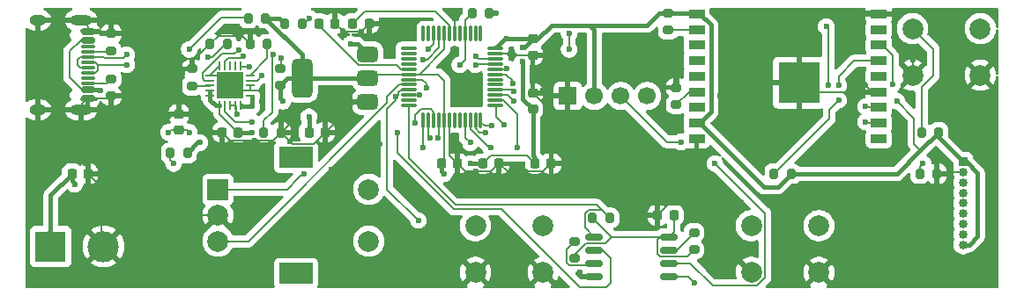
<source format=gtl>
G04 #@! TF.GenerationSoftware,KiCad,Pcbnew,9.0.3*
G04 #@! TF.CreationDate,2025-08-18T18:11:48-04:00*
G04 #@! TF.ProjectId,Calender,43616c65-6e64-4657-922e-6b696361645f,rev?*
G04 #@! TF.SameCoordinates,Original*
G04 #@! TF.FileFunction,Copper,L1,Top*
G04 #@! TF.FilePolarity,Positive*
%FSLAX46Y46*%
G04 Gerber Fmt 4.6, Leading zero omitted, Abs format (unit mm)*
G04 Created by KiCad (PCBNEW 9.0.3) date 2025-08-18 18:11:48*
%MOMM*%
%LPD*%
G01*
G04 APERTURE LIST*
G04 Aperture macros list*
%AMRoundRect*
0 Rectangle with rounded corners*
0 $1 Rounding radius*
0 $2 $3 $4 $5 $6 $7 $8 $9 X,Y pos of 4 corners*
0 Add a 4 corners polygon primitive as box body*
4,1,4,$2,$3,$4,$5,$6,$7,$8,$9,$2,$3,0*
0 Add four circle primitives for the rounded corners*
1,1,$1+$1,$2,$3*
1,1,$1+$1,$4,$5*
1,1,$1+$1,$6,$7*
1,1,$1+$1,$8,$9*
0 Add four rect primitives between the rounded corners*
20,1,$1+$1,$2,$3,$4,$5,0*
20,1,$1+$1,$4,$5,$6,$7,0*
20,1,$1+$1,$6,$7,$8,$9,0*
20,1,$1+$1,$8,$9,$2,$3,0*%
G04 Aperture macros list end*
G04 #@! TA.AperFunction,SMDPad,CuDef*
%ADD10RoundRect,0.200000X0.275000X-0.200000X0.275000X0.200000X-0.275000X0.200000X-0.275000X-0.200000X0*%
G04 #@! TD*
G04 #@! TA.AperFunction,SMDPad,CuDef*
%ADD11RoundRect,0.200000X0.200000X0.275000X-0.200000X0.275000X-0.200000X-0.275000X0.200000X-0.275000X0*%
G04 #@! TD*
G04 #@! TA.AperFunction,SMDPad,CuDef*
%ADD12RoundRect,0.225000X-0.250000X0.225000X-0.250000X-0.225000X0.250000X-0.225000X0.250000X0.225000X0*%
G04 #@! TD*
G04 #@! TA.AperFunction,ComponentPad*
%ADD13C,2.000000*%
G04 #@! TD*
G04 #@! TA.AperFunction,SMDPad,CuDef*
%ADD14RoundRect,0.375000X0.625000X0.375000X-0.625000X0.375000X-0.625000X-0.375000X0.625000X-0.375000X0*%
G04 #@! TD*
G04 #@! TA.AperFunction,SMDPad,CuDef*
%ADD15RoundRect,0.500000X0.500000X1.400000X-0.500000X1.400000X-0.500000X-1.400000X0.500000X-1.400000X0*%
G04 #@! TD*
G04 #@! TA.AperFunction,SMDPad,CuDef*
%ADD16RoundRect,0.200000X-0.200000X-0.275000X0.200000X-0.275000X0.200000X0.275000X-0.200000X0.275000X0*%
G04 #@! TD*
G04 #@! TA.AperFunction,SMDPad,CuDef*
%ADD17RoundRect,0.062500X0.350000X0.062500X-0.350000X0.062500X-0.350000X-0.062500X0.350000X-0.062500X0*%
G04 #@! TD*
G04 #@! TA.AperFunction,SMDPad,CuDef*
%ADD18RoundRect,0.062500X0.062500X0.350000X-0.062500X0.350000X-0.062500X-0.350000X0.062500X-0.350000X0*%
G04 #@! TD*
G04 #@! TA.AperFunction,HeatsinkPad*
%ADD19R,2.500000X2.500000*%
G04 #@! TD*
G04 #@! TA.AperFunction,ComponentPad*
%ADD20R,3.000000X3.000000*%
G04 #@! TD*
G04 #@! TA.AperFunction,ComponentPad*
%ADD21C,3.000000*%
G04 #@! TD*
G04 #@! TA.AperFunction,SMDPad,CuDef*
%ADD22RoundRect,0.225000X-0.225000X-0.250000X0.225000X-0.250000X0.225000X0.250000X-0.225000X0.250000X0*%
G04 #@! TD*
G04 #@! TA.AperFunction,ComponentPad*
%ADD23R,0.850000X0.850000*%
G04 #@! TD*
G04 #@! TA.AperFunction,ComponentPad*
%ADD24C,0.850000*%
G04 #@! TD*
G04 #@! TA.AperFunction,ComponentPad*
%ADD25R,2.000000X2.000000*%
G04 #@! TD*
G04 #@! TA.AperFunction,ComponentPad*
%ADD26R,3.200000X2.000000*%
G04 #@! TD*
G04 #@! TA.AperFunction,SMDPad,CuDef*
%ADD27RoundRect,0.225000X0.250000X-0.225000X0.250000X0.225000X-0.250000X0.225000X-0.250000X-0.225000X0*%
G04 #@! TD*
G04 #@! TA.AperFunction,SMDPad,CuDef*
%ADD28RoundRect,0.200000X-0.275000X0.200000X-0.275000X-0.200000X0.275000X-0.200000X0.275000X0.200000X0*%
G04 #@! TD*
G04 #@! TA.AperFunction,SMDPad,CuDef*
%ADD29RoundRect,0.225000X0.225000X0.250000X-0.225000X0.250000X-0.225000X-0.250000X0.225000X-0.250000X0*%
G04 #@! TD*
G04 #@! TA.AperFunction,SMDPad,CuDef*
%ADD30R,1.500000X0.900000*%
G04 #@! TD*
G04 #@! TA.AperFunction,SMDPad,CuDef*
%ADD31R,4.000000X4.000000*%
G04 #@! TD*
G04 #@! TA.AperFunction,SMDPad,CuDef*
%ADD32RoundRect,0.075000X-0.662500X-0.075000X0.662500X-0.075000X0.662500X0.075000X-0.662500X0.075000X0*%
G04 #@! TD*
G04 #@! TA.AperFunction,SMDPad,CuDef*
%ADD33RoundRect,0.075000X-0.075000X-0.662500X0.075000X-0.662500X0.075000X0.662500X-0.075000X0.662500X0*%
G04 #@! TD*
G04 #@! TA.AperFunction,SMDPad,CuDef*
%ADD34RoundRect,0.150000X-0.500000X0.150000X-0.500000X-0.150000X0.500000X-0.150000X0.500000X0.150000X0*%
G04 #@! TD*
G04 #@! TA.AperFunction,SMDPad,CuDef*
%ADD35RoundRect,0.075000X-0.575000X0.075000X-0.575000X-0.075000X0.575000X-0.075000X0.575000X0.075000X0*%
G04 #@! TD*
G04 #@! TA.AperFunction,HeatsinkPad*
%ADD36O,2.100000X1.000000*%
G04 #@! TD*
G04 #@! TA.AperFunction,HeatsinkPad*
%ADD37O,1.600000X1.000000*%
G04 #@! TD*
G04 #@! TA.AperFunction,SMDPad,CuDef*
%ADD38RoundRect,0.162500X-0.650000X-0.162500X0.650000X-0.162500X0.650000X0.162500X-0.650000X0.162500X0*%
G04 #@! TD*
G04 #@! TA.AperFunction,ComponentPad*
%ADD39R,1.700000X1.700000*%
G04 #@! TD*
G04 #@! TA.AperFunction,ComponentPad*
%ADD40C,1.700000*%
G04 #@! TD*
G04 #@! TA.AperFunction,ViaPad*
%ADD41C,0.600000*%
G04 #@! TD*
G04 #@! TA.AperFunction,Conductor*
%ADD42C,0.200000*%
G04 #@! TD*
G04 #@! TA.AperFunction,Conductor*
%ADD43C,0.400000*%
G04 #@! TD*
G04 APERTURE END LIST*
D10*
G04 #@! TO.P,R9,1*
G04 #@! TO.N,Net-(U5-EN)*
X206000000Y-117650000D03*
G04 #@! TO.P,R9,2*
G04 #@! TO.N,OUT_3.3V*
X206000000Y-116000000D03*
G04 #@! TD*
D11*
G04 #@! TO.P,R12,1*
G04 #@! TO.N,OUT_3.3V*
X232000000Y-127500000D03*
G04 #@! TO.P,R12,2*
G04 #@! TO.N,Net-(R12-Pad2)*
X230350000Y-127500000D03*
G04 #@! TD*
D12*
G04 #@! TO.P,C8,1*
G04 #@! TO.N,OUT_3.3V*
X193000000Y-118500000D03*
G04 #@! TO.P,C8,2*
G04 #@! TO.N,GND*
X193000000Y-120050000D03*
G04 #@! TD*
D13*
G04 #@! TO.P,SW3,1,1*
G04 #@! TO.N,PUSH_NEXT_DAY*
X214000000Y-136500000D03*
X220500000Y-136500000D03*
G04 #@! TO.P,SW3,2,2*
G04 #@! TO.N,GND*
X214000000Y-141000000D03*
X220500000Y-141000000D03*
G04 #@! TD*
D14*
G04 #@! TO.P,U4,1,GND*
G04 #@! TO.N,GND*
X177150000Y-124575000D03*
G04 #@! TO.P,U4,2,VO*
G04 #@! TO.N,OUT_3.3V*
X177150000Y-122275000D03*
D15*
X170850000Y-122275000D03*
D14*
G04 #@! TO.P,U4,3,VI*
G04 #@! TO.N,OUT_5V*
X177150000Y-119975000D03*
G04 #@! TD*
D16*
G04 #@! TO.P,R8,1*
G04 #@! TO.N,Net-(U3-PROG3)*
X167175000Y-127500000D03*
G04 #@! TO.P,R8,2*
G04 #@! TO.N,GND*
X168825000Y-127500000D03*
G04 #@! TD*
D10*
G04 #@! TO.P,R18,1*
G04 #@! TO.N,+3.3V*
X197000000Y-139650000D03*
G04 #@! TO.P,R18,2*
G04 #@! TO.N,Net-(U6-~{WP}{slash}IO_{2})*
X197000000Y-138000000D03*
G04 #@! TD*
D17*
G04 #@! TO.P,U3,1,OUT*
G04 #@! TO.N,OUT_5V*
X165875000Y-124000000D03*
G04 #@! TO.P,U3,2,VPCC*
G04 #@! TO.N,GND*
X165875000Y-123500000D03*
G04 #@! TO.P,U3,3,SEL*
X165875000Y-123000000D03*
G04 #@! TO.P,U3,4,PROG2*
G04 #@! TO.N,Net-(U3-PROG2)*
X165875000Y-122500000D03*
G04 #@! TO.P,U3,5,THERM*
G04 #@! TO.N,Net-(U3-THERM)*
X165875000Y-122000000D03*
D18*
G04 #@! TO.P,U3,6,~{PG}*
G04 #@! TO.N,Net-(U3-~{PG})*
X164937500Y-121062500D03*
G04 #@! TO.P,U3,7,STAT2*
G04 #@! TO.N,unconnected-(U3-STAT2-Pad7)*
X164437500Y-121062500D03*
G04 #@! TO.P,U3,8,STAT1/~{LBO}*
G04 #@! TO.N,unconnected-(U3-STAT1{slash}~{LBO}-Pad8)*
X163937500Y-121062500D03*
G04 #@! TO.P,U3,9,~{TE}*
G04 #@! TO.N,Net-(U3-~{TE})*
X163437500Y-121062500D03*
G04 #@! TO.P,U3,10,V_{SS}*
G04 #@! TO.N,GND*
X162937500Y-121062500D03*
D17*
G04 #@! TO.P,U3,11,V_{SS}*
X162000000Y-122000000D03*
G04 #@! TO.P,U3,12,PROG3*
G04 #@! TO.N,Net-(U3-PROG3)*
X162000000Y-122500000D03*
G04 #@! TO.P,U3,13,PROG1*
G04 #@! TO.N,Net-(U3-PROG1)*
X162000000Y-123000000D03*
G04 #@! TO.P,U3,14,V_{BAT}*
G04 #@! TO.N,vbat*
X162000000Y-123500000D03*
G04 #@! TO.P,U3,15,V_{BAT}*
X162000000Y-124000000D03*
D18*
G04 #@! TO.P,U3,16,V_{BAT_SENSE}*
X162937500Y-124937500D03*
G04 #@! TO.P,U3,17,CE*
G04 #@! TO.N,Net-(U3-CE)*
X163437500Y-124937500D03*
G04 #@! TO.P,U3,18,IN*
G04 #@! TO.N,vbus*
X163937500Y-124937500D03*
G04 #@! TO.P,U3,19,IN*
X164437500Y-124937500D03*
G04 #@! TO.P,U3,20,OUT*
G04 #@! TO.N,OUT_5V*
X164937500Y-124937500D03*
D19*
G04 #@! TO.P,U3,21,V_{SS}*
G04 #@! TO.N,GND*
X163937500Y-123000000D03*
G04 #@! TD*
D10*
G04 #@! TO.P,R19,1*
G04 #@! TO.N,Net-(U5-IO15)*
X206783327Y-124824268D03*
G04 #@! TO.P,R19,2*
G04 #@! TO.N,GND*
X206783327Y-123174268D03*
G04 #@! TD*
D20*
G04 #@! TO.P,J3,1,Pin_1*
G04 #@! TO.N,vbat*
X146685578Y-138500000D03*
D21*
G04 #@! TO.P,J3,2,Pin_2*
G04 #@! TO.N,GND*
X151765578Y-138500000D03*
G04 #@! TD*
D22*
G04 #@! TO.P,C5,1*
G04 #@! TO.N,Net-(U1-VDDCORE)*
X175725000Y-117000000D03*
G04 #@! TO.P,C5,2*
G04 #@! TO.N,GND*
X177275000Y-117000000D03*
G04 #@! TD*
D23*
G04 #@! TO.P,J1,1,Pin_1*
G04 #@! TO.N,OUT_3.3V*
X234345000Y-130340000D03*
D24*
G04 #@! TO.P,J1,2,Pin_2*
G04 #@! TO.N,GND*
X234345000Y-131340000D03*
G04 #@! TO.P,J1,3,Pin_3*
G04 #@! TO.N,DIN*
X234345000Y-132340000D03*
G04 #@! TO.P,J1,4,Pin_4*
G04 #@! TO.N,CLK*
X234345000Y-133340000D03*
G04 #@! TO.P,J1,5,Pin_5*
G04 #@! TO.N,CS*
X234345000Y-134340000D03*
G04 #@! TO.P,J1,6,Pin_6*
G04 #@! TO.N,DC*
X234345000Y-135340000D03*
G04 #@! TO.P,J1,7,Pin_7*
G04 #@! TO.N,RST*
X234345000Y-136340000D03*
G04 #@! TO.P,J1,8,Pin_8*
G04 #@! TO.N,BUSY*
X234345000Y-137340000D03*
G04 #@! TO.P,J1,9,Pin_9*
G04 #@! TO.N,OUT_3.3V*
X234345000Y-138340000D03*
G04 #@! TD*
D25*
G04 #@! TO.P,SW1,A,A*
G04 #@! TO.N,ROT_A*
X162750000Y-133000000D03*
D13*
G04 #@! TO.P,SW1,B,B*
G04 #@! TO.N,ROT_B*
X162750000Y-138000000D03*
G04 #@! TO.P,SW1,C,C*
G04 #@! TO.N,GND*
X162750000Y-135500000D03*
D26*
G04 #@! TO.P,SW1,MP*
G04 #@! TO.N,N/C*
X170250000Y-129900000D03*
X170250000Y-141100000D03*
D13*
G04 #@! TO.P,SW1,S1,S1*
G04 #@! TO.N,PUSH_1*
X177250000Y-138000000D03*
G04 #@! TO.P,SW1,S2,S2*
G04 #@! TO.N,PUSH_2*
X177250000Y-133000000D03*
G04 #@! TD*
D16*
G04 #@! TO.P,R7,1*
G04 #@! TO.N,Net-(U3-PROG2)*
X165675000Y-116500000D03*
G04 #@! TO.P,R7,2*
G04 #@! TO.N,OUT_3.3V*
X167325000Y-116500000D03*
G04 #@! TD*
G04 #@! TO.P,R3,1*
G04 #@! TO.N,GND*
X165850000Y-119000000D03*
G04 #@! TO.P,R3,2*
G04 #@! TO.N,Net-(U3-THERM)*
X167500000Y-119000000D03*
G04 #@! TD*
D27*
G04 #@! TO.P,C2,1*
G04 #@! TO.N,vbus*
X159000000Y-127275000D03*
G04 #@! TO.P,C2,2*
G04 #@! TO.N,GND*
X159000000Y-125725000D03*
G04 #@! TD*
D22*
G04 #@! TO.P,C9,1*
G04 #@! TO.N,OUT_3.3V*
X188225000Y-130500000D03*
G04 #@! TO.P,C9,2*
G04 #@! TO.N,GND*
X189775000Y-130500000D03*
G04 #@! TD*
D28*
G04 #@! TO.P,R13,1*
G04 #@! TO.N,Net-(U3-~{PG})*
X168720849Y-121348158D03*
G04 #@! TO.P,R13,2*
G04 #@! TO.N,OUT_3.3V*
X168720849Y-122998158D03*
G04 #@! TD*
D22*
G04 #@! TO.P,C11,1*
G04 #@! TO.N,Net-(U1-GNDANA)*
X172450000Y-117000000D03*
G04 #@! TO.P,C11,2*
G04 #@! TO.N,GND*
X174000000Y-117000000D03*
G04 #@! TD*
D16*
G04 #@! TO.P,R6,1*
G04 #@! TO.N,Net-(U3-CE)*
X158175000Y-129500000D03*
G04 #@! TO.P,R6,2*
G04 #@! TO.N,OUT_3.3V*
X159825000Y-129500000D03*
G04 #@! TD*
D29*
G04 #@! TO.P,C1,1*
G04 #@! TO.N,GND*
X150275000Y-131500000D03*
G04 #@! TO.P,C1,2*
G04 #@! TO.N,vbat*
X148725000Y-131500000D03*
G04 #@! TD*
D11*
G04 #@! TO.P,R14,1*
G04 #@! TO.N,OUT_3.3V*
X188825000Y-116000000D03*
G04 #@! TO.P,R14,2*
G04 #@! TO.N,RESET*
X187175000Y-116000000D03*
G04 #@! TD*
D22*
G04 #@! TO.P,C3,1*
G04 #@! TO.N,OUT_5V*
X171500000Y-127500000D03*
G04 #@! TO.P,C3,2*
G04 #@! TO.N,GND*
X173050000Y-127500000D03*
G04 #@! TD*
D11*
G04 #@! TO.P,R4,1*
G04 #@! TO.N,Net-(U3-~{TE})*
X163650000Y-119000000D03*
G04 #@! TO.P,R4,2*
G04 #@! TO.N,GND*
X162000000Y-119000000D03*
G04 #@! TD*
D13*
G04 #@! TO.P,SW2,1,1*
G04 #@! TO.N,Net-(R12-Pad2)*
X229500000Y-117500000D03*
X236000000Y-117500000D03*
G04 #@! TO.P,SW2,2,2*
G04 #@! TO.N,GND*
X229500000Y-122000000D03*
X236000000Y-122000000D03*
G04 #@! TD*
D30*
G04 #@! TO.P,U5,1,VDD*
G04 #@! TO.N,OUT_3.3V*
X208750000Y-116100000D03*
G04 #@! TO.P,U5,2,EN*
G04 #@! TO.N,Net-(U5-EN)*
X208750000Y-117600000D03*
G04 #@! TO.P,U5,3,IO14*
G04 #@! TO.N,unconnected-(U5-IO14-Pad3)*
X208750000Y-119100000D03*
G04 #@! TO.P,U5,4,IO12*
G04 #@! TO.N,unconnected-(U5-IO12-Pad4)*
X208750000Y-120600000D03*
G04 #@! TO.P,U5,5,IO13*
G04 #@! TO.N,unconnected-(U5-IO13-Pad5)*
X208750000Y-122100000D03*
G04 #@! TO.P,U5,6,IO15*
G04 #@! TO.N,Net-(U5-IO15)*
X208750000Y-123600000D03*
G04 #@! TO.P,U5,7,IO2*
G04 #@! TO.N,unconnected-(U5-IO2-Pad7)*
X208750000Y-125100000D03*
G04 #@! TO.P,U5,8,IO0*
G04 #@! TO.N,OUT_3.3V*
X208750000Y-126600000D03*
G04 #@! TO.P,U5,9,GND*
G04 #@! TO.N,GND*
X208750000Y-128100000D03*
G04 #@! TO.P,U5,10,IO4*
G04 #@! TO.N,unconnected-(U5-IO4-Pad10)*
X226250000Y-128100000D03*
G04 #@! TO.P,U5,11,RXD*
G04 #@! TO.N,RXD*
X226250000Y-126600000D03*
G04 #@! TO.P,U5,12,TXD*
G04 #@! TO.N,TXD*
X226250000Y-125100000D03*
G04 #@! TO.P,U5,13,GND*
G04 #@! TO.N,GND*
X226250000Y-123600000D03*
G04 #@! TO.P,U5,14,IO5*
G04 #@! TO.N,unconnected-(U5-IO5-Pad14)*
X226250000Y-122100000D03*
G04 #@! TO.P,U5,15,RST*
G04 #@! TO.N,Net-(U5-RST)*
X226250000Y-120600000D03*
G04 #@! TO.P,U5,16,TOUT*
G04 #@! TO.N,Net-(U5-TOUT)*
X226250000Y-119100000D03*
G04 #@! TO.P,U5,17,IO16*
G04 #@! TO.N,unconnected-(U5-IO16-Pad17)*
X226250000Y-117600000D03*
G04 #@! TO.P,U5,18,GND*
G04 #@! TO.N,GND*
X226250000Y-116100000D03*
D31*
G04 #@! TO.P,U5,19,GND*
X218600000Y-122710000D03*
G04 #@! TD*
D22*
G04 #@! TO.P,C10,1*
G04 #@! TO.N,OUT_3.3V*
X184225000Y-130500000D03*
G04 #@! TO.P,C10,2*
G04 #@! TO.N,GND*
X185775000Y-130500000D03*
G04 #@! TD*
D28*
G04 #@! TO.P,R2,1*
G04 #@! TO.N,Net-(J2-CC2)*
X152500000Y-122350000D03*
G04 #@! TO.P,R2,2*
G04 #@! TO.N,GND*
X152500000Y-124000000D03*
G04 #@! TD*
D29*
G04 #@! TO.P,C4,1*
G04 #@! TO.N,vbat*
X164712500Y-127500000D03*
G04 #@! TO.P,C4,2*
G04 #@! TO.N,GND*
X163162500Y-127500000D03*
G04 #@! TD*
D10*
G04 #@! TO.P,R5,1*
G04 #@! TO.N,Net-(U3-PROG1)*
X160286010Y-123041711D03*
G04 #@! TO.P,R5,2*
G04 #@! TO.N,GND*
X160286010Y-121391711D03*
G04 #@! TD*
D32*
G04 #@! TO.P,U1,1,PA00*
G04 #@! TO.N,unconnected-(U1-PA00-Pad1)*
X181087500Y-119412500D03*
G04 #@! TO.P,U1,2,PA01*
G04 #@! TO.N,unconnected-(U1-PA01-Pad2)*
X181087500Y-119912500D03*
G04 #@! TO.P,U1,3,PA02*
G04 #@! TO.N,unconnected-(U1-PA02-Pad3)*
X181087500Y-120412500D03*
G04 #@! TO.P,U1,4,PA03*
G04 #@! TO.N,unconnected-(U1-PA03-Pad4)*
X181087500Y-120912500D03*
G04 #@! TO.P,U1,5,GNDANA*
G04 #@! TO.N,Net-(U1-GNDANA)*
X181087500Y-121412500D03*
G04 #@! TO.P,U1,6,VDDANA*
G04 #@! TO.N,OUT_3.3V*
X181087500Y-121912500D03*
G04 #@! TO.P,U1,7,PB08*
G04 #@! TO.N,ROT_A*
X181087500Y-122412500D03*
G04 #@! TO.P,U1,8,PB09*
G04 #@! TO.N,ROT_B*
X181087500Y-122912500D03*
G04 #@! TO.P,U1,9,PA04*
G04 #@! TO.N,RXD*
X181087500Y-123412500D03*
G04 #@! TO.P,U1,10,PA05*
G04 #@! TO.N,TXD*
X181087500Y-123912500D03*
G04 #@! TO.P,U1,11,PA06*
G04 #@! TO.N,unconnected-(U1-PA06-Pad11)*
X181087500Y-124412500D03*
G04 #@! TO.P,U1,12,PA07*
G04 #@! TO.N,CS_NAND*
X181087500Y-124912500D03*
D33*
G04 #@! TO.P,U1,13,PA08*
G04 #@! TO.N,PUSH_1*
X182500000Y-126325000D03*
G04 #@! TO.P,U1,14,PA09*
G04 #@! TO.N,PUSH_2*
X183000000Y-126325000D03*
G04 #@! TO.P,U1,15,PA10*
G04 #@! TO.N,MOSI*
X183500000Y-126325000D03*
G04 #@! TO.P,U1,16,PA11*
G04 #@! TO.N,MISO*
X184000000Y-126325000D03*
G04 #@! TO.P,U1,17,VDDIO*
G04 #@! TO.N,OUT_3.3V*
X184500000Y-126325000D03*
G04 #@! TO.P,U1,18,GND*
G04 #@! TO.N,GND*
X185000000Y-126325000D03*
G04 #@! TO.P,U1,19,PB10*
G04 #@! TO.N,unconnected-(U1-PB10-Pad19)*
X185500000Y-126325000D03*
G04 #@! TO.P,U1,20,PB11*
G04 #@! TO.N,unconnected-(U1-PB11-Pad20)*
X186000000Y-126325000D03*
G04 #@! TO.P,U1,21,PA12*
G04 #@! TO.N,CS*
X186500000Y-126325000D03*
G04 #@! TO.P,U1,22,PA13*
G04 #@! TO.N,DC*
X187000000Y-126325000D03*
G04 #@! TO.P,U1,23,PA14*
G04 #@! TO.N,RST*
X187500000Y-126325000D03*
G04 #@! TO.P,U1,24,PA15*
G04 #@! TO.N,BUSY*
X188000000Y-126325000D03*
D32*
G04 #@! TO.P,U1,25,PA16*
G04 #@! TO.N,PUSH_NEXT_DAY*
X189412500Y-124912500D03*
G04 #@! TO.P,U1,26,PA17*
G04 #@! TO.N,PUSH_BACK_DAY*
X189412500Y-124412500D03*
G04 #@! TO.P,U1,27,PA18*
G04 #@! TO.N,SCK*
X189412500Y-123912500D03*
G04 #@! TO.P,U1,28,PA19*
G04 #@! TO.N,SDA*
X189412500Y-123412500D03*
G04 #@! TO.P,U1,29,PA20*
G04 #@! TO.N,unconnected-(U1-PA20-Pad29)*
X189412500Y-122912500D03*
G04 #@! TO.P,U1,30,PA21*
G04 #@! TO.N,unconnected-(U1-PA21-Pad30)*
X189412500Y-122412500D03*
G04 #@! TO.P,U1,31,PA22*
G04 #@! TO.N,CLK*
X189412500Y-121912500D03*
G04 #@! TO.P,U1,32,PA23*
G04 #@! TO.N,DIN*
X189412500Y-121412500D03*
G04 #@! TO.P,U1,33,PA24*
G04 #@! TO.N,D+*
X189412500Y-120912500D03*
G04 #@! TO.P,U1,34,PA25*
G04 #@! TO.N,D-*
X189412500Y-120412500D03*
G04 #@! TO.P,U1,35,GND*
G04 #@! TO.N,GND*
X189412500Y-119912500D03*
G04 #@! TO.P,U1,36,VDDIO*
G04 #@! TO.N,OUT_3.3V*
X189412500Y-119412500D03*
D33*
G04 #@! TO.P,U1,37,PB22*
G04 #@! TO.N,unconnected-(U1-PB22-Pad37)*
X188000000Y-118000000D03*
G04 #@! TO.P,U1,38,PB23*
G04 #@! TO.N,unconnected-(U1-PB23-Pad38)*
X187500000Y-118000000D03*
G04 #@! TO.P,U1,39,PA27*
G04 #@! TO.N,unconnected-(U1-PA27-Pad39)*
X187000000Y-118000000D03*
G04 #@! TO.P,U1,40,~{RESET}*
G04 #@! TO.N,RESET*
X186500000Y-118000000D03*
G04 #@! TO.P,U1,41,PA28*
G04 #@! TO.N,unconnected-(U1-PA28-Pad41)*
X186000000Y-118000000D03*
G04 #@! TO.P,U1,42,GND*
G04 #@! TO.N,GND*
X185500000Y-118000000D03*
G04 #@! TO.P,U1,43,VDDCORE*
G04 #@! TO.N,Net-(U1-VDDCORE)*
X185000000Y-118000000D03*
G04 #@! TO.P,U1,44,VDDIN*
G04 #@! TO.N,OUT_3.3V*
X184500000Y-118000000D03*
G04 #@! TO.P,U1,45,PA30*
G04 #@! TO.N,SWCLK*
X184000000Y-118000000D03*
G04 #@! TO.P,U1,46,PA31*
G04 #@! TO.N,SWDIO*
X183500000Y-118000000D03*
G04 #@! TO.P,U1,47,PB02*
G04 #@! TO.N,unconnected-(U1-PB02-Pad47)*
X183000000Y-118000000D03*
G04 #@! TO.P,U1,48,PB03*
G04 #@! TO.N,unconnected-(U1-PB03-Pad48)*
X182500000Y-118000000D03*
G04 #@! TD*
D34*
G04 #@! TO.P,J2,A1,GND*
G04 #@! TO.N,GND*
X150245000Y-117800000D03*
G04 #@! TO.P,J2,A4,VBUS*
G04 #@! TO.N,vbus*
X150245000Y-118600000D03*
D35*
G04 #@! TO.P,J2,A5,CC1*
G04 #@! TO.N,Net-(J2-CC1)*
X150245000Y-119750000D03*
G04 #@! TO.P,J2,A6,D+*
G04 #@! TO.N,D+*
X150245000Y-120750000D03*
G04 #@! TO.P,J2,A7,D-*
G04 #@! TO.N,D-*
X150245000Y-121250000D03*
G04 #@! TO.P,J2,A8,SBU1*
G04 #@! TO.N,unconnected-(J2-SBU1-PadA8)*
X150245000Y-122250000D03*
D34*
G04 #@! TO.P,J2,A9,VBUS*
G04 #@! TO.N,vbus*
X150245000Y-123400000D03*
G04 #@! TO.P,J2,A12,GND*
G04 #@! TO.N,GND*
X150245000Y-124200000D03*
G04 #@! TO.P,J2,B1,GND*
X150245000Y-124200000D03*
G04 #@! TO.P,J2,B4,VBUS*
G04 #@! TO.N,vbus*
X150245000Y-123400000D03*
D35*
G04 #@! TO.P,J2,B5,CC2*
G04 #@! TO.N,Net-(J2-CC2)*
X150245000Y-122750000D03*
G04 #@! TO.P,J2,B6,D+*
G04 #@! TO.N,D+*
X150245000Y-121750000D03*
G04 #@! TO.P,J2,B7,D-*
G04 #@! TO.N,D-*
X150245000Y-120250000D03*
G04 #@! TO.P,J2,B8,SBU2*
G04 #@! TO.N,unconnected-(J2-SBU2-PadB8)*
X150245000Y-119250000D03*
D34*
G04 #@! TO.P,J2,B9,VBUS*
G04 #@! TO.N,vbus*
X150245000Y-118600000D03*
G04 #@! TO.P,J2,B12,GND*
G04 #@! TO.N,GND*
X150245000Y-117800000D03*
D36*
G04 #@! TO.P,J2,S1,SHIELD*
X149605000Y-116680000D03*
D37*
X145425000Y-116680000D03*
D36*
X149605000Y-125320000D03*
D37*
X145425000Y-125320000D03*
G04 #@! TD*
D27*
G04 #@! TO.P,C6,1*
G04 #@! TO.N,OUT_3.3V*
X193000000Y-125275000D03*
G04 #@! TO.P,C6,2*
G04 #@! TO.N,GND*
X193000000Y-123725000D03*
G04 #@! TD*
D22*
G04 #@! TO.P,C7,1*
G04 #@! TO.N,OUT_3.3V*
X193225000Y-130500000D03*
G04 #@! TO.P,C7,2*
G04 #@! TO.N,GND*
X194775000Y-130500000D03*
G04 #@! TD*
D16*
G04 #@! TO.P,R10,1*
G04 #@! TO.N,Net-(U5-RST)*
X216175000Y-131500000D03*
G04 #@! TO.P,R10,2*
G04 #@! TO.N,OUT_3.3V*
X217825000Y-131500000D03*
G04 #@! TD*
D11*
G04 #@! TO.P,R15,1*
G04 #@! TO.N,D+*
X170825000Y-117000000D03*
G04 #@! TO.P,R15,2*
G04 #@! TO.N,OUT_3.3V*
X169175000Y-117000000D03*
G04 #@! TD*
D38*
G04 #@! TO.P,U6,1,~{CS}*
G04 #@! TO.N,CS_NAND*
X198912500Y-137595000D03*
G04 #@! TO.P,U6,2,DO/IO_{1}*
G04 #@! TO.N,MISO*
X198912500Y-138865000D03*
G04 #@! TO.P,U6,3,~{WP}/IO_{2}*
G04 #@! TO.N,Net-(U6-~{WP}{slash}IO_{2})*
X198912500Y-140135000D03*
G04 #@! TO.P,U6,4,GND*
G04 #@! TO.N,GND*
X198912500Y-141405000D03*
G04 #@! TO.P,U6,5,DI/IO_{0}*
G04 #@! TO.N,MOSI*
X206087500Y-141405000D03*
G04 #@! TO.P,U6,6,CLK*
G04 #@! TO.N,SCK*
X206087500Y-140135000D03*
G04 #@! TO.P,U6,7,~{HOLD}/~{RESET}/IO_{3}*
G04 #@! TO.N,Net-(U6-~{HOLD}{slash}~{RESET}{slash}IO_{3})*
X206087500Y-138865000D03*
G04 #@! TO.P,U6,8,VCC*
G04 #@! TO.N,+3.3V*
X206087500Y-137595000D03*
G04 #@! TD*
D28*
G04 #@! TO.P,R1,1*
G04 #@! TO.N,GND*
X152500000Y-118000000D03*
G04 #@! TO.P,R1,2*
G04 #@! TO.N,Net-(J2-CC1)*
X152500000Y-119650000D03*
G04 #@! TD*
D39*
G04 #@! TO.P,J4,1,Pin_1*
G04 #@! TO.N,GND*
X196380000Y-124000000D03*
D40*
G04 #@! TO.P,J4,2,Pin_2*
G04 #@! TO.N,OUT_3.3V*
X198920000Y-124000000D03*
G04 #@! TO.P,J4,3,Pin_3*
G04 #@! TO.N,SCK*
X201460000Y-124000000D03*
G04 #@! TO.P,J4,4,Pin_4*
G04 #@! TO.N,SDA*
X204000000Y-124000000D03*
G04 #@! TD*
D10*
G04 #@! TO.P,R16,1*
G04 #@! TO.N,+3.3V*
X208500000Y-138825000D03*
G04 #@! TO.P,R16,2*
G04 #@! TO.N,Net-(U6-~{HOLD}{slash}~{RESET}{slash}IO_{3})*
X208500000Y-137175000D03*
G04 #@! TD*
D29*
G04 #@! TO.P,C12,1*
G04 #@! TO.N,+3.3V*
X206550000Y-135500000D03*
G04 #@! TO.P,C12,2*
G04 #@! TO.N,GND*
X205000000Y-135500000D03*
G04 #@! TD*
D16*
G04 #@! TO.P,R11,1*
G04 #@! TO.N,Net-(U5-TOUT)*
X230175000Y-131500000D03*
G04 #@! TO.P,R11,2*
G04 #@! TO.N,GND*
X231825000Y-131500000D03*
G04 #@! TD*
G04 #@! TO.P,R17,1*
G04 #@! TO.N,+3.3V*
X198754035Y-135743024D03*
G04 #@! TO.P,R17,2*
G04 #@! TO.N,CS_NAND*
X200404035Y-135743024D03*
G04 #@! TD*
D13*
G04 #@! TO.P,SW4,1,1*
G04 #@! TO.N,PUSH_BACK_DAY*
X187500000Y-136500000D03*
X194000000Y-136500000D03*
G04 #@! TO.P,SW4,2,2*
G04 #@! TO.N,GND*
X187500000Y-141000000D03*
X194000000Y-141000000D03*
G04 #@! TD*
D41*
G04 #@! TO.N,GND*
X217372033Y-139719930D03*
X231500000Y-138000000D03*
X228500000Y-138000000D03*
X225500000Y-138000000D03*
X215000000Y-119500000D03*
X225000000Y-123000000D03*
X229500000Y-120500000D03*
X179812298Y-117464170D03*
X161000000Y-135500000D03*
X150000000Y-130500000D03*
X152500000Y-125000000D03*
X186714080Y-122857040D03*
X211000000Y-124000000D03*
X178500000Y-135500000D03*
X178349473Y-128616491D03*
X173687210Y-131087696D03*
G04 #@! TO.N,SDA*
X191176302Y-123593559D03*
G04 #@! TO.N,SWDIO*
X196500000Y-118000000D03*
X183000000Y-119500000D03*
X196500000Y-119500000D03*
G04 #@! TO.N,MOSI*
X208500000Y-142000000D03*
X181707377Y-126587444D03*
G04 #@! TO.N,SCK*
X207247005Y-128424771D03*
X210500000Y-130500000D03*
X191197501Y-124526296D03*
G04 #@! TO.N,MISO*
X183900000Y-128000000D03*
X180000000Y-127500000D03*
G04 #@! TO.N,RESET*
X186000000Y-121000000D03*
G04 #@! TO.N,SWCLK*
X182500000Y-120500000D03*
G04 #@! TO.N,vbus*
X160000000Y-127500000D03*
X158000000Y-127500000D03*
X164582591Y-125768468D03*
X151500000Y-123500000D03*
G04 #@! TO.N,GND*
X194750000Y-119500000D03*
X152500000Y-117000000D03*
X223250000Y-126750000D03*
X199750000Y-127250000D03*
X211250000Y-132500000D03*
X231500000Y-133500000D03*
X158000000Y-126000000D03*
X233000000Y-131340000D03*
X206250000Y-119500000D03*
X187500000Y-131276000D03*
X211000000Y-141000000D03*
X196750000Y-130000000D03*
X227500000Y-129750000D03*
X224250000Y-133500000D03*
X194500000Y-121000000D03*
X211750000Y-126750000D03*
X199000000Y-132000000D03*
X159337500Y-121837500D03*
X194000000Y-123500000D03*
X218500000Y-126750000D03*
X169662500Y-128337500D03*
X206500000Y-130250000D03*
X164750000Y-118224000D03*
X228250000Y-133500000D03*
X197500000Y-141000000D03*
X166250000Y-128276000D03*
X145500000Y-126500000D03*
X208000000Y-131750000D03*
X207000000Y-121750000D03*
X208000000Y-133750000D03*
X169508524Y-126326357D03*
X167000000Y-123500000D03*
X217250000Y-141000000D03*
X176499000Y-117776000D03*
X206500000Y-127250000D03*
X219175500Y-117175500D03*
X202250000Y-127250000D03*
X213000000Y-134250000D03*
X192250000Y-131276000D03*
X209500000Y-130750000D03*
X174750000Y-117750000D03*
X197250000Y-127250000D03*
X185500000Y-116506103D03*
G04 #@! TO.N,vbat*
X149000000Y-132500000D03*
X166000000Y-127500000D03*
G04 #@! TO.N,OUT_5V*
X171500000Y-126000000D03*
X166000000Y-125000000D03*
X175500000Y-119000000D03*
G04 #@! TO.N,D-*
X154000000Y-120000000D03*
X187524263Y-120175734D03*
G04 #@! TO.N,D+*
X154000000Y-121000000D03*
X171500000Y-116500000D03*
X187500000Y-121000000D03*
G04 #@! TO.N,Net-(U3-~{TE})*
X165203833Y-120186937D03*
X161818635Y-120283732D03*
G04 #@! TO.N,OUT_3.3V*
X189500000Y-116000000D03*
X187000000Y-130500000D03*
X184500000Y-131500000D03*
X169000000Y-124500000D03*
X190500000Y-118500000D03*
X228000000Y-124500000D03*
X192000000Y-119290122D03*
X161000000Y-128500000D03*
X192017438Y-120650000D03*
G04 #@! TO.N,Net-(U3-CE)*
X158500000Y-130500000D03*
X166000000Y-126500000D03*
G04 #@! TO.N,Net-(U3-PROG2)*
X167000000Y-122000000D03*
X160000000Y-119500000D03*
G04 #@! TO.N,Net-(U3-PROG3)*
X168100000Y-120000000D03*
X164733988Y-119539444D03*
G04 #@! TO.N,PUSH_1*
X182500000Y-129000000D03*
G04 #@! TO.N,PUSH_2*
X183100000Y-128000000D03*
G04 #@! TO.N,CLK*
X191065020Y-122796203D03*
G04 #@! TO.N,BUSY*
X189072496Y-126844651D03*
G04 #@! TO.N,DC*
X189000000Y-129000000D03*
G04 #@! TO.N,CS*
X187000000Y-128500000D03*
G04 #@! TO.N,DIN*
X190540131Y-121326232D03*
G04 #@! TO.N,RST*
X188500000Y-127500000D03*
G04 #@! TO.N,Net-(U5-RST)*
X222400000Y-122999000D03*
X222400000Y-124400000D03*
G04 #@! TO.N,Net-(U5-TOUT)*
X227546672Y-122873611D03*
X230500000Y-130500000D03*
G04 #@! TO.N,TXD*
X225000000Y-125000000D03*
X221400000Y-122999000D03*
X221200000Y-117300000D03*
X182139352Y-123912500D03*
G04 #@! TO.N,RXD*
X179853049Y-124050010D03*
X225000000Y-126500000D03*
X182000000Y-136000000D03*
G04 #@! TO.N,Net-(U3-~{PG})*
X168832154Y-120322420D03*
X165808282Y-121194058D03*
G04 #@! TO.N,PUSH_NEXT_DAY*
X190250000Y-126750000D03*
G04 #@! TO.N,PUSH_BACK_DAY*
X191500000Y-129000000D03*
G04 #@! TO.N,ROT_A*
X171000000Y-131500000D03*
X182772277Y-123227723D03*
G04 #@! TD*
D42*
G04 #@! TO.N,MISO*
X180000000Y-127500000D02*
X180000000Y-129500000D01*
X180000000Y-129500000D02*
X185401000Y-134901000D01*
X185401000Y-134901000D02*
X190000000Y-134901000D01*
X197498000Y-142399000D02*
X200101000Y-142399000D01*
X190000000Y-134901000D02*
X197498000Y-142399000D01*
X200101000Y-142399000D02*
X200500000Y-142000000D01*
X200500000Y-142000000D02*
X200500000Y-139640001D01*
X200500000Y-139640001D02*
X199724999Y-138865000D01*
X199724999Y-138865000D02*
X198912500Y-138865000D01*
G04 #@! TO.N,Net-(U6-~{WP}{slash}IO_{2})*
X197000000Y-138000000D02*
X196224000Y-138776000D01*
X196224000Y-138776000D02*
X196224000Y-140075000D01*
X196224000Y-140075000D02*
X196500000Y-140351000D01*
G04 #@! TO.N,GND*
X197500000Y-141000000D02*
X197905000Y-141405000D01*
X197905000Y-141405000D02*
X198912500Y-141405000D01*
G04 #@! TO.N,CS_NAND*
X199161011Y-134500000D02*
X185567100Y-134500000D01*
G04 #@! TO.N,Net-(U3-PROG3)*
X168100000Y-120000000D02*
X167944849Y-120155151D01*
X167944849Y-120155151D02*
X167944849Y-125555151D01*
X167944849Y-125555151D02*
X167175000Y-126325000D01*
X167175000Y-126325000D02*
X167175000Y-127500000D01*
G04 #@! TO.N,Net-(U3-~{TE})*
X163437500Y-120634202D02*
X163437500Y-121062500D01*
X165041770Y-120349000D02*
X163722702Y-120349000D01*
X163722702Y-120349000D02*
X163437500Y-120634202D01*
X165203833Y-120186937D02*
X165041770Y-120349000D01*
G04 #@! TO.N,vbus*
X159725000Y-127275000D02*
X159000000Y-127275000D01*
X160000000Y-127500000D02*
X159950000Y-127500000D01*
X159950000Y-127500000D02*
X159725000Y-127275000D01*
D43*
X150245000Y-123400000D02*
X151400000Y-123400000D01*
X151400000Y-123400000D02*
X151500000Y-123500000D01*
D42*
G04 #@! TO.N,DC*
X187000000Y-126325000D02*
X187000000Y-127163424D01*
X187000000Y-127163424D02*
X188836576Y-129000000D01*
X188836576Y-129000000D02*
X189000000Y-129000000D01*
G04 #@! TO.N,GND*
X185500000Y-116506103D02*
X185500000Y-118000000D01*
X225600000Y-123600000D02*
X225000000Y-123000000D01*
X226250000Y-123600000D02*
X225600000Y-123600000D01*
X229500000Y-122000000D02*
X229500000Y-120500000D01*
D43*
G04 #@! TO.N,OUT_3.3V*
X189463500Y-119361500D02*
X189412500Y-119361500D01*
X190500000Y-118500000D02*
X190325000Y-118500000D01*
X190325000Y-118500000D02*
X189463500Y-119361500D01*
X193000000Y-118500000D02*
X190500000Y-118500000D01*
D42*
G04 #@! TO.N,GND*
X162750000Y-135500000D02*
X161000000Y-135500000D01*
X150275000Y-130775000D02*
X150000000Y-130500000D01*
X150275000Y-131500000D02*
X150275000Y-130775000D01*
X152500000Y-124000000D02*
X152500000Y-125000000D01*
X159783289Y-121391711D02*
X160286010Y-121391711D01*
X159337500Y-121837500D02*
X159783289Y-121391711D01*
D43*
G04 #@! TO.N,vbat*
X162000000Y-124000000D02*
X162000000Y-123542711D01*
X162000000Y-124000000D02*
X162000000Y-124364500D01*
X162000000Y-124364500D02*
X162573000Y-124937500D01*
X162573000Y-124937500D02*
X162911500Y-124937500D01*
D42*
G04 #@! TO.N,CLK*
X191065020Y-122796203D02*
X191065020Y-122565020D01*
X190412500Y-121912500D02*
X189412500Y-121912500D01*
X191065020Y-122565020D02*
X190412500Y-121912500D01*
D43*
G04 #@! TO.N,OUT_3.3V*
X192017438Y-120650000D02*
X192000000Y-120667438D01*
X192000000Y-120667438D02*
X192000000Y-124275000D01*
X192000000Y-124275000D02*
X193000000Y-125275000D01*
D42*
G04 #@! TO.N,SDA*
X190995243Y-123412500D02*
X189412500Y-123412500D01*
X191176302Y-123593559D02*
X190995243Y-123412500D01*
G04 #@! TO.N,CS_NAND*
X185567100Y-134500000D02*
X181087500Y-130020400D01*
X181087500Y-130020400D02*
X181087500Y-124912500D01*
X200404035Y-135743024D02*
X199161011Y-134500000D01*
G04 #@! TO.N,SWDIO*
X183500000Y-119000000D02*
X183500000Y-118000000D01*
X196500000Y-119500000D02*
X196500000Y-118000000D01*
X183000000Y-119500000D02*
X183500000Y-119000000D01*
G04 #@! TO.N,MOSI*
X206087500Y-141405000D02*
X207905000Y-141405000D01*
X207905000Y-141405000D02*
X208500000Y-142000000D01*
X183232824Y-125286500D02*
X183500000Y-125553676D01*
X181707377Y-125846299D02*
X182267176Y-125286500D01*
X183500000Y-125553676D02*
X183500000Y-126325000D01*
X181707377Y-126587444D02*
X181707377Y-125846299D01*
X182267176Y-125286500D02*
X183232824Y-125286500D01*
G04 #@! TO.N,SCK*
X208135000Y-140135000D02*
X210301000Y-142301000D01*
X206087500Y-140135000D02*
X208135000Y-140135000D01*
X215301000Y-141538892D02*
X215301000Y-135301000D01*
X207247005Y-128424771D02*
X205884771Y-128424771D01*
X190583705Y-123912500D02*
X189412500Y-123912500D01*
X205884771Y-128424771D02*
X201460000Y-124000000D01*
X210301000Y-142301000D02*
X214538892Y-142301000D01*
X191197501Y-124526296D02*
X190583705Y-123912500D01*
X214538892Y-142301000D02*
X215301000Y-141538892D01*
X215301000Y-135301000D02*
X210500000Y-130500000D01*
G04 #@! TO.N,MISO*
X183900000Y-128000000D02*
X184000000Y-127900000D01*
X184000000Y-127900000D02*
X184000000Y-126325000D01*
G04 #@! TO.N,RESET*
X186500000Y-116675000D02*
X187175000Y-116000000D01*
X186500000Y-120500000D02*
X186500000Y-118000000D01*
X186500000Y-118000000D02*
X186500000Y-116675000D01*
X186000000Y-121000000D02*
X186500000Y-120500000D01*
G04 #@! TO.N,SWCLK*
X182500000Y-120500000D02*
X182849943Y-120500000D01*
X182849943Y-120500000D02*
X184000000Y-119349943D01*
X184000000Y-119349943D02*
X184000000Y-118000000D01*
G04 #@! TO.N,vbus*
X164500000Y-125000000D02*
X164437500Y-124937500D01*
X164582591Y-125768468D02*
X164500000Y-125685877D01*
X158225000Y-127275000D02*
X158000000Y-127500000D01*
X148500000Y-122188824D02*
X148500000Y-119695001D01*
X149711176Y-123400000D02*
X148500000Y-122188824D01*
X164500000Y-125685877D02*
X164500000Y-125000000D01*
X148500000Y-119695001D02*
X149595001Y-118600000D01*
X159000000Y-127275000D02*
X158225000Y-127275000D01*
X149595001Y-118600000D02*
X150245000Y-118600000D01*
X150245000Y-123400000D02*
X149711176Y-123400000D01*
X163937500Y-124937500D02*
X164437500Y-124937500D01*
G04 #@! TO.N,ROT_B*
X179000000Y-124681008D02*
X179000000Y-124053116D01*
X180140616Y-122912500D02*
X181087500Y-122912500D01*
X165681008Y-138000000D02*
X179000000Y-124681008D01*
X179000000Y-124053116D02*
X180140616Y-122912500D01*
X162750000Y-138000000D02*
X165681008Y-138000000D01*
G04 #@! TO.N,GND*
X193000000Y-123725000D02*
X193775000Y-123725000D01*
X225900000Y-116100000D02*
X225651000Y-115851000D01*
X164750000Y-118224000D02*
X165074000Y-118224000D01*
X162000000Y-122000000D02*
X162937500Y-121062500D01*
X219490000Y-123600000D02*
X218600000Y-122710000D01*
X193000000Y-120050000D02*
X194200000Y-120050000D01*
X162000000Y-119000000D02*
X162776000Y-118224000D01*
X194775000Y-130500000D02*
X194775000Y-125500000D01*
X158275000Y-125725000D02*
X158000000Y-126000000D01*
X150245000Y-117320000D02*
X149605000Y-116680000D01*
X169508524Y-126816476D02*
X168825000Y-127500000D01*
X177275000Y-117000000D02*
X176499000Y-117776000D01*
X188999000Y-131276000D02*
X187500000Y-131276000D01*
X159000000Y-125725000D02*
X158275000Y-125725000D01*
X207000000Y-122957595D02*
X206783327Y-123174268D01*
X205000000Y-135500000D02*
X206750000Y-133750000D01*
X151540000Y-132765000D02*
X151540000Y-135500000D01*
X169924000Y-128599000D02*
X171951000Y-128599000D01*
X185775000Y-130500000D02*
X185000000Y-129725000D01*
X208750000Y-128100000D02*
X208750000Y-135750000D01*
X151540000Y-138274422D02*
X151765578Y-138500000D01*
X190551000Y-131276000D02*
X189775000Y-130500000D01*
X165875000Y-123500000D02*
X164437500Y-123500000D01*
X234345000Y-131340000D02*
X233000000Y-131340000D01*
X165875000Y-123000000D02*
X165875000Y-123500000D01*
X189775000Y-130500000D02*
X188999000Y-131276000D01*
X151540000Y-135500000D02*
X151540000Y-138274422D01*
X145425000Y-116680000D02*
X145425000Y-125320000D01*
X226250000Y-116100000D02*
X225900000Y-116100000D01*
X166250000Y-128276000D02*
X168049000Y-128276000D01*
X168825000Y-127500000D02*
X169662500Y-128337500D01*
X169508524Y-126326357D02*
X169508524Y-126816476D01*
X187500000Y-131276000D02*
X186551000Y-131276000D01*
X149605000Y-116680000D02*
X145425000Y-116680000D01*
X194775000Y-130500000D02*
X193999000Y-131276000D01*
X149605000Y-125320000D02*
X145425000Y-125320000D01*
X150275000Y-131500000D02*
X151540000Y-132765000D01*
X169662500Y-128337500D02*
X169924000Y-128599000D01*
X193775000Y-123725000D02*
X194000000Y-123500000D01*
X193999000Y-131276000D02*
X192250000Y-131276000D01*
X162500000Y-127500000D02*
X160725000Y-125725000D01*
X165875000Y-123500000D02*
X167000000Y-123500000D01*
X163162500Y-127500000D02*
X163938500Y-128276000D01*
X152500000Y-118000000D02*
X150445000Y-118000000D01*
X194775000Y-125500000D02*
X193000000Y-123725000D01*
X162000000Y-119000000D02*
X160286010Y-120713990D01*
X177150000Y-124575000D02*
X175975000Y-124575000D01*
X192250000Y-131276000D02*
X190551000Y-131276000D01*
X163938500Y-128276000D02*
X166250000Y-128276000D01*
X145425000Y-125320000D02*
X145425000Y-126425000D01*
X165074000Y-118224000D02*
X165850000Y-119000000D01*
X176499000Y-117776000D02*
X174776000Y-117776000D01*
X174750000Y-117750000D02*
X174000000Y-117000000D01*
X194500000Y-124000000D02*
X194000000Y-123500000D01*
X152500000Y-118000000D02*
X152500000Y-117000000D01*
X160725000Y-125725000D02*
X159000000Y-125725000D01*
X185000000Y-129725000D02*
X185000000Y-126325000D01*
X208750000Y-135750000D02*
X214000000Y-141000000D01*
X206750000Y-133750000D02*
X208000000Y-133750000D01*
X149605000Y-125320000D02*
X149605000Y-124840000D01*
X149605000Y-124840000D02*
X150245000Y-124200000D01*
X150245000Y-124200000D02*
X152300000Y-124200000D01*
X162937500Y-122000000D02*
X162000000Y-122000000D01*
X150245000Y-117800000D02*
X150245000Y-117320000D01*
X171951000Y-128599000D02*
X173050000Y-127500000D01*
X225651000Y-115851000D02*
X220500000Y-115851000D01*
X226250000Y-123600000D02*
X219490000Y-123600000D01*
X162776000Y-118224000D02*
X164750000Y-118224000D01*
X219175500Y-117175500D02*
X218600000Y-117751000D01*
X175975000Y-124575000D02*
X173050000Y-127500000D01*
X145425000Y-126425000D02*
X145500000Y-126500000D01*
X194200000Y-120050000D02*
X194750000Y-119500000D01*
X152300000Y-124200000D02*
X152500000Y-124000000D01*
X151540000Y-138539550D02*
X151765578Y-138765128D01*
X231985000Y-131340000D02*
X231825000Y-131500000D01*
X207000000Y-121750000D02*
X207000000Y-122957595D01*
X233000000Y-131340000D02*
X231985000Y-131340000D01*
X149605000Y-116605000D02*
X149500000Y-116500000D01*
X150445000Y-118000000D02*
X150245000Y-117800000D01*
X196380000Y-124000000D02*
X194500000Y-124000000D01*
X160286010Y-120713990D02*
X160286010Y-121391711D01*
X168049000Y-128276000D02*
X168825000Y-127500000D01*
X174776000Y-117776000D02*
X174750000Y-117750000D01*
X186551000Y-131276000D02*
X185775000Y-130500000D01*
X163937500Y-123000000D02*
X162937500Y-122000000D01*
X163162500Y-127500000D02*
X162500000Y-127500000D01*
X164437500Y-123500000D02*
X163937500Y-123000000D01*
X220500000Y-115851000D02*
X219175500Y-117175500D01*
X218600000Y-117751000D02*
X218600000Y-122710000D01*
D43*
G04 #@! TO.N,vbat*
X166000000Y-127500000D02*
X164712500Y-127500000D01*
D42*
X146685578Y-137225578D02*
X146460000Y-137000000D01*
D43*
X148725000Y-132225000D02*
X149000000Y-132500000D01*
X146685578Y-133539422D02*
X148725000Y-131500000D01*
D42*
X162000000Y-124000000D02*
X162000000Y-123500000D01*
X146685578Y-138765128D02*
X146685578Y-138225578D01*
D43*
X146685578Y-138500000D02*
X146685578Y-133539422D01*
D42*
X162937500Y-125725000D02*
X162937500Y-124937500D01*
X146460000Y-137000000D02*
X146460000Y-138000000D01*
X148725000Y-132225000D02*
X148750000Y-132250000D01*
X146685578Y-138225578D02*
X146460000Y-138000000D01*
X146685578Y-138500000D02*
X146685578Y-137225578D01*
X164712500Y-127500000D02*
X162937500Y-125725000D01*
X146460000Y-139000000D02*
X146460000Y-137000000D01*
D43*
X148725000Y-131500000D02*
X148725000Y-132225000D01*
D42*
G04 #@! TO.N,OUT_5V*
X166000000Y-124125000D02*
X165875000Y-124000000D01*
D43*
X165001000Y-125000000D02*
X165001000Y-124937500D01*
X175500000Y-119000000D02*
X176175000Y-119000000D01*
X166000000Y-125000000D02*
X166000000Y-124125000D01*
X176175000Y-119000000D02*
X177150000Y-119975000D01*
X171500000Y-126000000D02*
X171500000Y-127500000D01*
D42*
X165000000Y-125000000D02*
X164937500Y-124937500D01*
X166000000Y-125000000D02*
X165000000Y-125000000D01*
D43*
X166000000Y-125000000D02*
X165001000Y-125000000D01*
D42*
G04 #@! TO.N,D-*
X149561176Y-121250000D02*
X150245000Y-121250000D01*
X151851000Y-120351000D02*
X153649000Y-120351000D01*
X150245000Y-120250000D02*
X149561176Y-120250000D01*
X150245000Y-120250000D02*
X151750000Y-120250000D01*
X187524263Y-120175734D02*
X187761029Y-120412500D01*
X149561176Y-120250000D02*
X149294000Y-120517176D01*
X149294000Y-120982824D02*
X149561176Y-121250000D01*
X187761029Y-120412500D02*
X189412500Y-120412500D01*
X151750000Y-120250000D02*
X151851000Y-120351000D01*
X153649000Y-120351000D02*
X154000000Y-120000000D01*
X149294000Y-120517176D02*
X149294000Y-120982824D01*
G04 #@! TO.N,Net-(J2-CC2)*
X150245000Y-122750000D02*
X152100000Y-122750000D01*
X152100000Y-122750000D02*
X152500000Y-122350000D01*
G04 #@! TO.N,D+*
X151250000Y-121000000D02*
X151196000Y-121054000D01*
X171500000Y-116500000D02*
X171000000Y-117000000D01*
X151196000Y-121017176D02*
X150928824Y-120750000D01*
X150928824Y-120750000D02*
X150245000Y-120750000D01*
X187500000Y-121000000D02*
X187587500Y-120912500D01*
X154000000Y-121000000D02*
X151250000Y-121000000D01*
X150928824Y-121750000D02*
X151196000Y-121482824D01*
X151196000Y-121054000D02*
X151196000Y-121017176D01*
X151196000Y-121482824D02*
X151196000Y-121054000D01*
X187587500Y-120912500D02*
X189412500Y-120912500D01*
X150245000Y-121750000D02*
X150928824Y-121750000D01*
D43*
X171000000Y-117000000D02*
X170825000Y-117000000D01*
D42*
G04 #@! TO.N,Net-(J2-CC1)*
X152500000Y-119650000D02*
X152400000Y-119750000D01*
X152400000Y-119750000D02*
X150245000Y-119750000D01*
G04 #@! TO.N,Net-(U3-THERM)*
X167500000Y-119000000D02*
X167500000Y-120375000D01*
X167500000Y-120375000D02*
X165875000Y-122000000D01*
G04 #@! TO.N,Net-(U3-~{TE})*
X163650000Y-119000000D02*
X163500000Y-119000000D01*
X163500000Y-119000000D02*
X162216268Y-120283732D01*
X162216268Y-120283732D02*
X161818635Y-120283732D01*
G04 #@! TO.N,Net-(U3-PROG1)*
X161958289Y-123041711D02*
X162000000Y-123000000D01*
X160286010Y-123041711D02*
X161958289Y-123041711D01*
G04 #@! TO.N,OUT_3.3V*
X184500000Y-122500000D02*
X184500000Y-126325000D01*
D43*
X193000000Y-118500000D02*
X193500000Y-118500000D01*
X232000000Y-127500000D02*
X232000000Y-127995000D01*
X234345000Y-138340000D02*
X234946040Y-138340000D01*
X232000000Y-127995000D02*
X234345000Y-130340000D01*
D42*
X183912500Y-121912500D02*
X184500000Y-122500000D01*
X192449000Y-129724000D02*
X189001000Y-129724000D01*
X181087500Y-121912500D02*
X182087500Y-121912500D01*
D43*
X184225000Y-131225000D02*
X184500000Y-131500000D01*
X193225000Y-130500000D02*
X193225000Y-130000000D01*
X205175000Y-116000000D02*
X206000000Y-116000000D01*
X217825000Y-131500000D02*
X228000000Y-131500000D01*
X161000000Y-128500000D02*
X160825000Y-128500000D01*
X167325000Y-116500000D02*
X168675000Y-116500000D01*
X193500000Y-118500000D02*
X194825000Y-117175000D01*
D42*
X229649000Y-128649000D02*
X230250000Y-129250000D01*
D43*
X210111803Y-117159803D02*
X210111803Y-125538197D01*
X187000000Y-130500000D02*
X188225000Y-130500000D01*
X192209878Y-119290122D02*
X192000000Y-119290122D01*
D42*
X177512500Y-121912500D02*
X177150000Y-122275000D01*
D43*
X234661000Y-130340000D02*
X234345000Y-130340000D01*
X184225000Y-130500000D02*
X184225000Y-131225000D01*
X160825000Y-128500000D02*
X159825000Y-129500000D01*
X216575000Y-132750000D02*
X217825000Y-131500000D01*
X208750000Y-126600000D02*
X209050000Y-126600000D01*
X193000000Y-129775000D02*
X193000000Y-125275000D01*
D42*
X188825000Y-116000000D02*
X189500000Y-116000000D01*
X184225000Y-130500000D02*
X184500000Y-130225000D01*
D43*
X198500000Y-117175000D02*
X204000000Y-117175000D01*
D42*
X182087500Y-121912500D02*
X183912500Y-121912500D01*
X184500000Y-119500000D02*
X182087500Y-121912500D01*
D43*
X169444007Y-122275000D02*
X168720849Y-122998158D01*
X204000000Y-117175000D02*
X205175000Y-116000000D01*
D42*
X189001000Y-129724000D02*
X188225000Y-130500000D01*
D43*
X194825000Y-117175000D02*
X198500000Y-117175000D01*
X168720849Y-124220849D02*
X168720849Y-122998158D01*
X235750000Y-131429000D02*
X234661000Y-130340000D01*
X208650000Y-116000000D02*
X208750000Y-116100000D01*
X209050000Y-126600000D02*
X215200000Y-132750000D01*
X209052000Y-116100000D02*
X210111803Y-117159803D01*
X168675000Y-116500000D02*
X169175000Y-117000000D01*
D42*
X181087500Y-121912500D02*
X177512500Y-121912500D01*
X184500000Y-130225000D02*
X184500000Y-126325000D01*
D43*
X170850000Y-122275000D02*
X177150000Y-122275000D01*
D42*
X229649000Y-126149000D02*
X229649000Y-128649000D01*
D43*
X193000000Y-118500000D02*
X192209878Y-119290122D01*
X170850000Y-120025000D02*
X167325000Y-116500000D01*
X235750000Y-137536040D02*
X235750000Y-131750000D01*
X215200000Y-132750000D02*
X216575000Y-132750000D01*
X193225000Y-130000000D02*
X193000000Y-129775000D01*
D42*
X184500000Y-118000000D02*
X184500000Y-119500000D01*
D43*
X206000000Y-116000000D02*
X208650000Y-116000000D01*
X170850000Y-122275000D02*
X169444007Y-122275000D01*
X170850000Y-122275000D02*
X170850000Y-120025000D01*
X228000000Y-131500000D02*
X230250000Y-129250000D01*
X234946040Y-138340000D02*
X235750000Y-137536040D01*
X169000000Y-124500000D02*
X168720849Y-124220849D01*
X230250000Y-129250000D02*
X232000000Y-127500000D01*
X235750000Y-131750000D02*
X235750000Y-131429000D01*
X210111803Y-125538197D02*
X209050000Y-126600000D01*
X208750000Y-116100000D02*
X209052000Y-116100000D01*
D42*
X193225000Y-130500000D02*
X192449000Y-129724000D01*
X228000000Y-124500000D02*
X229649000Y-126149000D01*
D43*
X198920000Y-117595000D02*
X198920000Y-124000000D01*
X198500000Y-117175000D02*
X198920000Y-117595000D01*
D42*
G04 #@! TO.N,Net-(U3-CE)*
X164464180Y-126500000D02*
X163437500Y-125473320D01*
X163437500Y-125473320D02*
X163437500Y-124937500D01*
X158175000Y-130175000D02*
X158500000Y-130500000D01*
X166000000Y-126500000D02*
X164464180Y-126500000D01*
X158175000Y-129500000D02*
X158175000Y-130175000D01*
G04 #@! TO.N,Net-(U3-PROG2)*
X163101000Y-116399000D02*
X160000000Y-119500000D01*
X165675000Y-116500000D02*
X165574000Y-116399000D01*
X166500000Y-122500000D02*
X165875000Y-122500000D01*
X167000000Y-122000000D02*
X166500000Y-122500000D01*
X165574000Y-116399000D02*
X163101000Y-116399000D01*
G04 #@! TO.N,Net-(U3-PROG3)*
X161286500Y-122286500D02*
X161286500Y-121780600D01*
X163119100Y-119948000D02*
X164325432Y-119948000D01*
X162000000Y-122500000D02*
X161500000Y-122500000D01*
X161286500Y-121780600D02*
X163119100Y-119948000D01*
X164325432Y-119948000D02*
X164733988Y-119539444D01*
X161500000Y-122500000D02*
X161286500Y-122286500D01*
G04 #@! TO.N,PUSH_1*
X182500000Y-129000000D02*
X182500000Y-126325000D01*
G04 #@! TO.N,PUSH_2*
X183000000Y-127900000D02*
X183100000Y-128000000D01*
X183000000Y-126325000D02*
X183000000Y-127900000D01*
G04 #@! TO.N,CLK*
X234345000Y-133340000D02*
X234345000Y-133155000D01*
X234434000Y-133066000D02*
X234500000Y-133066000D01*
X234345000Y-133155000D02*
X234434000Y-133066000D01*
G04 #@! TO.N,BUSY*
X189072496Y-126844651D02*
X188344651Y-126844651D01*
X188344651Y-126844651D02*
X188000000Y-126500000D01*
G04 #@! TO.N,CS*
X187000000Y-128500000D02*
X186500000Y-128000000D01*
X186500000Y-128000000D02*
X186500000Y-126325000D01*
G04 #@! TO.N,DIN*
X190453863Y-121412500D02*
X189412500Y-121412500D01*
X190540131Y-121326232D02*
X190453863Y-121412500D01*
G04 #@! TO.N,RST*
X187903676Y-127500000D02*
X187500000Y-127096324D01*
X187500000Y-127096324D02*
X187500000Y-126325000D01*
X188500000Y-127500000D02*
X187903676Y-127500000D01*
G04 #@! TO.N,Net-(U5-EN)*
X208700000Y-117650000D02*
X208750000Y-117600000D01*
X206000000Y-117650000D02*
X208700000Y-117650000D01*
G04 #@! TO.N,Net-(U5-RST)*
X222400000Y-122100000D02*
X223900000Y-120600000D01*
X222400000Y-122999000D02*
X222400000Y-122100000D01*
X221500000Y-126175000D02*
X216175000Y-131500000D01*
X223900000Y-120600000D02*
X226250000Y-120600000D01*
X221500000Y-125300000D02*
X221500000Y-126175000D01*
X222400000Y-124400000D02*
X221500000Y-125300000D01*
G04 #@! TO.N,Net-(U5-TOUT)*
X230175000Y-131500000D02*
X230175000Y-130825000D01*
X226550000Y-119100000D02*
X226250000Y-119100000D01*
X227546672Y-122873611D02*
X227546672Y-120096672D01*
X230175000Y-130825000D02*
X230500000Y-130500000D01*
X227546672Y-120096672D02*
X226550000Y-119100000D01*
G04 #@! TO.N,TXD*
X221400000Y-117500000D02*
X221400000Y-122999000D01*
X182139352Y-123912500D02*
X181087500Y-123912500D01*
X225100000Y-125100000D02*
X225005235Y-125005235D01*
X221200000Y-117300000D02*
X221400000Y-117500000D01*
X226250000Y-125100000D02*
X225100000Y-125100000D01*
G04 #@! TO.N,RXD*
X179853049Y-124050010D02*
X180049000Y-123854059D01*
X226250000Y-126600000D02*
X225100000Y-126600000D01*
X180441559Y-123461500D02*
X180490559Y-123412500D01*
X182000000Y-136000000D02*
X179000000Y-133000000D01*
X179000000Y-133000000D02*
X179000000Y-125248108D01*
X180049000Y-123854059D02*
X180049000Y-123679676D01*
X179000000Y-125248108D02*
X179853049Y-124395059D01*
X179853049Y-124395059D02*
X179853049Y-124050010D01*
X180490559Y-123412500D02*
X181087500Y-123412500D01*
X180049000Y-123679676D02*
X180267176Y-123461500D01*
X180267176Y-123461500D02*
X180441559Y-123461500D01*
G04 #@! TO.N,Net-(U1-VDDCORE)*
X176874000Y-115851000D02*
X183622324Y-115851000D01*
X185000000Y-117228676D02*
X185000000Y-118000000D01*
X183622324Y-115851000D02*
X185000000Y-117228676D01*
X175725000Y-117000000D02*
X176874000Y-115851000D01*
G04 #@! TO.N,Net-(U1-GNDANA)*
X181087500Y-121412500D02*
X180316176Y-121412500D01*
X176244992Y-121026000D02*
X179929676Y-121026000D01*
X179929676Y-121026000D02*
X180316176Y-121412500D01*
X172450000Y-117231008D02*
X176244992Y-121026000D01*
X172450000Y-117000000D02*
X172450000Y-117231008D01*
G04 #@! TO.N,Net-(R12-Pad2)*
X230350000Y-127500000D02*
X230350000Y-123150000D01*
X231500000Y-119500000D02*
X231500000Y-122000000D01*
X230350000Y-123150000D02*
X231500000Y-122000000D01*
X229500000Y-117500000D02*
X231500000Y-119500000D01*
G04 #@! TO.N,Net-(U3-~{PG})*
X168832154Y-121236853D02*
X168720849Y-121348158D01*
X165069058Y-121194058D02*
X164937500Y-121062500D01*
X168832154Y-120322420D02*
X168832154Y-121236853D01*
X165808282Y-121194058D02*
X165069058Y-121194058D01*
G04 #@! TO.N,PUSH_NEXT_DAY*
X189500000Y-126000000D02*
X189500000Y-125000000D01*
X189500000Y-125000000D02*
X189412500Y-124912500D01*
X190250000Y-126750000D02*
X189500000Y-126000000D01*
G04 #@! TO.N,PUSH_BACK_DAY*
X191500000Y-125728676D02*
X190183824Y-124412500D01*
X190183824Y-124412500D02*
X189412500Y-124412500D01*
X191500000Y-129000000D02*
X191500000Y-125728676D01*
G04 #@! TO.N,ROT_A*
X182772277Y-123227723D02*
X182772277Y-122772277D01*
X170904652Y-131500000D02*
X171000000Y-131500000D01*
X182772277Y-122772277D02*
X182412500Y-122412500D01*
X170452326Y-131952326D02*
X170788379Y-131616274D01*
X170452326Y-131952326D02*
X170904652Y-131500000D01*
X162750000Y-133000000D02*
X169404653Y-133000000D01*
X182412500Y-122412500D02*
X181087500Y-122412500D01*
X169404653Y-133000000D02*
X170452326Y-131952326D01*
G04 #@! TO.N,+3.3V*
X206087500Y-137595000D02*
X200606012Y-137595000D01*
X206550000Y-137132500D02*
X206087500Y-137595000D01*
X199980011Y-138221000D02*
X200606012Y-137594999D01*
X197000000Y-139650000D02*
X197000000Y-139305010D01*
X197000000Y-139305010D02*
X198084010Y-138221000D01*
X198754036Y-135743024D02*
X198754035Y-135743024D01*
X208500000Y-138825000D02*
X207834000Y-139491000D01*
X206550000Y-135500000D02*
X206550000Y-137132500D01*
X205241010Y-139491000D02*
X204974000Y-139223990D01*
X204974000Y-137896001D02*
X205275001Y-137595000D01*
X198084010Y-138221000D02*
X199980011Y-138221000D01*
X207834000Y-139491000D02*
X205241010Y-139491000D01*
X200505506Y-137494494D02*
X198754036Y-135743024D01*
X200606012Y-137594999D02*
X200505506Y-137494494D01*
X205275001Y-137595000D02*
X206087500Y-137595000D01*
X204974000Y-139223990D02*
X204974000Y-137896001D01*
X200505506Y-137494494D02*
X200606012Y-137595000D01*
G04 #@! TO.N,Net-(U6-~{HOLD}{slash}~{RESET}{slash}IO_{3})*
X208500000Y-137175000D02*
X206810000Y-138865000D01*
X206810000Y-138865000D02*
X206087500Y-138865000D01*
G04 #@! TO.N,Net-(U6-~{WP}{slash}IO_{2})*
X196500000Y-140351000D02*
X198696500Y-140351000D01*
X198696500Y-140351000D02*
X198912500Y-140135000D01*
G04 #@! TO.N,Net-(U5-IO15)*
X208007595Y-123600000D02*
X208750000Y-123600000D01*
X206783327Y-124824268D02*
X208007595Y-123600000D01*
G04 #@! TO.N,GND*
X190587500Y-119912500D02*
X190725000Y-120050000D01*
X190725000Y-120050000D02*
X193000000Y-120050000D01*
X189412500Y-119912500D02*
X190587500Y-119912500D01*
G04 #@! TO.N,CS_NAND*
X200404035Y-135743024D02*
X199628035Y-134967024D01*
X198000000Y-136682500D02*
X198912500Y-137595000D01*
X199628035Y-134967024D02*
X198340971Y-134967024D01*
X198340971Y-134967024D02*
X198000000Y-135307995D01*
X198000000Y-135307995D02*
X198000000Y-136682500D01*
G04 #@! TD*
G04 #@! TA.AperFunction,Conductor*
G04 #@! TO.N,GND*
G36*
X148733087Y-115520185D02*
G01*
X148778842Y-115572989D01*
X148788786Y-115642147D01*
X148759761Y-115705703D01*
X148713500Y-115739061D01*
X148581328Y-115793807D01*
X148581315Y-115793814D01*
X148417537Y-115903248D01*
X148417533Y-115903251D01*
X148278251Y-116042533D01*
X148278248Y-116042537D01*
X148168814Y-116206315D01*
X148168807Y-116206328D01*
X148093430Y-116388307D01*
X148093430Y-116388309D01*
X148085138Y-116430000D01*
X148888012Y-116430000D01*
X148870795Y-116439940D01*
X148814940Y-116495795D01*
X148775444Y-116564204D01*
X148755000Y-116640504D01*
X148755000Y-116719496D01*
X148775444Y-116795796D01*
X148814940Y-116864205D01*
X148870795Y-116920060D01*
X148888012Y-116930000D01*
X148085138Y-116930000D01*
X148093430Y-116971690D01*
X148093430Y-116971692D01*
X148168807Y-117153671D01*
X148168814Y-117153684D01*
X148278248Y-117317462D01*
X148278251Y-117317466D01*
X148417533Y-117456748D01*
X148417537Y-117456751D01*
X148581315Y-117566185D01*
X148581328Y-117566192D01*
X148590838Y-117570131D01*
X148645243Y-117613970D01*
X148667310Y-117680264D01*
X148650033Y-117747963D01*
X148646350Y-117753405D01*
X148568719Y-117887863D01*
X148529500Y-118034234D01*
X148529500Y-118185765D01*
X148568719Y-118332136D01*
X148598840Y-118384306D01*
X148644485Y-118463365D01*
X148644487Y-118463367D01*
X148675761Y-118494641D01*
X148709246Y-118555964D01*
X148704262Y-118625656D01*
X148675761Y-118670003D01*
X148134631Y-119211133D01*
X148134624Y-119211140D01*
X148131286Y-119214479D01*
X148131284Y-119214481D01*
X148019480Y-119326285D01*
X147991644Y-119374499D01*
X147985876Y-119384488D01*
X147985876Y-119384489D01*
X147953625Y-119440349D01*
X147940423Y-119463216D01*
X147899499Y-119615944D01*
X147899499Y-119774058D01*
X147899499Y-119774060D01*
X147899500Y-119784054D01*
X147899500Y-122102154D01*
X147899499Y-122102172D01*
X147899499Y-122267878D01*
X147899498Y-122267878D01*
X147899499Y-122267881D01*
X147940423Y-122420609D01*
X147940424Y-122420611D01*
X147940423Y-122420611D01*
X147951863Y-122440424D01*
X147951864Y-122440425D01*
X148019477Y-122557536D01*
X148019481Y-122557541D01*
X148138349Y-122676409D01*
X148138354Y-122676413D01*
X148733850Y-123271909D01*
X148767334Y-123333231D01*
X148762350Y-123402923D01*
X148733850Y-123447270D01*
X148644485Y-123536635D01*
X148568719Y-123667863D01*
X148534069Y-123797183D01*
X148529500Y-123814234D01*
X148529500Y-123965766D01*
X148545432Y-124025227D01*
X148568719Y-124112136D01*
X148606464Y-124177511D01*
X148644485Y-124243365D01*
X148644486Y-124243366D01*
X148648549Y-124250403D01*
X148646346Y-124251674D01*
X148666959Y-124304983D01*
X148652923Y-124373428D01*
X148604112Y-124423420D01*
X148590845Y-124429866D01*
X148581324Y-124433809D01*
X148581315Y-124433814D01*
X148417537Y-124543248D01*
X148417533Y-124543251D01*
X148278251Y-124682533D01*
X148278248Y-124682537D01*
X148168814Y-124846315D01*
X148168807Y-124846328D01*
X148093430Y-125028307D01*
X148093430Y-125028309D01*
X148085138Y-125070000D01*
X148888012Y-125070000D01*
X148870795Y-125079940D01*
X148814940Y-125135795D01*
X148775444Y-125204204D01*
X148755000Y-125280504D01*
X148755000Y-125359496D01*
X148775444Y-125435796D01*
X148814940Y-125504205D01*
X148870795Y-125560060D01*
X148888012Y-125570000D01*
X148085138Y-125570000D01*
X148093430Y-125611690D01*
X148093430Y-125611692D01*
X148168807Y-125793671D01*
X148168814Y-125793684D01*
X148278248Y-125957462D01*
X148278251Y-125957466D01*
X148417533Y-126096748D01*
X148417537Y-126096751D01*
X148581315Y-126206185D01*
X148581328Y-126206192D01*
X148763306Y-126281569D01*
X148763318Y-126281572D01*
X148956504Y-126319999D01*
X148956508Y-126320000D01*
X149355000Y-126320000D01*
X149355000Y-125620000D01*
X149855000Y-125620000D01*
X149855000Y-126320000D01*
X150253492Y-126320000D01*
X150253495Y-126319999D01*
X150446681Y-126281572D01*
X150446693Y-126281569D01*
X150628671Y-126206192D01*
X150628684Y-126206185D01*
X150792462Y-126096751D01*
X150792466Y-126096748D01*
X150931748Y-125957466D01*
X150931751Y-125957462D01*
X151041185Y-125793684D01*
X151041192Y-125793671D01*
X151116569Y-125611692D01*
X151116569Y-125611690D01*
X151124862Y-125570000D01*
X150321988Y-125570000D01*
X150339205Y-125560060D01*
X150395060Y-125504205D01*
X150425387Y-125451677D01*
X158025000Y-125451677D01*
X158025000Y-125475000D01*
X158750000Y-125475000D01*
X159250000Y-125475000D01*
X159974999Y-125475000D01*
X159974999Y-125451692D01*
X159974998Y-125451677D01*
X159964855Y-125352392D01*
X159911547Y-125191518D01*
X159911542Y-125191507D01*
X159822575Y-125047271D01*
X159822572Y-125047267D01*
X159702732Y-124927427D01*
X159702728Y-124927424D01*
X159558492Y-124838457D01*
X159558481Y-124838452D01*
X159397606Y-124785144D01*
X159298322Y-124775000D01*
X159250000Y-124775000D01*
X159250000Y-125475000D01*
X158750000Y-125475000D01*
X158750000Y-124775000D01*
X158749999Y-124774999D01*
X158701693Y-124775000D01*
X158701675Y-124775001D01*
X158602392Y-124785144D01*
X158441518Y-124838452D01*
X158441507Y-124838457D01*
X158297271Y-124927424D01*
X158297267Y-124927427D01*
X158177427Y-125047267D01*
X158177424Y-125047271D01*
X158088457Y-125191507D01*
X158088452Y-125191518D01*
X158035144Y-125352393D01*
X158025000Y-125451677D01*
X150425387Y-125451677D01*
X150434556Y-125435796D01*
X150455000Y-125359496D01*
X150455000Y-125280504D01*
X150434556Y-125204204D01*
X150395060Y-125135795D01*
X150339205Y-125079940D01*
X150270796Y-125040444D01*
X150194496Y-125020000D01*
X149995000Y-125020000D01*
X149995000Y-124450000D01*
X149658242Y-124450000D01*
X149642378Y-124445341D01*
X149625849Y-124445694D01*
X149609546Y-124435701D01*
X149591203Y-124430315D01*
X149580378Y-124417822D01*
X149566280Y-124409181D01*
X149557967Y-124391958D01*
X149545448Y-124377511D01*
X149543095Y-124361148D01*
X149535908Y-124346258D01*
X149538225Y-124327278D01*
X149535504Y-124308353D01*
X149542445Y-124292715D01*
X149544376Y-124276903D01*
X149559084Y-124255229D01*
X149561251Y-124250348D01*
X149560562Y-124249820D01*
X149562022Y-124247917D01*
X149562478Y-124247583D01*
X149562821Y-124246812D01*
X149564982Y-124244208D01*
X149567895Y-124242246D01*
X149570561Y-124238319D01*
X149571262Y-124237618D01*
X149572673Y-124239029D01*
X149592069Y-124225972D01*
X149618446Y-124206710D01*
X149621240Y-124206335D01*
X149622942Y-124205190D01*
X149631070Y-124205016D01*
X149670131Y-124199778D01*
X149671352Y-124199874D01*
X149679306Y-124200500D01*
X149679314Y-124200500D01*
X150810686Y-124200500D01*
X150810694Y-124200500D01*
X150847569Y-124197598D01*
X150970248Y-124161956D01*
X151040115Y-124162155D01*
X151073730Y-124177929D01*
X151120821Y-124209394D01*
X151125756Y-124211438D01*
X151180160Y-124255279D01*
X151202226Y-124321572D01*
X151184948Y-124389272D01*
X151133811Y-124436883D01*
X151078305Y-124450000D01*
X150495000Y-124450000D01*
X150495000Y-125070000D01*
X151124862Y-125070000D01*
X151116569Y-125028309D01*
X151116569Y-125028306D01*
X151109722Y-125011777D01*
X151102252Y-124942308D01*
X151133526Y-124879828D01*
X151143783Y-124870456D01*
X151262678Y-124751561D01*
X151262685Y-124751552D01*
X151346281Y-124610197D01*
X151367596Y-124536833D01*
X151405203Y-124477947D01*
X151468675Y-124448740D01*
X151537862Y-124458486D01*
X151590796Y-124504089D01*
X151592790Y-124507277D01*
X151669927Y-124634877D01*
X151790122Y-124755072D01*
X151935604Y-124843019D01*
X151935603Y-124843019D01*
X152097894Y-124893590D01*
X152097892Y-124893590D01*
X152168418Y-124899999D01*
X152750000Y-124899999D01*
X152831581Y-124899999D01*
X152902102Y-124893591D01*
X152902107Y-124893590D01*
X153064396Y-124843018D01*
X153209877Y-124755072D01*
X153330072Y-124634877D01*
X153418019Y-124489395D01*
X153468590Y-124327106D01*
X153475000Y-124256572D01*
X153475000Y-124250000D01*
X152750000Y-124250000D01*
X152750000Y-124899999D01*
X152168418Y-124899999D01*
X152249999Y-124899998D01*
X152250000Y-124899998D01*
X152250000Y-124284391D01*
X152137675Y-124242020D01*
X152127103Y-124234044D01*
X152114402Y-124230315D01*
X152099757Y-124213414D01*
X152081898Y-124199941D01*
X152077316Y-124187515D01*
X152068647Y-124177511D01*
X152065463Y-124155373D01*
X152057725Y-124134386D01*
X152060587Y-124121459D01*
X152058703Y-124108353D01*
X152067995Y-124088004D01*
X152072831Y-124066169D01*
X152082227Y-124056842D01*
X152087728Y-124044797D01*
X152093760Y-124038319D01*
X152121786Y-124010292D01*
X152121789Y-124010289D01*
X152209394Y-123879179D01*
X152231195Y-123826544D01*
X152275034Y-123772145D01*
X152341328Y-123750079D01*
X152345755Y-123750000D01*
X153474999Y-123750000D01*
X153474999Y-123743417D01*
X153468591Y-123672897D01*
X153468590Y-123672892D01*
X153418018Y-123510603D01*
X153330072Y-123365122D01*
X153227984Y-123263034D01*
X153194499Y-123201711D01*
X153199483Y-123132019D01*
X153227983Y-123087673D01*
X153330472Y-122985185D01*
X153418478Y-122839606D01*
X153469086Y-122677196D01*
X153475500Y-122606616D01*
X153475500Y-122093384D01*
X153469086Y-122022804D01*
X153418478Y-121860394D01*
X153416436Y-121857017D01*
X153415696Y-121854214D01*
X153415400Y-121853555D01*
X153415509Y-121853505D01*
X153398600Y-121789463D01*
X153420117Y-121722989D01*
X153474157Y-121678701D01*
X153543563Y-121670660D01*
X153591445Y-121689766D01*
X153620812Y-121709389D01*
X153620827Y-121709397D01*
X153730719Y-121754915D01*
X153766503Y-121769737D01*
X153865672Y-121789463D01*
X153921153Y-121800499D01*
X153921156Y-121800500D01*
X153921158Y-121800500D01*
X154078844Y-121800500D01*
X154078845Y-121800499D01*
X154233497Y-121769737D01*
X154356439Y-121718813D01*
X154379172Y-121709397D01*
X154379172Y-121709396D01*
X154379179Y-121709394D01*
X154510289Y-121621789D01*
X154621789Y-121510289D01*
X154709394Y-121379179D01*
X154769737Y-121233497D01*
X154800500Y-121078842D01*
X154800500Y-120921158D01*
X154800500Y-120921155D01*
X154800499Y-120921153D01*
X154779776Y-120816971D01*
X154769737Y-120766503D01*
X154754138Y-120728844D01*
X154709396Y-120620825D01*
X154709394Y-120620822D01*
X154709394Y-120620821D01*
X154674694Y-120568889D01*
X154653816Y-120502215D01*
X154672300Y-120434835D01*
X154674676Y-120431136D01*
X154709394Y-120379179D01*
X154769737Y-120233497D01*
X154800500Y-120078842D01*
X154800500Y-119921158D01*
X154800500Y-119921155D01*
X154800499Y-119921153D01*
X154790069Y-119868717D01*
X154769737Y-119766503D01*
X154755357Y-119731787D01*
X154709397Y-119620827D01*
X154709390Y-119620814D01*
X154621789Y-119489711D01*
X154621786Y-119489707D01*
X154510292Y-119378213D01*
X154510288Y-119378210D01*
X154379185Y-119290609D01*
X154379172Y-119290602D01*
X154233501Y-119230264D01*
X154233489Y-119230261D01*
X154078845Y-119199500D01*
X154078842Y-119199500D01*
X153921158Y-119199500D01*
X153921155Y-119199500D01*
X153766510Y-119230261D01*
X153766498Y-119230264D01*
X153620827Y-119290602D01*
X153615446Y-119293479D01*
X153614253Y-119291248D01*
X153558076Y-119308788D01*
X153490711Y-119290248D01*
X153444064Y-119238231D01*
X153437582Y-119221704D01*
X153418478Y-119160394D01*
X153330472Y-119014815D01*
X153330470Y-119014813D01*
X153330469Y-119014811D01*
X153227984Y-118912326D01*
X153194499Y-118851003D01*
X153199483Y-118781311D01*
X153227985Y-118736963D01*
X153330071Y-118634878D01*
X153330072Y-118634877D01*
X153418019Y-118489395D01*
X153468590Y-118327106D01*
X153475000Y-118256572D01*
X153475000Y-118250000D01*
X151499871Y-118250000D01*
X151432832Y-118230315D01*
X151387077Y-118177511D01*
X151377133Y-118108353D01*
X151380794Y-118091405D01*
X151392100Y-118052488D01*
X151392295Y-118050001D01*
X151392295Y-118050000D01*
X151316308Y-118050000D01*
X151249269Y-118030315D01*
X151228631Y-118013685D01*
X151146865Y-117931919D01*
X151129729Y-117921785D01*
X151010650Y-117851362D01*
X151005398Y-117848256D01*
X151005397Y-117848255D01*
X151005396Y-117848255D01*
X151005393Y-117848254D01*
X150847573Y-117802402D01*
X150847567Y-117802401D01*
X150810701Y-117799500D01*
X150810694Y-117799500D01*
X149679306Y-117799500D01*
X149679296Y-117799500D01*
X149670120Y-117800222D01*
X149663908Y-117798916D01*
X149657785Y-117800575D01*
X149630133Y-117791817D01*
X149601744Y-117785851D01*
X149595705Y-117780914D01*
X149591176Y-117779480D01*
X149572577Y-117762006D01*
X149572060Y-117761583D01*
X149571262Y-117762382D01*
X149570561Y-117761681D01*
X149569255Y-117759290D01*
X149564997Y-117755809D01*
X149562836Y-117753206D01*
X149562580Y-117752613D01*
X149562041Y-117752107D01*
X149560581Y-117750205D01*
X149561302Y-117749651D01*
X149551179Y-117726185D01*
X149537076Y-117700358D01*
X149537496Y-117694471D01*
X149535159Y-117689052D01*
X149539960Y-117660019D01*
X149542060Y-117630666D01*
X149545597Y-117625941D01*
X149546560Y-117620119D01*
X149566297Y-117598289D01*
X149583932Y-117574733D01*
X149589460Y-117572670D01*
X149593420Y-117568292D01*
X149621826Y-117560599D01*
X149649396Y-117550316D01*
X149658242Y-117550000D01*
X151406798Y-117550000D01*
X151473837Y-117569685D01*
X151519592Y-117622489D01*
X151530289Y-117685221D01*
X151525000Y-117743427D01*
X151525000Y-117750000D01*
X152250000Y-117750000D01*
X152750000Y-117750000D01*
X153474999Y-117750000D01*
X153474999Y-117743417D01*
X153468591Y-117672897D01*
X153468590Y-117672892D01*
X153418018Y-117510603D01*
X153330072Y-117365122D01*
X153209877Y-117244927D01*
X153064395Y-117156980D01*
X153064396Y-117156980D01*
X152902105Y-117106409D01*
X152902106Y-117106409D01*
X152831572Y-117100000D01*
X152750000Y-117100000D01*
X152750000Y-117750000D01*
X152250000Y-117750000D01*
X152250000Y-117100000D01*
X152249999Y-117099999D01*
X152168417Y-117100000D01*
X152097897Y-117106408D01*
X152097892Y-117106409D01*
X151935603Y-117156981D01*
X151790122Y-117244927D01*
X151669928Y-117365121D01*
X151669925Y-117365125D01*
X151592789Y-117492723D01*
X151541261Y-117539910D01*
X151472402Y-117551748D01*
X151408073Y-117524479D01*
X151368700Y-117466760D01*
X151367597Y-117463167D01*
X151346283Y-117389806D01*
X151346282Y-117389803D01*
X151262685Y-117248447D01*
X151262678Y-117248438D01*
X151141040Y-117126800D01*
X151142370Y-117125469D01*
X151107376Y-117077016D01*
X151103584Y-117007250D01*
X151109723Y-116988218D01*
X151116570Y-116971689D01*
X151124862Y-116930000D01*
X150321988Y-116930000D01*
X150339205Y-116920060D01*
X150395060Y-116864205D01*
X150434556Y-116795796D01*
X150455000Y-116719496D01*
X150455000Y-116640504D01*
X150434556Y-116564204D01*
X150395060Y-116495795D01*
X150339205Y-116439940D01*
X150321988Y-116430000D01*
X151124862Y-116430000D01*
X151116569Y-116388309D01*
X151116569Y-116388307D01*
X151041192Y-116206328D01*
X151041185Y-116206315D01*
X150931751Y-116042537D01*
X150931748Y-116042533D01*
X150792466Y-115903251D01*
X150792462Y-115903248D01*
X150628684Y-115793814D01*
X150628671Y-115793807D01*
X150496500Y-115739061D01*
X150442096Y-115695220D01*
X150420031Y-115628926D01*
X150437310Y-115561227D01*
X150488447Y-115513616D01*
X150543952Y-115500500D01*
X164909480Y-115500500D01*
X164930725Y-115506738D01*
X164952812Y-115508318D01*
X164963595Y-115516390D01*
X164976519Y-115520185D01*
X164991019Y-115536919D01*
X165008746Y-115550189D01*
X165013453Y-115562809D01*
X165022274Y-115572989D01*
X165025425Y-115594905D01*
X165033164Y-115615653D01*
X165030301Y-115628814D01*
X165032218Y-115642147D01*
X165023019Y-115662288D01*
X165018313Y-115683926D01*
X165005042Y-115701652D01*
X165003193Y-115705703D01*
X164997162Y-115712180D01*
X164947163Y-115762180D01*
X164885840Y-115795666D01*
X164859481Y-115798500D01*
X163180057Y-115798500D01*
X163021942Y-115798500D01*
X162869215Y-115839423D01*
X162869214Y-115839423D01*
X162869212Y-115839424D01*
X162869209Y-115839425D01*
X162819096Y-115868359D01*
X162819095Y-115868360D01*
X162775689Y-115893420D01*
X162732285Y-115918479D01*
X162732282Y-115918481D01*
X159985339Y-118665425D01*
X159924016Y-118698910D01*
X159921850Y-118699361D01*
X159766508Y-118730261D01*
X159766498Y-118730264D01*
X159620827Y-118790602D01*
X159620814Y-118790609D01*
X159489711Y-118878210D01*
X159489707Y-118878213D01*
X159378213Y-118989707D01*
X159378210Y-118989711D01*
X159290609Y-119120814D01*
X159290602Y-119120827D01*
X159230264Y-119266498D01*
X159230261Y-119266510D01*
X159199500Y-119421153D01*
X159199500Y-119578846D01*
X159230261Y-119733489D01*
X159230264Y-119733501D01*
X159290602Y-119879172D01*
X159290609Y-119879185D01*
X159378210Y-120010288D01*
X159378213Y-120010292D01*
X159489707Y-120121786D01*
X159489711Y-120121789D01*
X159620814Y-120209390D01*
X159620827Y-120209397D01*
X159756947Y-120265779D01*
X159766503Y-120269737D01*
X159784671Y-120273351D01*
X159807649Y-120277922D01*
X159869560Y-120310307D01*
X159904134Y-120371023D01*
X159900395Y-120440792D01*
X159859528Y-120497464D01*
X159820349Y-120517924D01*
X159721613Y-120548692D01*
X159576132Y-120636638D01*
X159455937Y-120756833D01*
X159367990Y-120902315D01*
X159317419Y-121064604D01*
X159311010Y-121135138D01*
X159311010Y-121141711D01*
X160036010Y-121141711D01*
X160036010Y-120482018D01*
X160014184Y-120442050D01*
X160019167Y-120372358D01*
X160061038Y-120316423D01*
X160111159Y-120294072D01*
X160151820Y-120285983D01*
X160233497Y-120269737D01*
X160362258Y-120216403D01*
X160379172Y-120209397D01*
X160379172Y-120209396D01*
X160379179Y-120209394D01*
X160510289Y-120121789D01*
X160621789Y-120010289D01*
X160709394Y-119879179D01*
X160713728Y-119868717D01*
X160738977Y-119807758D01*
X160769737Y-119733497D01*
X160800457Y-119579058D01*
X160800638Y-119578150D01*
X160809402Y-119561395D01*
X160813422Y-119542915D01*
X160832169Y-119517871D01*
X160833023Y-119516239D01*
X160834466Y-119514768D01*
X160923529Y-119425705D01*
X160984846Y-119392224D01*
X161054538Y-119397208D01*
X161110472Y-119439079D01*
X161129590Y-119476498D01*
X161156982Y-119564399D01*
X161201470Y-119637990D01*
X161219307Y-119705545D01*
X161198456Y-119771032D01*
X161109244Y-119904546D01*
X161109237Y-119904559D01*
X161048899Y-120050230D01*
X161048896Y-120050242D01*
X161018135Y-120204885D01*
X161018135Y-120204890D01*
X161018135Y-120362574D01*
X161018135Y-120362576D01*
X161018134Y-120362576D01*
X161028337Y-120413864D01*
X161022110Y-120483456D01*
X160979247Y-120538633D01*
X160913358Y-120561878D01*
X160855835Y-120551134D01*
X160850410Y-120548693D01*
X160688115Y-120498120D01*
X160688116Y-120498120D01*
X160617582Y-120491711D01*
X160536010Y-120491711D01*
X160536010Y-121267711D01*
X160516325Y-121334750D01*
X160463521Y-121380505D01*
X160412010Y-121391711D01*
X160286010Y-121391711D01*
X160286010Y-121517711D01*
X160266325Y-121584750D01*
X160213521Y-121630505D01*
X160162010Y-121641711D01*
X159311011Y-121641711D01*
X159311011Y-121648293D01*
X159317418Y-121718813D01*
X159317419Y-121718818D01*
X159367991Y-121881107D01*
X159455937Y-122026588D01*
X159558025Y-122128676D01*
X159591510Y-122189999D01*
X159586526Y-122259691D01*
X159558025Y-122304038D01*
X159455541Y-122406521D01*
X159455540Y-122406522D01*
X159367532Y-122552104D01*
X159316923Y-122714518D01*
X159313814Y-122748735D01*
X159310510Y-122785095D01*
X159310510Y-123298327D01*
X159310748Y-123300946D01*
X159316923Y-123368903D01*
X159316923Y-123368905D01*
X159316924Y-123368907D01*
X159367532Y-123531317D01*
X159453854Y-123674111D01*
X159455540Y-123676899D01*
X159575821Y-123797180D01*
X159575823Y-123797181D01*
X159575825Y-123797183D01*
X159721404Y-123885189D01*
X159883814Y-123935797D01*
X159954394Y-123942211D01*
X159954397Y-123942211D01*
X160617623Y-123942211D01*
X160617626Y-123942211D01*
X160688206Y-123935797D01*
X160850616Y-123885189D01*
X160898851Y-123856029D01*
X160966403Y-123838193D01*
X161032877Y-123859710D01*
X161077166Y-123913749D01*
X161087000Y-123962145D01*
X161087000Y-124099403D01*
X161101488Y-124209463D01*
X161101491Y-124209472D01*
X161157498Y-124344685D01*
X161158221Y-124346429D01*
X161248464Y-124464036D01*
X161270307Y-124480797D01*
X161278835Y-124487340D01*
X161320038Y-124543768D01*
X161324965Y-124561519D01*
X161326417Y-124568820D01*
X161326420Y-124568830D01*
X161379222Y-124696307D01*
X161455887Y-124811045D01*
X161455888Y-124811046D01*
X162028886Y-125384042D01*
X162080640Y-125435796D01*
X162126459Y-125481615D01*
X162241182Y-125558271D01*
X162241186Y-125558273D01*
X162241189Y-125558275D01*
X162260449Y-125566252D01*
X162314852Y-125610090D01*
X162336920Y-125676383D01*
X162336999Y-125680814D01*
X162336999Y-125804054D01*
X162336998Y-125804054D01*
X162377923Y-125956786D01*
X162394062Y-125984738D01*
X162394063Y-125984740D01*
X162456977Y-126093712D01*
X162456981Y-126093717D01*
X162575849Y-126212585D01*
X162575855Y-126212590D01*
X162729247Y-126365982D01*
X162762732Y-126427305D01*
X162757748Y-126496997D01*
X162715876Y-126552930D01*
X162680572Y-126571368D01*
X162629022Y-126588450D01*
X162629007Y-126588457D01*
X162484771Y-126677424D01*
X162484767Y-126677427D01*
X162364927Y-126797267D01*
X162364924Y-126797271D01*
X162275957Y-126941507D01*
X162275952Y-126941518D01*
X162222644Y-127102393D01*
X162212500Y-127201677D01*
X162212500Y-127250000D01*
X163038500Y-127250000D01*
X163105539Y-127269685D01*
X163151294Y-127322489D01*
X163162500Y-127374000D01*
X163162500Y-127500000D01*
X163288500Y-127500000D01*
X163355539Y-127519685D01*
X163401294Y-127572489D01*
X163412500Y-127624000D01*
X163412500Y-128474999D01*
X163435808Y-128474999D01*
X163435822Y-128474998D01*
X163535107Y-128464855D01*
X163695981Y-128411547D01*
X163695992Y-128411542D01*
X163840231Y-128322573D01*
X163849459Y-128313345D01*
X163910779Y-128279856D01*
X163980471Y-128284835D01*
X164024827Y-128313339D01*
X164034455Y-128322967D01*
X164034459Y-128322970D01*
X164178794Y-128411998D01*
X164178797Y-128411999D01*
X164178803Y-128412003D01*
X164339792Y-128465349D01*
X164439155Y-128475500D01*
X164985844Y-128475499D01*
X164985852Y-128475498D01*
X164985855Y-128475498D01*
X165048624Y-128469086D01*
X165085208Y-128465349D01*
X165246197Y-128412003D01*
X165390544Y-128322968D01*
X165476693Y-128236819D01*
X165503620Y-128222115D01*
X165529439Y-128205523D01*
X165535639Y-128204631D01*
X165538016Y-128203334D01*
X165564374Y-128200500D01*
X165574684Y-128200500D01*
X165622136Y-128209939D01*
X165734290Y-128256394D01*
X165766503Y-128269737D01*
X165891321Y-128294565D01*
X165921153Y-128300499D01*
X165921156Y-128300500D01*
X165921158Y-128300500D01*
X166078844Y-128300500D01*
X166078845Y-128300499D01*
X166233497Y-128269737D01*
X166330605Y-128229513D01*
X166400071Y-128222045D01*
X166462550Y-128253320D01*
X166465736Y-128256394D01*
X166539811Y-128330469D01*
X166539813Y-128330470D01*
X166539815Y-128330472D01*
X166685394Y-128418478D01*
X166847804Y-128469086D01*
X166918384Y-128475500D01*
X166918387Y-128475500D01*
X167431613Y-128475500D01*
X167431616Y-128475500D01*
X167502196Y-128469086D01*
X167664606Y-128418478D01*
X167810185Y-128330472D01*
X167912673Y-128227983D01*
X167915866Y-128226240D01*
X167917789Y-128223150D01*
X167946298Y-128209622D01*
X167973994Y-128194499D01*
X167977624Y-128194758D01*
X167980913Y-128193198D01*
X168012218Y-128197232D01*
X168043685Y-128199483D01*
X168047655Y-128201799D01*
X168050210Y-128202129D01*
X168061810Y-128210058D01*
X168080177Y-128220775D01*
X168268538Y-128379228D01*
X168282723Y-128400606D01*
X168300052Y-128419529D01*
X168301721Y-128429238D01*
X168307168Y-128437447D01*
X168307542Y-128463102D01*
X168311890Y-128488388D01*
X168308053Y-128498022D01*
X168308189Y-128507309D01*
X168297539Y-128524424D01*
X168287981Y-128548429D01*
X168206204Y-128657669D01*
X168206202Y-128657671D01*
X168155908Y-128792517D01*
X168149501Y-128852116D01*
X168149501Y-128852123D01*
X168149500Y-128852135D01*
X168149500Y-130947870D01*
X168149501Y-130947876D01*
X168155908Y-131007483D01*
X168206202Y-131142328D01*
X168206206Y-131142335D01*
X168292452Y-131257544D01*
X168292455Y-131257547D01*
X168407664Y-131343793D01*
X168407671Y-131343797D01*
X168542517Y-131394091D01*
X168542516Y-131394091D01*
X168549444Y-131394835D01*
X168602127Y-131400500D01*
X169855554Y-131400499D01*
X169922593Y-131420184D01*
X169968348Y-131472987D01*
X169978292Y-131542146D01*
X169949267Y-131605702D01*
X169943235Y-131612180D01*
X169192236Y-132363181D01*
X169130913Y-132396666D01*
X169104555Y-132399500D01*
X164374499Y-132399500D01*
X164307460Y-132379815D01*
X164261705Y-132327011D01*
X164250499Y-132275500D01*
X164250499Y-131952129D01*
X164250498Y-131952123D01*
X164250497Y-131952116D01*
X164244091Y-131892517D01*
X164239118Y-131879185D01*
X164193797Y-131757671D01*
X164193793Y-131757664D01*
X164107547Y-131642455D01*
X164107544Y-131642452D01*
X163992335Y-131556206D01*
X163992328Y-131556202D01*
X163857482Y-131505908D01*
X163857483Y-131505908D01*
X163797883Y-131499501D01*
X163797881Y-131499500D01*
X163797873Y-131499500D01*
X163797864Y-131499500D01*
X161702129Y-131499500D01*
X161702123Y-131499501D01*
X161642516Y-131505908D01*
X161507671Y-131556202D01*
X161507664Y-131556206D01*
X161392455Y-131642452D01*
X161392452Y-131642455D01*
X161306206Y-131757664D01*
X161306202Y-131757671D01*
X161255908Y-131892517D01*
X161249501Y-131952116D01*
X161249501Y-131952123D01*
X161249500Y-131952135D01*
X161249500Y-134047870D01*
X161249501Y-134047876D01*
X161255908Y-134107483D01*
X161306202Y-134242328D01*
X161306206Y-134242335D01*
X161392452Y-134357544D01*
X161392453Y-134357544D01*
X161392454Y-134357546D01*
X161436563Y-134390566D01*
X161510599Y-134445990D01*
X161552469Y-134501924D01*
X161557453Y-134571615D01*
X161536605Y-134618141D01*
X161467087Y-134713824D01*
X161359897Y-134924197D01*
X161286934Y-135148752D01*
X161250000Y-135381947D01*
X161250000Y-135618052D01*
X161286934Y-135851247D01*
X161359897Y-136075802D01*
X161467087Y-136286174D01*
X161527338Y-136369104D01*
X161527340Y-136369105D01*
X162267037Y-135629408D01*
X162284075Y-135692993D01*
X162349901Y-135807007D01*
X162442993Y-135900099D01*
X162557007Y-135965925D01*
X162620590Y-135982962D01*
X161874280Y-136729271D01*
X161865105Y-136772947D01*
X161828739Y-136814615D01*
X161772490Y-136855482D01*
X161605485Y-137022487D01*
X161605485Y-137022488D01*
X161605483Y-137022490D01*
X161558407Y-137087284D01*
X161466657Y-137213566D01*
X161359433Y-137424003D01*
X161286446Y-137648631D01*
X161249500Y-137881902D01*
X161249500Y-138118097D01*
X161286446Y-138351368D01*
X161359433Y-138575996D01*
X161445467Y-138744846D01*
X161466657Y-138786433D01*
X161605483Y-138977510D01*
X161772490Y-139144517D01*
X161963567Y-139283343D01*
X162024924Y-139314606D01*
X162174003Y-139390566D01*
X162174005Y-139390566D01*
X162174008Y-139390568D01*
X162228320Y-139408215D01*
X162398631Y-139463553D01*
X162631903Y-139500500D01*
X162631908Y-139500500D01*
X162868097Y-139500500D01*
X163101368Y-139463553D01*
X163125306Y-139455775D01*
X163325992Y-139390568D01*
X163536433Y-139283343D01*
X163727510Y-139144517D01*
X163894517Y-138977510D01*
X164033343Y-138786433D01*
X164093583Y-138668204D01*
X164141558Y-138617409D01*
X164204068Y-138600500D01*
X165594339Y-138600500D01*
X165594355Y-138600501D01*
X165601951Y-138600501D01*
X165760062Y-138600501D01*
X165760065Y-138600501D01*
X165912793Y-138559577D01*
X165962912Y-138530639D01*
X166049724Y-138480520D01*
X166161528Y-138368716D01*
X166161528Y-138368714D01*
X166171736Y-138358507D01*
X166171737Y-138358504D01*
X166648339Y-137881902D01*
X175749500Y-137881902D01*
X175749500Y-138118097D01*
X175786446Y-138351368D01*
X175859433Y-138575996D01*
X175945467Y-138744846D01*
X175966657Y-138786433D01*
X176105483Y-138977510D01*
X176272490Y-139144517D01*
X176463567Y-139283343D01*
X176524924Y-139314606D01*
X176674003Y-139390566D01*
X176674005Y-139390566D01*
X176674008Y-139390568D01*
X176728320Y-139408215D01*
X176898631Y-139463553D01*
X177131903Y-139500500D01*
X177131908Y-139500500D01*
X177368097Y-139500500D01*
X177601368Y-139463553D01*
X177625306Y-139455775D01*
X177825992Y-139390568D01*
X178036433Y-139283343D01*
X178227510Y-139144517D01*
X178394517Y-138977510D01*
X178533343Y-138786433D01*
X178638770Y-138579521D01*
X178640566Y-138575996D01*
X178640566Y-138575995D01*
X178640568Y-138575992D01*
X178713553Y-138351368D01*
X178729791Y-138248846D01*
X178750500Y-138118097D01*
X178750500Y-137881902D01*
X178713553Y-137648631D01*
X178679689Y-137544412D01*
X178640568Y-137424008D01*
X178640566Y-137424005D01*
X178640566Y-137424003D01*
X178563948Y-137273633D01*
X178533343Y-137213567D01*
X178394517Y-137022490D01*
X178227510Y-136855483D01*
X178036433Y-136716657D01*
X178027509Y-136712110D01*
X177825996Y-136609433D01*
X177601368Y-136536446D01*
X177368097Y-136499500D01*
X177368092Y-136499500D01*
X177131908Y-136499500D01*
X177131903Y-136499500D01*
X176898631Y-136536446D01*
X176674003Y-136609433D01*
X176463566Y-136716657D01*
X176354550Y-136795862D01*
X176272490Y-136855483D01*
X176272488Y-136855485D01*
X176272487Y-136855485D01*
X176105485Y-137022487D01*
X176105485Y-137022488D01*
X176105483Y-137022490D01*
X176058407Y-137087284D01*
X175966657Y-137213566D01*
X175859433Y-137424003D01*
X175786446Y-137648631D01*
X175749500Y-137881902D01*
X166648339Y-137881902D01*
X178187821Y-126342421D01*
X178249142Y-126308938D01*
X178318834Y-126313922D01*
X178374767Y-126355794D01*
X178399184Y-126421258D01*
X178399500Y-126430104D01*
X178399500Y-131737077D01*
X178379815Y-131804116D01*
X178327011Y-131849871D01*
X178257853Y-131859815D01*
X178202614Y-131837395D01*
X178148866Y-131798345D01*
X178036433Y-131716657D01*
X177825996Y-131609433D01*
X177601368Y-131536446D01*
X177368097Y-131499500D01*
X177368092Y-131499500D01*
X177131908Y-131499500D01*
X177131903Y-131499500D01*
X176898631Y-131536446D01*
X176674003Y-131609433D01*
X176463566Y-131716657D01*
X176407119Y-131757669D01*
X176272490Y-131855483D01*
X176272488Y-131855485D01*
X176272487Y-131855485D01*
X176105485Y-132022487D01*
X176105485Y-132022488D01*
X176105483Y-132022490D01*
X176070931Y-132070047D01*
X175966657Y-132213566D01*
X175859433Y-132424003D01*
X175786446Y-132648631D01*
X175749500Y-132881902D01*
X175749500Y-133118097D01*
X175786446Y-133351368D01*
X175859433Y-133575996D01*
X175944092Y-133742147D01*
X175966657Y-133786433D01*
X176105483Y-133977510D01*
X176272490Y-134144517D01*
X176463567Y-134283343D01*
X176562991Y-134334002D01*
X176674003Y-134390566D01*
X176674005Y-134390566D01*
X176674008Y-134390568D01*
X176794412Y-134429689D01*
X176898631Y-134463553D01*
X177131903Y-134500500D01*
X177131908Y-134500500D01*
X177368097Y-134500500D01*
X177601368Y-134463553D01*
X177655424Y-134445989D01*
X177825992Y-134390568D01*
X178036433Y-134283343D01*
X178227510Y-134144517D01*
X178394517Y-133977510D01*
X178533343Y-133786433D01*
X178592177Y-133670963D01*
X178640151Y-133620168D01*
X178707972Y-133603373D01*
X178774107Y-133625910D01*
X178790343Y-133639578D01*
X181165425Y-136014660D01*
X181198910Y-136075983D01*
X181199361Y-136078149D01*
X181230261Y-136233491D01*
X181230264Y-136233501D01*
X181290602Y-136379172D01*
X181290609Y-136379185D01*
X181378210Y-136510288D01*
X181378213Y-136510292D01*
X181489707Y-136621786D01*
X181489711Y-136621789D01*
X181620814Y-136709390D01*
X181620827Y-136709397D01*
X181765931Y-136769500D01*
X181766503Y-136769737D01*
X181921153Y-136800499D01*
X181921156Y-136800500D01*
X181921158Y-136800500D01*
X182078844Y-136800500D01*
X182078845Y-136800499D01*
X182233497Y-136769737D01*
X182357137Y-136718524D01*
X182379172Y-136709397D01*
X182379172Y-136709396D01*
X182379179Y-136709394D01*
X182510289Y-136621789D01*
X182621789Y-136510289D01*
X182709394Y-136379179D01*
X182712866Y-136370798D01*
X182723067Y-136346166D01*
X182769737Y-136233497D01*
X182800500Y-136078842D01*
X182800500Y-135921158D01*
X182800500Y-135921155D01*
X182800499Y-135921153D01*
X182795815Y-135897607D01*
X182769737Y-135766503D01*
X182762901Y-135750000D01*
X182709397Y-135620827D01*
X182709390Y-135620814D01*
X182621789Y-135489710D01*
X182510292Y-135378213D01*
X182510288Y-135378210D01*
X182379185Y-135290609D01*
X182379172Y-135290602D01*
X182233501Y-135230264D01*
X182233491Y-135230261D01*
X182078151Y-135199362D01*
X182016241Y-135166977D01*
X182014662Y-135165426D01*
X179636819Y-132787583D01*
X179603334Y-132726260D01*
X179600500Y-132699902D01*
X179600500Y-130249097D01*
X179620185Y-130182058D01*
X179672989Y-130136303D01*
X179742147Y-130126359D01*
X179805703Y-130155384D01*
X179812181Y-130161416D01*
X184916139Y-135265374D01*
X184916149Y-135265385D01*
X184920479Y-135269715D01*
X184920480Y-135269716D01*
X185032284Y-135381520D01*
X185032286Y-135381521D01*
X185032290Y-135381524D01*
X185123484Y-135434174D01*
X185169216Y-135460577D01*
X185277946Y-135489711D01*
X185321942Y-135501500D01*
X185321943Y-135501500D01*
X186127369Y-135501500D01*
X186194408Y-135521185D01*
X186240163Y-135573989D01*
X186250107Y-135643147D01*
X186227686Y-135698386D01*
X186216659Y-135713562D01*
X186109433Y-135924003D01*
X186036446Y-136148631D01*
X185999500Y-136381902D01*
X185999500Y-136618097D01*
X186036446Y-136851368D01*
X186109433Y-137075996D01*
X186153775Y-137163021D01*
X186216657Y-137286433D01*
X186355483Y-137477510D01*
X186522490Y-137644517D01*
X186713567Y-137783343D01*
X186798262Y-137826497D01*
X186924003Y-137890566D01*
X186924005Y-137890566D01*
X186924008Y-137890568D01*
X187044412Y-137929689D01*
X187148631Y-137963553D01*
X187381903Y-138000500D01*
X187381908Y-138000500D01*
X187618097Y-138000500D01*
X187851368Y-137963553D01*
X187872564Y-137956666D01*
X188075992Y-137890568D01*
X188286433Y-137783343D01*
X188477510Y-137644517D01*
X188644517Y-137477510D01*
X188783343Y-137286433D01*
X188890568Y-137075992D01*
X188963553Y-136851368D01*
X188974213Y-136784064D01*
X189000500Y-136618097D01*
X189000500Y-136381902D01*
X188963553Y-136148631D01*
X188915259Y-136000000D01*
X188890568Y-135924008D01*
X188890566Y-135924005D01*
X188890566Y-135924003D01*
X188826543Y-135798352D01*
X188783343Y-135713567D01*
X188783341Y-135713564D01*
X188783340Y-135713562D01*
X188772314Y-135698386D01*
X188748833Y-135632580D01*
X188764658Y-135564526D01*
X188814763Y-135515831D01*
X188872631Y-135501500D01*
X189699903Y-135501500D01*
X189766942Y-135521185D01*
X189787584Y-135537819D01*
X193609787Y-139360022D01*
X193643272Y-139421345D01*
X193638288Y-139491037D01*
X193596416Y-139546970D01*
X193560424Y-139565634D01*
X193424197Y-139609897D01*
X193213830Y-139717084D01*
X193130894Y-139777340D01*
X193829766Y-140476212D01*
X193787708Y-140487482D01*
X193662292Y-140559890D01*
X193559890Y-140662292D01*
X193487482Y-140787708D01*
X193476212Y-140829765D01*
X192777340Y-140130894D01*
X192717084Y-140213830D01*
X192609897Y-140424197D01*
X192536934Y-140648752D01*
X192500000Y-140881947D01*
X192500000Y-141118052D01*
X192536934Y-141351247D01*
X192609897Y-141575802D01*
X192717087Y-141786174D01*
X192777338Y-141869104D01*
X192777340Y-141869105D01*
X193476212Y-141170233D01*
X193487482Y-141212292D01*
X193559890Y-141337708D01*
X193662292Y-141440110D01*
X193787708Y-141512518D01*
X193829765Y-141523787D01*
X193130893Y-142222658D01*
X193203186Y-142275182D01*
X193245851Y-142330512D01*
X193251830Y-142400125D01*
X193219224Y-142461920D01*
X193158385Y-142496278D01*
X193130300Y-142499500D01*
X188369699Y-142499500D01*
X188302660Y-142479815D01*
X188256905Y-142427011D01*
X188246961Y-142357853D01*
X188275986Y-142294297D01*
X188296813Y-142275182D01*
X188369104Y-142222658D01*
X188369105Y-142222658D01*
X187670233Y-141523787D01*
X187712292Y-141512518D01*
X187837708Y-141440110D01*
X187940110Y-141337708D01*
X188012518Y-141212292D01*
X188023787Y-141170233D01*
X188722658Y-141869105D01*
X188722658Y-141869104D01*
X188782914Y-141786169D01*
X188782918Y-141786163D01*
X188890102Y-141575802D01*
X188963065Y-141351247D01*
X189000000Y-141118052D01*
X189000000Y-140881947D01*
X188963065Y-140648752D01*
X188890102Y-140424197D01*
X188782914Y-140213828D01*
X188722658Y-140130894D01*
X188722658Y-140130893D01*
X188023787Y-140829765D01*
X188012518Y-140787708D01*
X187940110Y-140662292D01*
X187837708Y-140559890D01*
X187712292Y-140487482D01*
X187670234Y-140476212D01*
X188369105Y-139777340D01*
X188369104Y-139777338D01*
X188286174Y-139717087D01*
X188075802Y-139609897D01*
X187851247Y-139536934D01*
X187851248Y-139536934D01*
X187618052Y-139500000D01*
X187381948Y-139500000D01*
X187148752Y-139536934D01*
X186924197Y-139609897D01*
X186713830Y-139717084D01*
X186630894Y-139777340D01*
X187329766Y-140476212D01*
X187287708Y-140487482D01*
X187162292Y-140559890D01*
X187059890Y-140662292D01*
X186987482Y-140787708D01*
X186976212Y-140829766D01*
X186277340Y-140130894D01*
X186217084Y-140213830D01*
X186109897Y-140424197D01*
X186036934Y-140648752D01*
X186000000Y-140881947D01*
X186000000Y-141118052D01*
X186036934Y-141351247D01*
X186109897Y-141575802D01*
X186217087Y-141786174D01*
X186277338Y-141869104D01*
X186277340Y-141869105D01*
X186976212Y-141170233D01*
X186987482Y-141212292D01*
X187059890Y-141337708D01*
X187162292Y-141440110D01*
X187287708Y-141512518D01*
X187329765Y-141523787D01*
X186630893Y-142222658D01*
X186703186Y-142275182D01*
X186745851Y-142330512D01*
X186751830Y-142400125D01*
X186719224Y-142461920D01*
X186658385Y-142496278D01*
X186630300Y-142499500D01*
X172413769Y-142499500D01*
X172346730Y-142479815D01*
X172300975Y-142427011D01*
X172291031Y-142357853D01*
X172297587Y-142332167D01*
X172305547Y-142310822D01*
X172344091Y-142207483D01*
X172350500Y-142147873D01*
X172350499Y-140052128D01*
X172344091Y-139992517D01*
X172293796Y-139857669D01*
X172293795Y-139857667D01*
X172293793Y-139857664D01*
X172207547Y-139742455D01*
X172207544Y-139742452D01*
X172092335Y-139656206D01*
X172092328Y-139656202D01*
X171957482Y-139605908D01*
X171957483Y-139605908D01*
X171897883Y-139599501D01*
X171897881Y-139599500D01*
X171897873Y-139599500D01*
X171897864Y-139599500D01*
X168602129Y-139599500D01*
X168602123Y-139599501D01*
X168542516Y-139605908D01*
X168407671Y-139656202D01*
X168407664Y-139656206D01*
X168292455Y-139742452D01*
X168292452Y-139742455D01*
X168206206Y-139857664D01*
X168206202Y-139857671D01*
X168155908Y-139992517D01*
X168149957Y-140047872D01*
X168149501Y-140052123D01*
X168149500Y-140052135D01*
X168149500Y-142147870D01*
X168149501Y-142147876D01*
X168155908Y-142207483D01*
X168202413Y-142332167D01*
X168207397Y-142401859D01*
X168173912Y-142463182D01*
X168112589Y-142496666D01*
X168086231Y-142499500D01*
X144384500Y-142499500D01*
X144317461Y-142479815D01*
X144271706Y-142427011D01*
X144260500Y-142375500D01*
X144260500Y-136952135D01*
X144685078Y-136952135D01*
X144685078Y-140047870D01*
X144685079Y-140047876D01*
X144691486Y-140107483D01*
X144741780Y-140242328D01*
X144741784Y-140242335D01*
X144828030Y-140357544D01*
X144828033Y-140357547D01*
X144943242Y-140443793D01*
X144943249Y-140443797D01*
X145078095Y-140494091D01*
X145078094Y-140494091D01*
X145085022Y-140494835D01*
X145137705Y-140500500D01*
X148233450Y-140500499D01*
X148293061Y-140494091D01*
X148427909Y-140443796D01*
X148543124Y-140357546D01*
X148629374Y-140242331D01*
X148679669Y-140107483D01*
X148686078Y-140047873D01*
X148686077Y-138368905D01*
X149765578Y-138368905D01*
X149765578Y-138631094D01*
X149799798Y-138891009D01*
X149799800Y-138891020D01*
X149867653Y-139144255D01*
X149967982Y-139386471D01*
X149967987Y-139386482D01*
X150099066Y-139613516D01*
X150099072Y-139613524D01*
X150185658Y-139726365D01*
X151080345Y-138831677D01*
X151092075Y-138859995D01*
X151175248Y-138984472D01*
X151281106Y-139090330D01*
X151405583Y-139173503D01*
X151433898Y-139185231D01*
X150539211Y-140079917D01*
X150539211Y-140079918D01*
X150652053Y-140166505D01*
X150652061Y-140166511D01*
X150879095Y-140297590D01*
X150879106Y-140297595D01*
X151121322Y-140397924D01*
X151374557Y-140465777D01*
X151374568Y-140465779D01*
X151634483Y-140499999D01*
X151634498Y-140500000D01*
X151896658Y-140500000D01*
X151896672Y-140499999D01*
X152156587Y-140465779D01*
X152156598Y-140465777D01*
X152409833Y-140397924D01*
X152652049Y-140297595D01*
X152652060Y-140297590D01*
X152879094Y-140166511D01*
X152879112Y-140166499D01*
X152991943Y-140079919D01*
X152991943Y-140079917D01*
X152097257Y-139185231D01*
X152125573Y-139173503D01*
X152250050Y-139090330D01*
X152355908Y-138984472D01*
X152439081Y-138859995D01*
X152450809Y-138831679D01*
X153345495Y-139726365D01*
X153345497Y-139726365D01*
X153432077Y-139613534D01*
X153432089Y-139613516D01*
X153563168Y-139386482D01*
X153563173Y-139386471D01*
X153663502Y-139144255D01*
X153731355Y-138891020D01*
X153731357Y-138891009D01*
X153765577Y-138631094D01*
X153765578Y-138631080D01*
X153765578Y-138368919D01*
X153765577Y-138368905D01*
X153731357Y-138108990D01*
X153731355Y-138108979D01*
X153663502Y-137855744D01*
X153563173Y-137613528D01*
X153563168Y-137613517D01*
X153432089Y-137386483D01*
X153432083Y-137386475D01*
X153345496Y-137273633D01*
X153345495Y-137273633D01*
X152450809Y-138168319D01*
X152439081Y-138140005D01*
X152355908Y-138015528D01*
X152250050Y-137909670D01*
X152125573Y-137826497D01*
X152097255Y-137814767D01*
X152991943Y-136920080D01*
X152879102Y-136833494D01*
X152879094Y-136833488D01*
X152652060Y-136702409D01*
X152652049Y-136702404D01*
X152409833Y-136602075D01*
X152156598Y-136534222D01*
X152156587Y-136534220D01*
X151896672Y-136500000D01*
X151634483Y-136500000D01*
X151374568Y-136534220D01*
X151374557Y-136534222D01*
X151121322Y-136602075D01*
X150879106Y-136702404D01*
X150879095Y-136702409D01*
X150652049Y-136833496D01*
X150539211Y-136920079D01*
X150539211Y-136920080D01*
X151433899Y-137814768D01*
X151405583Y-137826497D01*
X151281106Y-137909670D01*
X151175248Y-138015528D01*
X151092075Y-138140005D01*
X151080346Y-138168321D01*
X150185658Y-137273633D01*
X150185657Y-137273633D01*
X150099074Y-137386471D01*
X149967987Y-137613517D01*
X149967982Y-137613528D01*
X149867653Y-137855744D01*
X149799800Y-138108979D01*
X149799798Y-138108990D01*
X149765578Y-138368905D01*
X148686077Y-138368905D01*
X148686077Y-136952128D01*
X148679669Y-136892517D01*
X148676071Y-136882871D01*
X148629375Y-136757671D01*
X148629371Y-136757664D01*
X148543125Y-136642455D01*
X148543122Y-136642452D01*
X148427913Y-136556206D01*
X148427906Y-136556202D01*
X148293060Y-136505908D01*
X148293061Y-136505908D01*
X148233461Y-136499501D01*
X148233459Y-136499500D01*
X148233451Y-136499500D01*
X148233443Y-136499500D01*
X147510078Y-136499500D01*
X147443039Y-136479815D01*
X147397284Y-136427011D01*
X147386078Y-136375500D01*
X147386078Y-133880940D01*
X147405763Y-133813901D01*
X147422393Y-133793263D01*
X148204109Y-133011546D01*
X148265430Y-132978063D01*
X148335121Y-132983047D01*
X148379469Y-133011548D01*
X148489707Y-133121786D01*
X148489711Y-133121789D01*
X148620814Y-133209390D01*
X148620827Y-133209397D01*
X148716067Y-133248846D01*
X148766503Y-133269737D01*
X148889044Y-133294112D01*
X148921153Y-133300499D01*
X148921156Y-133300500D01*
X148921158Y-133300500D01*
X149078844Y-133300500D01*
X149078845Y-133300499D01*
X149233497Y-133269737D01*
X149379179Y-133209394D01*
X149510289Y-133121789D01*
X149621789Y-133010289D01*
X149709394Y-132879179D01*
X149769737Y-132733497D01*
X149794312Y-132609952D01*
X149801689Y-132572868D01*
X149803021Y-132573132D01*
X149826583Y-132514761D01*
X149883613Y-132474396D01*
X149936437Y-132468334D01*
X150001683Y-132474999D01*
X150525000Y-132474999D01*
X150548308Y-132474999D01*
X150548322Y-132474998D01*
X150647607Y-132464855D01*
X150808481Y-132411547D01*
X150808492Y-132411542D01*
X150952728Y-132322575D01*
X150952732Y-132322572D01*
X151072572Y-132202732D01*
X151072575Y-132202728D01*
X151161542Y-132058492D01*
X151161547Y-132058481D01*
X151214855Y-131897606D01*
X151224999Y-131798322D01*
X151225000Y-131798309D01*
X151225000Y-131750000D01*
X150525000Y-131750000D01*
X150525000Y-132474999D01*
X150001683Y-132474999D01*
X150025000Y-132474998D01*
X150025000Y-131250000D01*
X150525000Y-131250000D01*
X151224999Y-131250000D01*
X151224999Y-131201692D01*
X151224998Y-131201677D01*
X151214855Y-131102392D01*
X151161547Y-130941518D01*
X151161542Y-130941507D01*
X151072575Y-130797271D01*
X151072572Y-130797267D01*
X150952732Y-130677427D01*
X150952728Y-130677424D01*
X150808492Y-130588457D01*
X150808481Y-130588452D01*
X150647606Y-130535144D01*
X150548322Y-130525000D01*
X150525000Y-130525000D01*
X150525000Y-131250000D01*
X150025000Y-131250000D01*
X150025000Y-130524999D01*
X150001693Y-130525000D01*
X150001674Y-130525001D01*
X149902392Y-130535144D01*
X149741518Y-130588452D01*
X149741507Y-130588457D01*
X149597271Y-130677424D01*
X149597265Y-130677428D01*
X149588031Y-130686663D01*
X149526707Y-130720146D01*
X149457015Y-130715159D01*
X149412672Y-130686660D01*
X149403044Y-130677032D01*
X149403040Y-130677029D01*
X149258705Y-130588001D01*
X149258699Y-130587998D01*
X149258697Y-130587997D01*
X149231069Y-130578842D01*
X149097709Y-130534651D01*
X148998346Y-130524500D01*
X148451662Y-130524500D01*
X148451644Y-130524501D01*
X148352292Y-130534650D01*
X148352289Y-130534651D01*
X148191305Y-130587996D01*
X148191294Y-130588001D01*
X148046959Y-130677029D01*
X148046955Y-130677032D01*
X147927032Y-130796955D01*
X147927029Y-130796959D01*
X147838001Y-130941294D01*
X147837996Y-130941305D01*
X147784651Y-131102290D01*
X147774500Y-131201647D01*
X147774500Y-131408480D01*
X147754815Y-131475519D01*
X147738181Y-131496161D01*
X146141466Y-133092875D01*
X146141465Y-133092876D01*
X146064800Y-133207614D01*
X146011999Y-133335089D01*
X146011998Y-133335093D01*
X146011998Y-133335094D01*
X145995297Y-133419057D01*
X145995297Y-133419058D01*
X145985078Y-133470428D01*
X145985078Y-136375500D01*
X145965393Y-136442539D01*
X145912589Y-136488294D01*
X145861078Y-136499500D01*
X145137707Y-136499500D01*
X145137701Y-136499501D01*
X145078094Y-136505908D01*
X144943249Y-136556202D01*
X144943242Y-136556206D01*
X144828033Y-136642452D01*
X144828030Y-136642455D01*
X144741784Y-136757664D01*
X144741780Y-136757671D01*
X144691486Y-136892517D01*
X144686928Y-136934917D01*
X144685079Y-136952123D01*
X144685078Y-136952135D01*
X144260500Y-136952135D01*
X144260500Y-127421153D01*
X157199500Y-127421153D01*
X157199500Y-127578846D01*
X157230261Y-127733489D01*
X157230264Y-127733501D01*
X157290602Y-127879172D01*
X157290609Y-127879185D01*
X157378210Y-128010288D01*
X157378213Y-128010292D01*
X157489707Y-128121786D01*
X157489711Y-128121789D01*
X157620814Y-128209390D01*
X157620827Y-128209397D01*
X157737812Y-128257853D01*
X157766503Y-128269737D01*
X157849695Y-128286285D01*
X157852254Y-128286794D01*
X157914165Y-128319178D01*
X157948739Y-128379894D01*
X157945000Y-128449663D01*
X157904134Y-128506336D01*
X157852263Y-128530027D01*
X157847809Y-128530913D01*
X157847806Y-128530913D01*
X157847804Y-128530914D01*
X157746985Y-128562330D01*
X157685393Y-128581522D01*
X157539811Y-128669530D01*
X157419530Y-128789811D01*
X157331522Y-128935393D01*
X157280913Y-129097807D01*
X157277609Y-129134168D01*
X157274500Y-129168384D01*
X157274500Y-129831616D01*
X157275058Y-129837756D01*
X157280913Y-129902192D01*
X157280913Y-129902194D01*
X157280914Y-129902196D01*
X157331522Y-130064606D01*
X157419528Y-130210185D01*
X157539815Y-130330472D01*
X157539817Y-130330473D01*
X157539818Y-130330474D01*
X157563674Y-130344895D01*
X157575059Y-130356887D01*
X157587907Y-130364037D01*
X157601896Y-130385155D01*
X157608831Y-130392460D01*
X157614340Y-130402745D01*
X157615423Y-130406785D01*
X157629408Y-130431007D01*
X157630394Y-130432715D01*
X157630400Y-130432726D01*
X157682971Y-130523782D01*
X157698986Y-130573625D01*
X157699500Y-130578848D01*
X157730261Y-130733489D01*
X157730264Y-130733501D01*
X157790602Y-130879172D01*
X157790609Y-130879185D01*
X157878210Y-131010288D01*
X157878213Y-131010292D01*
X157989707Y-131121786D01*
X157989711Y-131121789D01*
X158120814Y-131209390D01*
X158120827Y-131209397D01*
X158240801Y-131259091D01*
X158266503Y-131269737D01*
X158421153Y-131300499D01*
X158421156Y-131300500D01*
X158421158Y-131300500D01*
X158578844Y-131300500D01*
X158578845Y-131300499D01*
X158733497Y-131269737D01*
X158879179Y-131209394D01*
X159010289Y-131121789D01*
X159121789Y-131010289D01*
X159209394Y-130879179D01*
X159269737Y-130733497D01*
X159300500Y-130578842D01*
X159300500Y-130576124D01*
X159300903Y-130574751D01*
X159301097Y-130572782D01*
X159301470Y-130572818D01*
X159320185Y-130509085D01*
X159372989Y-130463330D01*
X159442147Y-130453386D01*
X159461388Y-130457738D01*
X159497804Y-130469086D01*
X159568384Y-130475500D01*
X159568387Y-130475500D01*
X160081613Y-130475500D01*
X160081616Y-130475500D01*
X160152196Y-130469086D01*
X160314606Y-130418478D01*
X160460185Y-130330472D01*
X160580472Y-130210185D01*
X160668478Y-130064606D01*
X160719086Y-129902196D01*
X160725500Y-129831616D01*
X160725500Y-129641519D01*
X160745185Y-129574480D01*
X160761819Y-129553838D01*
X160978838Y-129336819D01*
X161040161Y-129303334D01*
X161066519Y-129300500D01*
X161078844Y-129300500D01*
X161078845Y-129300499D01*
X161233497Y-129269737D01*
X161379179Y-129209394D01*
X161510289Y-129121789D01*
X161621789Y-129010289D01*
X161709394Y-128879179D01*
X161769737Y-128733497D01*
X161800500Y-128578842D01*
X161800500Y-128421158D01*
X161800500Y-128421155D01*
X161800499Y-128421153D01*
X161798587Y-128411542D01*
X161769737Y-128266503D01*
X161765550Y-128256394D01*
X161709397Y-128120827D01*
X161709390Y-128120814D01*
X161621789Y-127989711D01*
X161621786Y-127989707D01*
X161510292Y-127878213D01*
X161510288Y-127878210D01*
X161395843Y-127801740D01*
X161390728Y-127798322D01*
X162212501Y-127798322D01*
X162222644Y-127897607D01*
X162275952Y-128058481D01*
X162275957Y-128058492D01*
X162364924Y-128202728D01*
X162364927Y-128202732D01*
X162484767Y-128322572D01*
X162484771Y-128322575D01*
X162629007Y-128411542D01*
X162629018Y-128411547D01*
X162789893Y-128464855D01*
X162889183Y-128474999D01*
X162912500Y-128474998D01*
X162912500Y-127750000D01*
X162212501Y-127750000D01*
X162212501Y-127798322D01*
X161390728Y-127798322D01*
X161379185Y-127790609D01*
X161379172Y-127790602D01*
X161233501Y-127730264D01*
X161233489Y-127730261D01*
X161078845Y-127699500D01*
X161078842Y-127699500D01*
X160924500Y-127699500D01*
X160857461Y-127679815D01*
X160811706Y-127627011D01*
X160800500Y-127575500D01*
X160800500Y-127421155D01*
X160800499Y-127421153D01*
X160793686Y-127386902D01*
X160769737Y-127266503D01*
X160742892Y-127201692D01*
X160709397Y-127120827D01*
X160709390Y-127120814D01*
X160621789Y-126989711D01*
X160621786Y-126989707D01*
X160510292Y-126878213D01*
X160510288Y-126878210D01*
X160379185Y-126790609D01*
X160379172Y-126790602D01*
X160233501Y-126730264D01*
X160233489Y-126730261D01*
X160078845Y-126699500D01*
X160078842Y-126699500D01*
X159955425Y-126699500D01*
X159949805Y-126697849D01*
X159944058Y-126698978D01*
X159916656Y-126688116D01*
X159888386Y-126679815D01*
X159883140Y-126674830D01*
X159879105Y-126673231D01*
X159865691Y-126658249D01*
X159854663Y-126647770D01*
X159852146Y-126644261D01*
X159822968Y-126596956D01*
X159806168Y-126580156D01*
X159800258Y-126571916D01*
X159791932Y-126548124D01*
X159779854Y-126526004D01*
X159780590Y-126515709D01*
X159777181Y-126505967D01*
X159783040Y-126481452D01*
X159784838Y-126456312D01*
X159791541Y-126445881D01*
X159793423Y-126438011D01*
X159801720Y-126430045D01*
X159813345Y-126411959D01*
X159822573Y-126402731D01*
X159911542Y-126258492D01*
X159911547Y-126258481D01*
X159964855Y-126097606D01*
X159974999Y-125998322D01*
X159975000Y-125998309D01*
X159975000Y-125975000D01*
X158025001Y-125975000D01*
X158025001Y-125998322D01*
X158035144Y-126097607D01*
X158088452Y-126258481D01*
X158088457Y-126258492D01*
X158177424Y-126402728D01*
X158177427Y-126402732D01*
X158186660Y-126411965D01*
X158220145Y-126473288D01*
X158215161Y-126542980D01*
X158199568Y-126572158D01*
X158193726Y-126580261D01*
X158177032Y-126596956D01*
X158149408Y-126641740D01*
X158146798Y-126645361D01*
X158122585Y-126664175D01*
X158099798Y-126684671D01*
X158092948Y-126687205D01*
X158091627Y-126688232D01*
X158089708Y-126688403D01*
X158078308Y-126692622D01*
X158068416Y-126695273D01*
X158036317Y-126699500D01*
X157921155Y-126699500D01*
X157766510Y-126730261D01*
X157766498Y-126730264D01*
X157620827Y-126790602D01*
X157620814Y-126790609D01*
X157489711Y-126878210D01*
X157489707Y-126878213D01*
X157378213Y-126989707D01*
X157378210Y-126989711D01*
X157290609Y-127120814D01*
X157290602Y-127120827D01*
X157230264Y-127266498D01*
X157230261Y-127266510D01*
X157199500Y-127421153D01*
X144260500Y-127421153D01*
X144260500Y-126169077D01*
X144280185Y-126102038D01*
X144332989Y-126056283D01*
X144402147Y-126046339D01*
X144465703Y-126075364D01*
X144472181Y-126081396D01*
X144487533Y-126096748D01*
X144487537Y-126096751D01*
X144651315Y-126206185D01*
X144651328Y-126206192D01*
X144833306Y-126281569D01*
X144833318Y-126281572D01*
X145026504Y-126319999D01*
X145026508Y-126320000D01*
X145175000Y-126320000D01*
X145175000Y-125620000D01*
X145675000Y-125620000D01*
X145675000Y-126320000D01*
X145823492Y-126320000D01*
X145823495Y-126319999D01*
X146016681Y-126281572D01*
X146016693Y-126281569D01*
X146198671Y-126206192D01*
X146198684Y-126206185D01*
X146362462Y-126096751D01*
X146362466Y-126096748D01*
X146501748Y-125957466D01*
X146501751Y-125957462D01*
X146611185Y-125793684D01*
X146611192Y-125793671D01*
X146686569Y-125611692D01*
X146686569Y-125611690D01*
X146694862Y-125570000D01*
X145891988Y-125570000D01*
X145909205Y-125560060D01*
X145965060Y-125504205D01*
X146004556Y-125435796D01*
X146025000Y-125359496D01*
X146025000Y-125280504D01*
X146004556Y-125204204D01*
X145965060Y-125135795D01*
X145909205Y-125079940D01*
X145891988Y-125070000D01*
X146694862Y-125070000D01*
X146686569Y-125028309D01*
X146686569Y-125028307D01*
X146611192Y-124846328D01*
X146611185Y-124846315D01*
X146501751Y-124682537D01*
X146501748Y-124682533D01*
X146362466Y-124543251D01*
X146362462Y-124543248D01*
X146198684Y-124433814D01*
X146198671Y-124433807D01*
X146016693Y-124358430D01*
X146016681Y-124358427D01*
X145823495Y-124320000D01*
X145675000Y-124320000D01*
X145675000Y-125020000D01*
X145175000Y-125020000D01*
X145175000Y-124320000D01*
X145026504Y-124320000D01*
X144833318Y-124358427D01*
X144833306Y-124358430D01*
X144651328Y-124433807D01*
X144651315Y-124433814D01*
X144487537Y-124543248D01*
X144487533Y-124543251D01*
X144472181Y-124558604D01*
X144410858Y-124592089D01*
X144341166Y-124587105D01*
X144285233Y-124545233D01*
X144260816Y-124479769D01*
X144260500Y-124470923D01*
X144260500Y-117529077D01*
X144280185Y-117462038D01*
X144332989Y-117416283D01*
X144402147Y-117406339D01*
X144465703Y-117435364D01*
X144472181Y-117441396D01*
X144487533Y-117456748D01*
X144487537Y-117456751D01*
X144651315Y-117566185D01*
X144651328Y-117566192D01*
X144833306Y-117641569D01*
X144833318Y-117641572D01*
X145026504Y-117679999D01*
X145026508Y-117680000D01*
X145175000Y-117680000D01*
X145175000Y-116980000D01*
X145675000Y-116980000D01*
X145675000Y-117680000D01*
X145823492Y-117680000D01*
X145823495Y-117679999D01*
X146016681Y-117641572D01*
X146016693Y-117641569D01*
X146198671Y-117566192D01*
X146198684Y-117566185D01*
X146362462Y-117456751D01*
X146362466Y-117456748D01*
X146501748Y-117317466D01*
X146501751Y-117317462D01*
X146611185Y-117153684D01*
X146611192Y-117153671D01*
X146686569Y-116971692D01*
X146686569Y-116971690D01*
X146694862Y-116930000D01*
X145891988Y-116930000D01*
X145909205Y-116920060D01*
X145965060Y-116864205D01*
X146004556Y-116795796D01*
X146025000Y-116719496D01*
X146025000Y-116640504D01*
X146004556Y-116564204D01*
X145965060Y-116495795D01*
X145909205Y-116439940D01*
X145891988Y-116430000D01*
X146694862Y-116430000D01*
X146686569Y-116388309D01*
X146686569Y-116388307D01*
X146611192Y-116206328D01*
X146611185Y-116206315D01*
X146501751Y-116042537D01*
X146501748Y-116042533D01*
X146362466Y-115903251D01*
X146362462Y-115903248D01*
X146198684Y-115793814D01*
X146198671Y-115793807D01*
X146066500Y-115739061D01*
X146012096Y-115695220D01*
X145990031Y-115628926D01*
X146007310Y-115561227D01*
X146058447Y-115513616D01*
X146113952Y-115500500D01*
X148666048Y-115500500D01*
X148733087Y-115520185D01*
G37*
G04 #@! TD.AperFunction*
G04 #@! TA.AperFunction,Conductor*
G36*
X195222658Y-141869105D02*
G01*
X195222658Y-141869104D01*
X195282914Y-141786169D01*
X195282918Y-141786163D01*
X195390102Y-141575802D01*
X195434366Y-141439576D01*
X195473804Y-141381900D01*
X195538162Y-141354702D01*
X195607009Y-141366617D01*
X195639978Y-141390213D01*
X196537584Y-142287819D01*
X196571069Y-142349142D01*
X196566085Y-142418834D01*
X196524213Y-142474767D01*
X196458749Y-142499184D01*
X196449903Y-142499500D01*
X194869699Y-142499500D01*
X194802660Y-142479815D01*
X194756905Y-142427011D01*
X194746961Y-142357853D01*
X194775986Y-142294297D01*
X194796813Y-142275182D01*
X194869104Y-142222658D01*
X194869105Y-142222658D01*
X194170233Y-141523787D01*
X194212292Y-141512518D01*
X194337708Y-141440110D01*
X194440110Y-141337708D01*
X194512518Y-141212292D01*
X194523787Y-141170233D01*
X195222658Y-141869105D01*
G37*
G04 #@! TD.AperFunction*
G04 #@! TA.AperFunction,Conductor*
G36*
X224943039Y-115520185D02*
G01*
X224988794Y-115572989D01*
X225000000Y-115624500D01*
X225000000Y-115850000D01*
X227500000Y-115850000D01*
X227500000Y-115624500D01*
X227519685Y-115557461D01*
X227572489Y-115511706D01*
X227624000Y-115500500D01*
X237615500Y-115500500D01*
X237682539Y-115520185D01*
X237728294Y-115572989D01*
X237739500Y-115624500D01*
X237739500Y-117315322D01*
X237719815Y-117382361D01*
X237667011Y-117428116D01*
X237597853Y-117438060D01*
X237534297Y-117409035D01*
X237496523Y-117350257D01*
X237493027Y-117334720D01*
X237463553Y-117148631D01*
X237407299Y-116975500D01*
X237390568Y-116924008D01*
X237390566Y-116924005D01*
X237390566Y-116924003D01*
X237329421Y-116804000D01*
X237283343Y-116713567D01*
X237144517Y-116522490D01*
X236977510Y-116355483D01*
X236786433Y-116216657D01*
X236766136Y-116206315D01*
X236575996Y-116109433D01*
X236351368Y-116036446D01*
X236118097Y-115999500D01*
X236118092Y-115999500D01*
X235881908Y-115999500D01*
X235881903Y-115999500D01*
X235648631Y-116036446D01*
X235424003Y-116109433D01*
X235213566Y-116216657D01*
X235134421Y-116274160D01*
X235022490Y-116355483D01*
X235022488Y-116355485D01*
X235022487Y-116355485D01*
X234855485Y-116522487D01*
X234855485Y-116522488D01*
X234855483Y-116522490D01*
X234802116Y-116595943D01*
X234716657Y-116713566D01*
X234609433Y-116924003D01*
X234536446Y-117148631D01*
X234499500Y-117381902D01*
X234499500Y-117618097D01*
X234536446Y-117851368D01*
X234609433Y-118075996D01*
X234689685Y-118233497D01*
X234716657Y-118286433D01*
X234855483Y-118477510D01*
X235022490Y-118644517D01*
X235213567Y-118783343D01*
X235305235Y-118830050D01*
X235424003Y-118890566D01*
X235424005Y-118890566D01*
X235424008Y-118890568D01*
X235541855Y-118928859D01*
X235648631Y-118963553D01*
X235881903Y-119000500D01*
X235881908Y-119000500D01*
X236118097Y-119000500D01*
X236351368Y-118963553D01*
X236384468Y-118952798D01*
X236575992Y-118890568D01*
X236786433Y-118783343D01*
X236977510Y-118644517D01*
X237144517Y-118477510D01*
X237283343Y-118286433D01*
X237390568Y-118075992D01*
X237463553Y-117851368D01*
X237470059Y-117810289D01*
X237493027Y-117665279D01*
X237522956Y-117602144D01*
X237582268Y-117565213D01*
X237652130Y-117566211D01*
X237710363Y-117604821D01*
X237738477Y-117668785D01*
X237739500Y-117684677D01*
X237739500Y-121818523D01*
X237719815Y-121885562D01*
X237667011Y-121931317D01*
X237597853Y-121941261D01*
X237534297Y-121912236D01*
X237496523Y-121853458D01*
X237493027Y-121837921D01*
X237463065Y-121648752D01*
X237390102Y-121424197D01*
X237282914Y-121213828D01*
X237222658Y-121130894D01*
X237222658Y-121130893D01*
X236523787Y-121829765D01*
X236512518Y-121787708D01*
X236440110Y-121662292D01*
X236337708Y-121559890D01*
X236212292Y-121487482D01*
X236170234Y-121476212D01*
X236869105Y-120777340D01*
X236869104Y-120777338D01*
X236786174Y-120717087D01*
X236575802Y-120609897D01*
X236351247Y-120536934D01*
X236351248Y-120536934D01*
X236118052Y-120500000D01*
X235881948Y-120500000D01*
X235648752Y-120536934D01*
X235424197Y-120609897D01*
X235213830Y-120717084D01*
X235130894Y-120777340D01*
X235829766Y-121476212D01*
X235787708Y-121487482D01*
X235662292Y-121559890D01*
X235559890Y-121662292D01*
X235487482Y-121787708D01*
X235476212Y-121829766D01*
X234777340Y-121130894D01*
X234717084Y-121213830D01*
X234609897Y-121424197D01*
X234536934Y-121648752D01*
X234500000Y-121881947D01*
X234500000Y-122118052D01*
X234536934Y-122351247D01*
X234609897Y-122575802D01*
X234717087Y-122786174D01*
X234777338Y-122869104D01*
X234777340Y-122869105D01*
X235476212Y-122170233D01*
X235487482Y-122212292D01*
X235559890Y-122337708D01*
X235662292Y-122440110D01*
X235787708Y-122512518D01*
X235829765Y-122523787D01*
X235130893Y-123222658D01*
X235213828Y-123282914D01*
X235424197Y-123390102D01*
X235648752Y-123463065D01*
X235648751Y-123463065D01*
X235881948Y-123500000D01*
X236118052Y-123500000D01*
X236351247Y-123463065D01*
X236575802Y-123390102D01*
X236786163Y-123282918D01*
X236786169Y-123282914D01*
X236869104Y-123222658D01*
X236869105Y-123222658D01*
X236170233Y-122523787D01*
X236212292Y-122512518D01*
X236337708Y-122440110D01*
X236440110Y-122337708D01*
X236512518Y-122212292D01*
X236523787Y-122170233D01*
X237222658Y-122869105D01*
X237222658Y-122869104D01*
X237282914Y-122786169D01*
X237282918Y-122786163D01*
X237390102Y-122575802D01*
X237463065Y-122351247D01*
X237493027Y-122162078D01*
X237522956Y-122098943D01*
X237582268Y-122062012D01*
X237652130Y-122063010D01*
X237710363Y-122101620D01*
X237738477Y-122165583D01*
X237739500Y-122181476D01*
X237739500Y-142375500D01*
X237719815Y-142442539D01*
X237667011Y-142488294D01*
X237615500Y-142499500D01*
X221369699Y-142499500D01*
X221302660Y-142479815D01*
X221256905Y-142427011D01*
X221246961Y-142357853D01*
X221275986Y-142294297D01*
X221296813Y-142275182D01*
X221369104Y-142222658D01*
X221369105Y-142222658D01*
X220670233Y-141523787D01*
X220712292Y-141512518D01*
X220837708Y-141440110D01*
X220940110Y-141337708D01*
X221012518Y-141212292D01*
X221023787Y-141170234D01*
X221722658Y-141869105D01*
X221722658Y-141869104D01*
X221782914Y-141786169D01*
X221782918Y-141786163D01*
X221890102Y-141575802D01*
X221963065Y-141351247D01*
X222000000Y-141118052D01*
X222000000Y-140881947D01*
X221963065Y-140648752D01*
X221890102Y-140424197D01*
X221782914Y-140213828D01*
X221722658Y-140130894D01*
X221722658Y-140130893D01*
X221023787Y-140829764D01*
X221012518Y-140787708D01*
X220940110Y-140662292D01*
X220837708Y-140559890D01*
X220712292Y-140487482D01*
X220670234Y-140476212D01*
X221369105Y-139777340D01*
X221369104Y-139777338D01*
X221286174Y-139717087D01*
X221075802Y-139609897D01*
X220851247Y-139536934D01*
X220851248Y-139536934D01*
X220618052Y-139500000D01*
X220381948Y-139500000D01*
X220148752Y-139536934D01*
X219924197Y-139609897D01*
X219713830Y-139717084D01*
X219630894Y-139777340D01*
X220329766Y-140476212D01*
X220287708Y-140487482D01*
X220162292Y-140559890D01*
X220059890Y-140662292D01*
X219987482Y-140787708D01*
X219976212Y-140829766D01*
X219277340Y-140130894D01*
X219217084Y-140213830D01*
X219109897Y-140424197D01*
X219036934Y-140648752D01*
X219000000Y-140881947D01*
X219000000Y-141118052D01*
X219036934Y-141351247D01*
X219109897Y-141575802D01*
X219217087Y-141786174D01*
X219277338Y-141869104D01*
X219277340Y-141869105D01*
X219976212Y-141170233D01*
X219987482Y-141212292D01*
X220059890Y-141337708D01*
X220162292Y-141440110D01*
X220287708Y-141512518D01*
X220329765Y-141523787D01*
X219630893Y-142222658D01*
X219703186Y-142275182D01*
X219745851Y-142330512D01*
X219751830Y-142400125D01*
X219719224Y-142461920D01*
X219658385Y-142496278D01*
X219630300Y-142499500D01*
X215488989Y-142499500D01*
X215421950Y-142479815D01*
X215376195Y-142427011D01*
X215366251Y-142357853D01*
X215395276Y-142294297D01*
X215401299Y-142287827D01*
X215659509Y-142029616D01*
X215659514Y-142029613D01*
X215669714Y-142019412D01*
X215669716Y-142019412D01*
X215781520Y-141907608D01*
X215860577Y-141770676D01*
X215900658Y-141621091D01*
X215900658Y-141621090D01*
X215900664Y-141621091D01*
X215900664Y-141621065D01*
X215901500Y-141617950D01*
X215901500Y-141459835D01*
X215901500Y-136381902D01*
X218999500Y-136381902D01*
X218999500Y-136618097D01*
X219036446Y-136851368D01*
X219109433Y-137075996D01*
X219153775Y-137163021D01*
X219216657Y-137286433D01*
X219355483Y-137477510D01*
X219522490Y-137644517D01*
X219713567Y-137783343D01*
X219798262Y-137826497D01*
X219924003Y-137890566D01*
X219924005Y-137890566D01*
X219924008Y-137890568D01*
X220044412Y-137929689D01*
X220148631Y-137963553D01*
X220381903Y-138000500D01*
X220381908Y-138000500D01*
X220618097Y-138000500D01*
X220851368Y-137963553D01*
X220872564Y-137956666D01*
X221075992Y-137890568D01*
X221286433Y-137783343D01*
X221477510Y-137644517D01*
X221644517Y-137477510D01*
X221783343Y-137286433D01*
X221890568Y-137075992D01*
X221963553Y-136851368D01*
X221974213Y-136784064D01*
X222000500Y-136618097D01*
X222000500Y-136381902D01*
X221963553Y-136148631D01*
X221915259Y-136000000D01*
X221890568Y-135924008D01*
X221890566Y-135924005D01*
X221890566Y-135924003D01*
X221826543Y-135798352D01*
X221783343Y-135713567D01*
X221644517Y-135522490D01*
X221477510Y-135355483D01*
X221286433Y-135216657D01*
X221256990Y-135201655D01*
X221075996Y-135109433D01*
X220851368Y-135036446D01*
X220618097Y-134999500D01*
X220618092Y-134999500D01*
X220381908Y-134999500D01*
X220381903Y-134999500D01*
X220148631Y-135036446D01*
X219924003Y-135109433D01*
X219713566Y-135216657D01*
X219611791Y-135290602D01*
X219522490Y-135355483D01*
X219522488Y-135355485D01*
X219522487Y-135355485D01*
X219355485Y-135522487D01*
X219355485Y-135522488D01*
X219355483Y-135522490D01*
X219318067Y-135573989D01*
X219216657Y-135713566D01*
X219109433Y-135924003D01*
X219036446Y-136148631D01*
X218999500Y-136381902D01*
X215901500Y-136381902D01*
X215901500Y-135221943D01*
X215895487Y-135199500D01*
X215860577Y-135069215D01*
X215820327Y-134999500D01*
X215781520Y-134932284D01*
X215669716Y-134820480D01*
X215669715Y-134820479D01*
X215665385Y-134816149D01*
X215665374Y-134816139D01*
X211334574Y-130485339D01*
X211301089Y-130424016D01*
X211300638Y-130421849D01*
X211277012Y-130303077D01*
X211269737Y-130266503D01*
X211246410Y-130210186D01*
X211209397Y-130120827D01*
X211209390Y-130120814D01*
X211162243Y-130050254D01*
X211141365Y-129983577D01*
X211159849Y-129916196D01*
X211211828Y-129869506D01*
X211280798Y-129858330D01*
X211344862Y-129886215D01*
X211353019Y-129893675D01*
X214655886Y-133196542D01*
X214708187Y-133248843D01*
X214753459Y-133294115D01*
X214868184Y-133370772D01*
X214868185Y-133370772D01*
X214868189Y-133370775D01*
X214906841Y-133386785D01*
X214995671Y-133423580D01*
X215022591Y-133428934D01*
X215119506Y-133448212D01*
X215131006Y-133450500D01*
X215131007Y-133450500D01*
X216643996Y-133450500D01*
X216741251Y-133431154D01*
X216779328Y-133423580D01*
X216843069Y-133397177D01*
X216906807Y-133370777D01*
X216906808Y-133370776D01*
X216906811Y-133370775D01*
X217021543Y-133294114D01*
X217803838Y-132511819D01*
X217865161Y-132478334D01*
X217891519Y-132475500D01*
X218081613Y-132475500D01*
X218081616Y-132475500D01*
X218152196Y-132469086D01*
X218314606Y-132418478D01*
X218460185Y-132330472D01*
X218490158Y-132300499D01*
X218553839Y-132236819D01*
X218615162Y-132203334D01*
X218641520Y-132200500D01*
X228068996Y-132200500D01*
X228160040Y-132182389D01*
X228204328Y-132173580D01*
X228268069Y-132147177D01*
X228331807Y-132120777D01*
X228331808Y-132120776D01*
X228331811Y-132120775D01*
X228446543Y-132044114D01*
X229062819Y-131427838D01*
X229124142Y-131394353D01*
X229193833Y-131399337D01*
X229249767Y-131441208D01*
X229274184Y-131506673D01*
X229274500Y-131515519D01*
X229274500Y-131831616D01*
X229276159Y-131849871D01*
X229280913Y-131902192D01*
X229280913Y-131902194D01*
X229280914Y-131902196D01*
X229331522Y-132064606D01*
X229419047Y-132209390D01*
X229419530Y-132210188D01*
X229539811Y-132330469D01*
X229539813Y-132330470D01*
X229539815Y-132330472D01*
X229685394Y-132418478D01*
X229847804Y-132469086D01*
X229918384Y-132475500D01*
X229918387Y-132475500D01*
X230431613Y-132475500D01*
X230431616Y-132475500D01*
X230502196Y-132469086D01*
X230664606Y-132418478D01*
X230810185Y-132330472D01*
X230912673Y-132227983D01*
X230973994Y-132194499D01*
X231043685Y-132199483D01*
X231088034Y-132227984D01*
X231190122Y-132330072D01*
X231335604Y-132418019D01*
X231335603Y-132418019D01*
X231497894Y-132468590D01*
X231497893Y-132468590D01*
X231568408Y-132474998D01*
X231568426Y-132474999D01*
X232075000Y-132474999D01*
X232081581Y-132474999D01*
X232152102Y-132468591D01*
X232152107Y-132468590D01*
X232314396Y-132418018D01*
X232459877Y-132330072D01*
X232580072Y-132209877D01*
X232668019Y-132064395D01*
X232718590Y-131902106D01*
X232725000Y-131831572D01*
X232725000Y-131750000D01*
X232075000Y-131750000D01*
X232075000Y-132474999D01*
X231568426Y-132474999D01*
X231574999Y-132474998D01*
X231575000Y-132474998D01*
X231575000Y-131250000D01*
X232075000Y-131250000D01*
X232724999Y-131250000D01*
X232724999Y-131168417D01*
X232718591Y-131097897D01*
X232718590Y-131097892D01*
X232668018Y-130935603D01*
X232580072Y-130790122D01*
X232459877Y-130669927D01*
X232314395Y-130581980D01*
X232314396Y-130581980D01*
X232152105Y-130531409D01*
X232152106Y-130531409D01*
X232081572Y-130525000D01*
X232075000Y-130525000D01*
X232075000Y-131250000D01*
X231575000Y-131250000D01*
X231575000Y-130525000D01*
X231574999Y-130524999D01*
X231568436Y-130525000D01*
X231568417Y-130525001D01*
X231497897Y-130531408D01*
X231497894Y-130531408D01*
X231461389Y-130542784D01*
X231391529Y-130543934D01*
X231332137Y-130507133D01*
X231302069Y-130444064D01*
X231300500Y-130424398D01*
X231300500Y-130421155D01*
X231300499Y-130421153D01*
X231296040Y-130398735D01*
X231269737Y-130266503D01*
X231246410Y-130210186D01*
X231209397Y-130120827D01*
X231209390Y-130120814D01*
X231121789Y-129989711D01*
X231121786Y-129989707D01*
X231010292Y-129878213D01*
X231010288Y-129878210D01*
X230897430Y-129802800D01*
X230852625Y-129749188D01*
X230843918Y-129679863D01*
X230874073Y-129616835D01*
X230878640Y-129612017D01*
X231664819Y-128825838D01*
X231726142Y-128792353D01*
X231795834Y-128797337D01*
X231840181Y-128825838D01*
X233383181Y-130368838D01*
X233416666Y-130430161D01*
X233419500Y-130456519D01*
X233419500Y-130812869D01*
X233419501Y-130812876D01*
X233425908Y-130872483D01*
X233461702Y-130968451D01*
X233466686Y-131038143D01*
X233460085Y-131059227D01*
X233455549Y-131070180D01*
X233455545Y-131070190D01*
X233420000Y-131248891D01*
X233420000Y-131431109D01*
X233455545Y-131609805D01*
X233455548Y-131609817D01*
X233525275Y-131778153D01*
X233526808Y-131781022D01*
X233527156Y-131782695D01*
X233527606Y-131783781D01*
X233527400Y-131783866D01*
X233541046Y-131849426D01*
X233526811Y-131897909D01*
X233524834Y-131901607D01*
X233455067Y-132070041D01*
X233455065Y-132070047D01*
X233419500Y-132248843D01*
X233419500Y-132248846D01*
X233419500Y-132431154D01*
X233419500Y-132431156D01*
X233419499Y-132431156D01*
X233455065Y-132609952D01*
X233455067Y-132609958D01*
X233524835Y-132778394D01*
X233526525Y-132781556D01*
X233526908Y-132783399D01*
X233527164Y-132784016D01*
X233527047Y-132784064D01*
X233540761Y-132849960D01*
X233526525Y-132898444D01*
X233524835Y-132901605D01*
X233455067Y-133070041D01*
X233455065Y-133070047D01*
X233419500Y-133248843D01*
X233419500Y-133248846D01*
X233419500Y-133431154D01*
X233419500Y-133431156D01*
X233419499Y-133431156D01*
X233455065Y-133609952D01*
X233455067Y-133609958D01*
X233524835Y-133778394D01*
X233526525Y-133781556D01*
X233526908Y-133783399D01*
X233527164Y-133784016D01*
X233527047Y-133784064D01*
X233540761Y-133849960D01*
X233526525Y-133898444D01*
X233524835Y-133901605D01*
X233455067Y-134070041D01*
X233455065Y-134070047D01*
X233419500Y-134248843D01*
X233419500Y-134248846D01*
X233419500Y-134431154D01*
X233419500Y-134431156D01*
X233419499Y-134431156D01*
X233455065Y-134609952D01*
X233455067Y-134609958D01*
X233524835Y-134778394D01*
X233526525Y-134781556D01*
X233526908Y-134783399D01*
X233527164Y-134784016D01*
X233527047Y-134784064D01*
X233540761Y-134849960D01*
X233526525Y-134898444D01*
X233524835Y-134901605D01*
X233455067Y-135070041D01*
X233455065Y-135070047D01*
X233419500Y-135248843D01*
X233419500Y-135248846D01*
X233419500Y-135431154D01*
X233419500Y-135431156D01*
X233419499Y-135431156D01*
X233455065Y-135609952D01*
X233455067Y-135609958D01*
X233524835Y-135778394D01*
X233526525Y-135781556D01*
X233526908Y-135783399D01*
X233527164Y-135784016D01*
X233527047Y-135784064D01*
X233540761Y-135849960D01*
X233526525Y-135898444D01*
X233524835Y-135901605D01*
X233455067Y-136070041D01*
X233455065Y-136070047D01*
X233419500Y-136248843D01*
X233419500Y-136248846D01*
X233419500Y-136431154D01*
X233419500Y-136431156D01*
X233419499Y-136431156D01*
X233455065Y-136609952D01*
X233455067Y-136609958D01*
X233524835Y-136778394D01*
X233526525Y-136781556D01*
X233526908Y-136783399D01*
X233527164Y-136784016D01*
X233527047Y-136784064D01*
X233540761Y-136849960D01*
X233526525Y-136898444D01*
X233524835Y-136901605D01*
X233455067Y-137070041D01*
X233455065Y-137070047D01*
X233419500Y-137248843D01*
X233419500Y-137248846D01*
X233419500Y-137431154D01*
X233419500Y-137431156D01*
X233419499Y-137431156D01*
X233455065Y-137609952D01*
X233455067Y-137609958D01*
X233524835Y-137778394D01*
X233526525Y-137781556D01*
X233526908Y-137783399D01*
X233527164Y-137784016D01*
X233527047Y-137784064D01*
X233540761Y-137849960D01*
X233526525Y-137898444D01*
X233524835Y-137901605D01*
X233455067Y-138070041D01*
X233455065Y-138070047D01*
X233419500Y-138248843D01*
X233419500Y-138248846D01*
X233419500Y-138431154D01*
X233419500Y-138431156D01*
X233419499Y-138431156D01*
X233455065Y-138609952D01*
X233455068Y-138609962D01*
X233524831Y-138778387D01*
X233524833Y-138778391D01*
X233626113Y-138929967D01*
X233626119Y-138929975D01*
X233755024Y-139058880D01*
X233755032Y-139058886D01*
X233906608Y-139160166D01*
X233906612Y-139160168D01*
X234075037Y-139229931D01*
X234075042Y-139229933D01*
X234075046Y-139229933D01*
X234075047Y-139229934D01*
X234253843Y-139265500D01*
X234253846Y-139265500D01*
X234436156Y-139265500D01*
X234556445Y-139241572D01*
X234614958Y-139229933D01*
X234783389Y-139160167D01*
X234833006Y-139127013D01*
X234931209Y-139061398D01*
X234997886Y-139040520D01*
X235000099Y-139040500D01*
X235015036Y-139040500D01*
X235106080Y-139022389D01*
X235150368Y-139013580D01*
X235237449Y-138977510D01*
X235277847Y-138960777D01*
X235277848Y-138960776D01*
X235277851Y-138960775D01*
X235392583Y-138884114D01*
X236294114Y-137982583D01*
X236370775Y-137867851D01*
X236387905Y-137826497D01*
X236407831Y-137778389D01*
X236423580Y-137740368D01*
X236427786Y-137719225D01*
X236450500Y-137605033D01*
X236450500Y-131681007D01*
X236450500Y-131360007D01*
X236448872Y-131351825D01*
X236447274Y-131343793D01*
X236432543Y-131269735D01*
X236423580Y-131224672D01*
X236423052Y-131223397D01*
X236370777Y-131097192D01*
X236294112Y-130982454D01*
X235306818Y-129995160D01*
X235273333Y-129933837D01*
X235270499Y-129907479D01*
X235270499Y-129867129D01*
X235270498Y-129867123D01*
X235267957Y-129843486D01*
X235264091Y-129807517D01*
X235261473Y-129800499D01*
X235213797Y-129672671D01*
X235213793Y-129672664D01*
X235127547Y-129557455D01*
X235127544Y-129557452D01*
X235012335Y-129471206D01*
X235012328Y-129471202D01*
X234877482Y-129420908D01*
X234877483Y-129420908D01*
X234817883Y-129414501D01*
X234817881Y-129414500D01*
X234817873Y-129414500D01*
X234817865Y-129414500D01*
X234461519Y-129414500D01*
X234394480Y-129394815D01*
X234373838Y-129378181D01*
X232935465Y-127939808D01*
X232901980Y-127878485D01*
X232899655Y-127840906D01*
X232900500Y-127831616D01*
X232900500Y-127168384D01*
X232894086Y-127097804D01*
X232843478Y-126935394D01*
X232755472Y-126789815D01*
X232755470Y-126789813D01*
X232755469Y-126789811D01*
X232635188Y-126669530D01*
X232628905Y-126665732D01*
X232489606Y-126581522D01*
X232327196Y-126530914D01*
X232327194Y-126530913D01*
X232327192Y-126530913D01*
X232277778Y-126526423D01*
X232256616Y-126524500D01*
X231743384Y-126524500D01*
X231726834Y-126526004D01*
X231672807Y-126530913D01*
X231510393Y-126581522D01*
X231364811Y-126669530D01*
X231364810Y-126669531D01*
X231262681Y-126771661D01*
X231254735Y-126775999D01*
X231249310Y-126783247D01*
X231224550Y-126792481D01*
X231201358Y-126805146D01*
X231192328Y-126804500D01*
X231183846Y-126807664D01*
X231158025Y-126802047D01*
X231131666Y-126800162D01*
X231122612Y-126794343D01*
X231115573Y-126792812D01*
X231087319Y-126771661D01*
X230986819Y-126671161D01*
X230953334Y-126609838D01*
X230950500Y-126583480D01*
X230950500Y-123450097D01*
X230970185Y-123383058D01*
X230986819Y-123362416D01*
X231463398Y-122885837D01*
X231980520Y-122368716D01*
X232059577Y-122231784D01*
X232100501Y-122079057D01*
X232100501Y-121920942D01*
X232100501Y-121913347D01*
X232100500Y-121913329D01*
X232100500Y-119420945D01*
X232100500Y-119420943D01*
X232081958Y-119351744D01*
X232059577Y-119268215D01*
X232025616Y-119209394D01*
X232012839Y-119187264D01*
X231983982Y-119137280D01*
X231980520Y-119131284D01*
X231868716Y-119019480D01*
X231868715Y-119019479D01*
X231864385Y-119015149D01*
X231864374Y-119015139D01*
X230952798Y-118103563D01*
X230919313Y-118042240D01*
X230922547Y-117977566D01*
X230963553Y-117851368D01*
X230987045Y-117703044D01*
X231000500Y-117618097D01*
X231000500Y-117381902D01*
X230963553Y-117148631D01*
X230907299Y-116975500D01*
X230890568Y-116924008D01*
X230890566Y-116924005D01*
X230890566Y-116924003D01*
X230829421Y-116804000D01*
X230783343Y-116713567D01*
X230644517Y-116522490D01*
X230477510Y-116355483D01*
X230286433Y-116216657D01*
X230266136Y-116206315D01*
X230075996Y-116109433D01*
X229851368Y-116036446D01*
X229618097Y-115999500D01*
X229618092Y-115999500D01*
X229381908Y-115999500D01*
X229381903Y-115999500D01*
X229148631Y-116036446D01*
X228924003Y-116109433D01*
X228713566Y-116216657D01*
X228634421Y-116274160D01*
X228522490Y-116355483D01*
X228522488Y-116355485D01*
X228522487Y-116355485D01*
X228355485Y-116522487D01*
X228355485Y-116522488D01*
X228355483Y-116522490D01*
X228302116Y-116595943D01*
X228216657Y-116713566D01*
X228109433Y-116924003D01*
X228036446Y-117148631D01*
X227999500Y-117381902D01*
X227999500Y-117618097D01*
X228036446Y-117851368D01*
X228109433Y-118075996D01*
X228189685Y-118233497D01*
X228216657Y-118286433D01*
X228355483Y-118477510D01*
X228522490Y-118644517D01*
X228713567Y-118783343D01*
X228805235Y-118830050D01*
X228924003Y-118890566D01*
X228924005Y-118890566D01*
X228924008Y-118890568D01*
X229041855Y-118928859D01*
X229148631Y-118963553D01*
X229381903Y-119000500D01*
X229381908Y-119000500D01*
X229618097Y-119000500D01*
X229724126Y-118983705D01*
X229851368Y-118963553D01*
X229977566Y-118922547D01*
X230047404Y-118920553D01*
X230103563Y-118952798D01*
X230863181Y-119712416D01*
X230896666Y-119773739D01*
X230899500Y-119800097D01*
X230899500Y-121010668D01*
X230879815Y-121077707D01*
X230827011Y-121123462D01*
X230765772Y-121134286D01*
X230722658Y-121130893D01*
X230023787Y-121829765D01*
X230012518Y-121787708D01*
X229940110Y-121662292D01*
X229837708Y-121559890D01*
X229712292Y-121487482D01*
X229670234Y-121476212D01*
X230369105Y-120777340D01*
X230369104Y-120777338D01*
X230286174Y-120717087D01*
X230075802Y-120609897D01*
X229851247Y-120536934D01*
X229851248Y-120536934D01*
X229618052Y-120500000D01*
X229381948Y-120500000D01*
X229148752Y-120536934D01*
X228924197Y-120609897D01*
X228713830Y-120717084D01*
X228630894Y-120777340D01*
X229329766Y-121476212D01*
X229287708Y-121487482D01*
X229162292Y-121559890D01*
X229059890Y-121662292D01*
X228987482Y-121787708D01*
X228976212Y-121829766D01*
X228276038Y-121129592D01*
X228267290Y-121127754D01*
X228253525Y-121129734D01*
X228233773Y-121120713D01*
X228212524Y-121116250D01*
X228202619Y-121106486D01*
X228189969Y-121100709D01*
X228178229Y-121082442D01*
X228162767Y-121067199D01*
X228158940Y-121052427D01*
X228152195Y-121041931D01*
X228147172Y-121006996D01*
X228147172Y-120017617D01*
X228147171Y-120017613D01*
X228145209Y-120010292D01*
X228139969Y-119990732D01*
X228137571Y-119981783D01*
X228137571Y-119981784D01*
X228106249Y-119864887D01*
X228069075Y-119800500D01*
X228027192Y-119727956D01*
X227915388Y-119616152D01*
X227915387Y-119616151D01*
X227911057Y-119611821D01*
X227911046Y-119611811D01*
X227536818Y-119237583D01*
X227503333Y-119176260D01*
X227500499Y-119149902D01*
X227500499Y-118602129D01*
X227500498Y-118602123D01*
X227500497Y-118602116D01*
X227494091Y-118542517D01*
X227443796Y-118407669D01*
X227443794Y-118407666D01*
X227440696Y-118399360D01*
X227442426Y-118398714D01*
X227429902Y-118341163D01*
X227441691Y-118301011D01*
X227440696Y-118300640D01*
X227443794Y-118292333D01*
X227443796Y-118292331D01*
X227494091Y-118157483D01*
X227500500Y-118097873D01*
X227500499Y-117102128D01*
X227494091Y-117042517D01*
X227491593Y-117035819D01*
X227440697Y-116899359D01*
X227442266Y-116898773D01*
X227429616Y-116840630D01*
X227441314Y-116800793D01*
X227440253Y-116800398D01*
X227493597Y-116657376D01*
X227493598Y-116657372D01*
X227499999Y-116597844D01*
X227500000Y-116597827D01*
X227500000Y-116350000D01*
X225000000Y-116350000D01*
X225000000Y-116597844D01*
X225006401Y-116657372D01*
X225006403Y-116657379D01*
X225059746Y-116800399D01*
X225057930Y-116801076D01*
X225070383Y-116858316D01*
X225058428Y-116899033D01*
X225059303Y-116899359D01*
X225005908Y-117042517D01*
X224999501Y-117102116D01*
X224999501Y-117102123D01*
X224999500Y-117102135D01*
X224999500Y-118097870D01*
X224999501Y-118097876D01*
X225005908Y-118157483D01*
X225059303Y-118300641D01*
X225057575Y-118301285D01*
X225070095Y-118358853D01*
X225058310Y-118398988D01*
X225059303Y-118399359D01*
X225005908Y-118542517D01*
X224999501Y-118602116D01*
X224999501Y-118602123D01*
X224999500Y-118602135D01*
X224999500Y-119597870D01*
X224999501Y-119597876D01*
X225005908Y-119657483D01*
X225056809Y-119793956D01*
X225057276Y-119794457D01*
X225057538Y-119795911D01*
X225059303Y-119800641D01*
X225058451Y-119800958D01*
X225063115Y-119826759D01*
X225070095Y-119858853D01*
X225069427Y-119861678D01*
X225069705Y-119863212D01*
X225067096Y-119871550D01*
X225060989Y-119897413D01*
X225057413Y-119906053D01*
X225056204Y-119907669D01*
X225051261Y-119920921D01*
X225050437Y-119922913D01*
X225029841Y-119948488D01*
X225010171Y-119974766D01*
X225008040Y-119975560D01*
X225006615Y-119977331D01*
X224975479Y-119987705D01*
X224944707Y-119999184D01*
X224940592Y-119999330D01*
X224940328Y-119999419D01*
X224940057Y-119999350D01*
X224935859Y-119999500D01*
X223820941Y-119999500D01*
X223780677Y-120010288D01*
X223780678Y-120010289D01*
X223668214Y-120040423D01*
X223668209Y-120040426D01*
X223531290Y-120119475D01*
X223531282Y-120119481D01*
X222212181Y-121438583D01*
X222150858Y-121472068D01*
X222081166Y-121467084D01*
X222025233Y-121425212D01*
X222000816Y-121359748D01*
X222000500Y-121350902D01*
X222000500Y-117589639D01*
X222000500Y-117579061D01*
X222000501Y-117579058D01*
X222000501Y-117420943D01*
X221998909Y-117415006D01*
X221998781Y-117400848D01*
X222000534Y-117394667D01*
X222000851Y-117384995D01*
X221999903Y-117384902D01*
X222000500Y-117378843D01*
X222000500Y-117221155D01*
X222000499Y-117221153D01*
X221987076Y-117153671D01*
X221969737Y-117066503D01*
X221962563Y-117049184D01*
X221909397Y-116920827D01*
X221909390Y-116920814D01*
X221821789Y-116789711D01*
X221821786Y-116789707D01*
X221710292Y-116678213D01*
X221710288Y-116678210D01*
X221579185Y-116590609D01*
X221579172Y-116590602D01*
X221433501Y-116530264D01*
X221433489Y-116530261D01*
X221278845Y-116499500D01*
X221278842Y-116499500D01*
X221121158Y-116499500D01*
X221121155Y-116499500D01*
X220966510Y-116530261D01*
X220966498Y-116530264D01*
X220820827Y-116590602D01*
X220820814Y-116590609D01*
X220689711Y-116678210D01*
X220689707Y-116678213D01*
X220578213Y-116789707D01*
X220578210Y-116789711D01*
X220490609Y-116920814D01*
X220490602Y-116920827D01*
X220430264Y-117066498D01*
X220430261Y-117066510D01*
X220399500Y-117221153D01*
X220399500Y-117378846D01*
X220430261Y-117533489D01*
X220430264Y-117533501D01*
X220490602Y-117679172D01*
X220490609Y-117679185D01*
X220578210Y-117810288D01*
X220578213Y-117810292D01*
X220689706Y-117921785D01*
X220689709Y-117921787D01*
X220689711Y-117921789D01*
X220744391Y-117958325D01*
X220789195Y-118011935D01*
X220799500Y-118061426D01*
X220799500Y-120088260D01*
X220779815Y-120155299D01*
X220727011Y-120201054D01*
X220662245Y-120211550D01*
X220647828Y-120210000D01*
X218850000Y-120210000D01*
X218850000Y-125210000D01*
X220647828Y-125210000D01*
X220647844Y-125209999D01*
X220707372Y-125203598D01*
X220707374Y-125203598D01*
X220732162Y-125194352D01*
X220762772Y-125192162D01*
X220793144Y-125187795D01*
X220797297Y-125189691D01*
X220801854Y-125189366D01*
X220828790Y-125204073D01*
X220856701Y-125216819D01*
X220859169Y-125220660D01*
X220863178Y-125222849D01*
X220877885Y-125249782D01*
X220894476Y-125275597D01*
X220895367Y-125281795D01*
X220896665Y-125284172D01*
X220899499Y-125310531D01*
X220899499Y-125379057D01*
X220899499Y-125379059D01*
X220899500Y-125389053D01*
X220899500Y-125874903D01*
X220879815Y-125941942D01*
X220863181Y-125962584D01*
X216337584Y-130488181D01*
X216276261Y-130521666D01*
X216249903Y-130524500D01*
X215918384Y-130524500D01*
X215899145Y-130526248D01*
X215847807Y-130530913D01*
X215685393Y-130581522D01*
X215539811Y-130669530D01*
X215419530Y-130789811D01*
X215331522Y-130935393D01*
X215280913Y-131097807D01*
X215274500Y-131168386D01*
X215274500Y-131534482D01*
X215254815Y-131601521D01*
X215202011Y-131647276D01*
X215132853Y-131657220D01*
X215069297Y-131628195D01*
X215062819Y-131622163D01*
X210128337Y-126687681D01*
X210094852Y-126626358D01*
X210099836Y-126556666D01*
X210128337Y-126512319D01*
X210359085Y-126281572D01*
X210655917Y-125984740D01*
X210732578Y-125870008D01*
X210733287Y-125868298D01*
X210752421Y-125822102D01*
X210785383Y-125742526D01*
X210789623Y-125721204D01*
X210792826Y-125705108D01*
X210792826Y-125705105D01*
X210809763Y-125619961D01*
X210812303Y-125607191D01*
X210812303Y-124757844D01*
X216100000Y-124757844D01*
X216106401Y-124817372D01*
X216106403Y-124817379D01*
X216156645Y-124952086D01*
X216156649Y-124952093D01*
X216242809Y-125067187D01*
X216242812Y-125067190D01*
X216357906Y-125153350D01*
X216357913Y-125153354D01*
X216492620Y-125203596D01*
X216492627Y-125203598D01*
X216552155Y-125209999D01*
X216552172Y-125210000D01*
X218350000Y-125210000D01*
X218350000Y-122960000D01*
X216100000Y-122960000D01*
X216100000Y-124757844D01*
X210812303Y-124757844D01*
X210812303Y-120662155D01*
X216100000Y-120662155D01*
X216100000Y-122460000D01*
X218350000Y-122460000D01*
X218350000Y-120210000D01*
X216552155Y-120210000D01*
X216492627Y-120216401D01*
X216492620Y-120216403D01*
X216357913Y-120266645D01*
X216357906Y-120266649D01*
X216242812Y-120352809D01*
X216242809Y-120352812D01*
X216156649Y-120467906D01*
X216156645Y-120467913D01*
X216106403Y-120602620D01*
X216106401Y-120602627D01*
X216100000Y-120662155D01*
X210812303Y-120662155D01*
X210812303Y-117090810D01*
X210807963Y-117068996D01*
X210807963Y-117068994D01*
X210785383Y-116955475D01*
X210772347Y-116924003D01*
X210732580Y-116827995D01*
X210655915Y-116713257D01*
X210036818Y-116094160D01*
X210003333Y-116032837D01*
X210000499Y-116006479D01*
X210000499Y-115624500D01*
X210020184Y-115557461D01*
X210072988Y-115511706D01*
X210124499Y-115500500D01*
X224876000Y-115500500D01*
X224943039Y-115520185D01*
G37*
G04 #@! TD.AperFunction*
G04 #@! TA.AperFunction,Conductor*
G36*
X195642539Y-117895185D02*
G01*
X195688294Y-117947989D01*
X195699500Y-117999500D01*
X195699500Y-118078846D01*
X195730261Y-118233489D01*
X195730264Y-118233501D01*
X195790602Y-118379172D01*
X195790609Y-118379185D01*
X195878602Y-118510874D01*
X195899480Y-118577551D01*
X195899500Y-118579765D01*
X195899500Y-118920234D01*
X195879815Y-118987273D01*
X195878602Y-118989125D01*
X195790609Y-119120814D01*
X195790602Y-119120827D01*
X195730264Y-119266498D01*
X195730261Y-119266510D01*
X195699500Y-119421153D01*
X195699500Y-119578846D01*
X195730261Y-119733489D01*
X195730264Y-119733501D01*
X195790602Y-119879172D01*
X195790609Y-119879185D01*
X195878210Y-120010288D01*
X195878213Y-120010292D01*
X195989707Y-120121786D01*
X195989711Y-120121789D01*
X196120814Y-120209390D01*
X196120827Y-120209397D01*
X196256947Y-120265779D01*
X196266503Y-120269737D01*
X196417488Y-120299770D01*
X196421153Y-120300499D01*
X196421156Y-120300500D01*
X196421158Y-120300500D01*
X196578844Y-120300500D01*
X196578845Y-120300499D01*
X196733497Y-120269737D01*
X196862258Y-120216403D01*
X196879172Y-120209397D01*
X196879172Y-120209396D01*
X196879179Y-120209394D01*
X197010289Y-120121789D01*
X197121789Y-120010289D01*
X197209394Y-119879179D01*
X197213728Y-119868717D01*
X197238977Y-119807758D01*
X197269737Y-119733497D01*
X197300500Y-119578842D01*
X197300500Y-119421158D01*
X197300500Y-119421155D01*
X197300499Y-119421153D01*
X197288938Y-119363034D01*
X197269737Y-119266503D01*
X197258646Y-119239727D01*
X197209397Y-119120827D01*
X197209390Y-119120814D01*
X197121398Y-118989125D01*
X197100520Y-118922447D01*
X197100500Y-118920234D01*
X197100500Y-118579765D01*
X197120185Y-118512726D01*
X197121398Y-118510874D01*
X197209390Y-118379185D01*
X197209390Y-118379184D01*
X197209394Y-118379179D01*
X197269737Y-118233497D01*
X197300500Y-118078842D01*
X197300500Y-117999500D01*
X197320185Y-117932461D01*
X197372989Y-117886706D01*
X197424500Y-117875500D01*
X198095500Y-117875500D01*
X198162539Y-117895185D01*
X198208294Y-117947989D01*
X198219500Y-117999500D01*
X198219500Y-122776452D01*
X198199815Y-122843491D01*
X198168385Y-122876770D01*
X198040215Y-122969889D01*
X197926285Y-123083819D01*
X197864962Y-123117303D01*
X197795270Y-123112319D01*
X197739337Y-123070447D01*
X197722422Y-123039470D01*
X197673354Y-122907913D01*
X197673350Y-122907906D01*
X197587190Y-122792812D01*
X197587187Y-122792809D01*
X197472093Y-122706649D01*
X197472086Y-122706645D01*
X197337379Y-122656403D01*
X197337372Y-122656401D01*
X197277844Y-122650000D01*
X196630000Y-122650000D01*
X196630000Y-123566988D01*
X196572993Y-123534075D01*
X196445826Y-123500000D01*
X196314174Y-123500000D01*
X196187007Y-123534075D01*
X196130000Y-123566988D01*
X196130000Y-122650000D01*
X195482155Y-122650000D01*
X195422627Y-122656401D01*
X195422620Y-122656403D01*
X195287913Y-122706645D01*
X195287906Y-122706649D01*
X195172812Y-122792809D01*
X195172809Y-122792812D01*
X195086649Y-122907906D01*
X195086645Y-122907913D01*
X195036403Y-123042620D01*
X195036401Y-123042627D01*
X195030000Y-123102155D01*
X195030000Y-123750000D01*
X195946988Y-123750000D01*
X195914075Y-123807007D01*
X195880000Y-123934174D01*
X195880000Y-124065826D01*
X195914075Y-124192993D01*
X195946988Y-124250000D01*
X195030000Y-124250000D01*
X195030000Y-124897844D01*
X195036401Y-124957372D01*
X195036403Y-124957379D01*
X195086645Y-125092086D01*
X195086649Y-125092093D01*
X195172809Y-125207187D01*
X195172812Y-125207190D01*
X195287906Y-125293350D01*
X195287913Y-125293354D01*
X195422620Y-125343596D01*
X195422627Y-125343598D01*
X195482155Y-125349999D01*
X195482172Y-125350000D01*
X196130000Y-125350000D01*
X196130000Y-124433012D01*
X196187007Y-124465925D01*
X196314174Y-124500000D01*
X196445826Y-124500000D01*
X196572993Y-124465925D01*
X196630000Y-124433012D01*
X196630000Y-125350000D01*
X197277828Y-125350000D01*
X197277844Y-125349999D01*
X197337372Y-125343598D01*
X197337379Y-125343596D01*
X197472086Y-125293354D01*
X197472093Y-125293350D01*
X197587187Y-125207190D01*
X197587190Y-125207187D01*
X197673350Y-125092093D01*
X197673354Y-125092086D01*
X197722422Y-124960529D01*
X197764293Y-124904595D01*
X197829757Y-124880178D01*
X197898030Y-124895030D01*
X197926285Y-124916181D01*
X198040213Y-125030109D01*
X198212179Y-125155048D01*
X198212181Y-125155049D01*
X198212184Y-125155051D01*
X198401588Y-125251557D01*
X198603757Y-125317246D01*
X198813713Y-125350500D01*
X198813714Y-125350500D01*
X199026286Y-125350500D01*
X199026287Y-125350500D01*
X199236243Y-125317246D01*
X199438412Y-125251557D01*
X199627816Y-125155051D01*
X199673602Y-125121786D01*
X199799786Y-125030109D01*
X199799788Y-125030106D01*
X199799792Y-125030104D01*
X199950104Y-124879792D01*
X199950106Y-124879788D01*
X199950109Y-124879786D01*
X200075048Y-124707820D01*
X200075047Y-124707820D01*
X200075051Y-124707816D01*
X200079514Y-124699054D01*
X200127488Y-124648259D01*
X200195308Y-124631463D01*
X200261444Y-124653999D01*
X200300486Y-124699056D01*
X200304951Y-124707820D01*
X200429890Y-124879786D01*
X200580213Y-125030109D01*
X200752179Y-125155048D01*
X200752181Y-125155049D01*
X200752184Y-125155051D01*
X200941588Y-125251557D01*
X201143757Y-125317246D01*
X201353713Y-125350500D01*
X201353714Y-125350500D01*
X201566286Y-125350500D01*
X201566287Y-125350500D01*
X201776243Y-125317246D01*
X201818523Y-125303507D01*
X201888362Y-125301511D01*
X201944522Y-125333757D01*
X205399910Y-128789145D01*
X205399920Y-128789156D01*
X205404250Y-128793486D01*
X205404251Y-128793487D01*
X205516055Y-128905291D01*
X205602866Y-128955410D01*
X205602868Y-128955412D01*
X205640922Y-128977382D01*
X205652986Y-128984348D01*
X205805714Y-129025271D01*
X205963828Y-129025271D01*
X206667239Y-129025271D01*
X206734278Y-129044956D01*
X206736130Y-129046169D01*
X206867819Y-129134161D01*
X206867832Y-129134168D01*
X207013503Y-129194506D01*
X207013508Y-129194508D01*
X207154851Y-129222623D01*
X207168158Y-129225270D01*
X207168161Y-129225271D01*
X207168163Y-129225271D01*
X207325849Y-129225271D01*
X207325850Y-129225270D01*
X207480502Y-129194508D01*
X207626184Y-129134165D01*
X207755856Y-129047520D01*
X207822530Y-129026644D01*
X207868081Y-129034443D01*
X207892625Y-129043598D01*
X207952155Y-129049999D01*
X207952172Y-129050000D01*
X208500000Y-129050000D01*
X208500000Y-128224000D01*
X208519685Y-128156961D01*
X208572489Y-128111206D01*
X208624000Y-128100000D01*
X208876000Y-128100000D01*
X208943039Y-128119685D01*
X208988794Y-128172489D01*
X209000000Y-128224000D01*
X209000000Y-129050000D01*
X209547828Y-129050000D01*
X209547844Y-129049999D01*
X209607372Y-129043598D01*
X209607379Y-129043596D01*
X209742086Y-128993354D01*
X209742093Y-128993350D01*
X209857187Y-128907190D01*
X209857190Y-128907187D01*
X209943350Y-128792093D01*
X209943354Y-128792086D01*
X209959617Y-128748484D01*
X210001488Y-128692550D01*
X210066952Y-128668133D01*
X210135225Y-128682985D01*
X210163476Y-128704133D01*
X211106317Y-129646974D01*
X211139802Y-129708296D01*
X211134818Y-129777988D01*
X211092946Y-129833921D01*
X211027482Y-129858338D01*
X210959209Y-129843486D01*
X210949745Y-129837756D01*
X210879185Y-129790609D01*
X210879172Y-129790602D01*
X210733501Y-129730264D01*
X210733489Y-129730261D01*
X210578845Y-129699500D01*
X210578842Y-129699500D01*
X210421158Y-129699500D01*
X210421155Y-129699500D01*
X210266510Y-129730261D01*
X210266498Y-129730264D01*
X210120827Y-129790602D01*
X210120814Y-129790609D01*
X209989711Y-129878210D01*
X209989707Y-129878213D01*
X209878213Y-129989707D01*
X209878210Y-129989711D01*
X209790609Y-130120814D01*
X209790602Y-130120827D01*
X209730264Y-130266498D01*
X209730261Y-130266510D01*
X209699500Y-130421153D01*
X209699500Y-130578846D01*
X209730261Y-130733489D01*
X209730264Y-130733501D01*
X209790602Y-130879172D01*
X209790609Y-130879185D01*
X209878210Y-131010288D01*
X209878213Y-131010292D01*
X209989707Y-131121786D01*
X209989711Y-131121789D01*
X210120814Y-131209390D01*
X210120827Y-131209397D01*
X210240801Y-131259091D01*
X210266503Y-131269737D01*
X210331147Y-131282595D01*
X210421849Y-131300638D01*
X210483760Y-131333023D01*
X210485339Y-131334574D01*
X213941488Y-134790723D01*
X213974973Y-134852046D01*
X213969989Y-134921738D01*
X213928117Y-134977671D01*
X213873205Y-135000877D01*
X213648631Y-135036446D01*
X213424003Y-135109433D01*
X213213566Y-135216657D01*
X213111791Y-135290602D01*
X213022490Y-135355483D01*
X213022488Y-135355485D01*
X213022487Y-135355485D01*
X212855485Y-135522487D01*
X212855485Y-135522488D01*
X212855483Y-135522490D01*
X212818067Y-135573989D01*
X212716657Y-135713566D01*
X212609433Y-135924003D01*
X212536446Y-136148631D01*
X212499500Y-136381902D01*
X212499500Y-136618097D01*
X212536446Y-136851368D01*
X212609433Y-137075996D01*
X212653775Y-137163021D01*
X212716657Y-137286433D01*
X212855483Y-137477510D01*
X213022490Y-137644517D01*
X213213567Y-137783343D01*
X213298262Y-137826497D01*
X213424003Y-137890566D01*
X213424005Y-137890566D01*
X213424008Y-137890568D01*
X213544412Y-137929689D01*
X213648631Y-137963553D01*
X213881903Y-138000500D01*
X213881908Y-138000500D01*
X214118097Y-138000500D01*
X214351368Y-137963553D01*
X214372564Y-137956666D01*
X214538182Y-137902852D01*
X214608022Y-137900858D01*
X214667855Y-137936938D01*
X214698684Y-137999639D01*
X214700500Y-138020784D01*
X214700500Y-139479742D01*
X214680815Y-139546781D01*
X214628011Y-139592536D01*
X214558853Y-139602480D01*
X214538182Y-139597673D01*
X214351247Y-139536934D01*
X214351248Y-139536934D01*
X214118052Y-139500000D01*
X213881948Y-139500000D01*
X213648752Y-139536934D01*
X213424197Y-139609897D01*
X213213830Y-139717084D01*
X213130894Y-139777340D01*
X213829766Y-140476212D01*
X213787708Y-140487482D01*
X213662292Y-140559890D01*
X213559890Y-140662292D01*
X213487482Y-140787708D01*
X213476212Y-140829766D01*
X212777340Y-140130894D01*
X212717084Y-140213830D01*
X212609897Y-140424197D01*
X212536934Y-140648752D01*
X212500000Y-140881947D01*
X212500000Y-141118052D01*
X212536934Y-141351248D01*
X212597673Y-141538182D01*
X212599668Y-141608023D01*
X212563588Y-141667856D01*
X212500887Y-141698684D01*
X212479742Y-141700500D01*
X210601098Y-141700500D01*
X210534059Y-141680815D01*
X210513417Y-141664181D01*
X209653735Y-140804499D01*
X208783344Y-139934109D01*
X208749860Y-139872787D01*
X208754844Y-139803095D01*
X208796716Y-139747162D01*
X208859802Y-139722938D01*
X208902196Y-139719086D01*
X209064606Y-139668478D01*
X209210185Y-139580472D01*
X209330472Y-139460185D01*
X209418478Y-139314606D01*
X209469086Y-139152196D01*
X209475500Y-139081616D01*
X209475500Y-138568384D01*
X209469086Y-138497804D01*
X209418478Y-138335394D01*
X209330472Y-138189815D01*
X209330470Y-138189813D01*
X209330469Y-138189811D01*
X209228339Y-138087681D01*
X209194854Y-138026358D01*
X209199838Y-137956666D01*
X209228339Y-137912319D01*
X209330468Y-137810189D01*
X209330469Y-137810188D01*
X209330472Y-137810185D01*
X209418478Y-137664606D01*
X209469086Y-137502196D01*
X209475500Y-137431616D01*
X209475500Y-136918384D01*
X209469086Y-136847804D01*
X209418478Y-136685394D01*
X209330472Y-136539815D01*
X209330470Y-136539813D01*
X209330469Y-136539811D01*
X209210188Y-136419530D01*
X209196974Y-136411542D01*
X209064606Y-136331522D01*
X208902196Y-136280914D01*
X208902194Y-136280913D01*
X208902192Y-136280913D01*
X208852778Y-136276423D01*
X208831616Y-136274500D01*
X208168384Y-136274500D01*
X208149145Y-136276248D01*
X208097807Y-136280913D01*
X207935393Y-136331522D01*
X207789811Y-136419530D01*
X207669530Y-136539811D01*
X207581522Y-136685393D01*
X207530913Y-136847807D01*
X207528548Y-136873835D01*
X207524873Y-136914285D01*
X207524500Y-136918386D01*
X207524500Y-137007985D01*
X207504815Y-137075024D01*
X207452011Y-137120779D01*
X207382853Y-137130723D01*
X207319297Y-137101698D01*
X207305170Y-137087284D01*
X207299208Y-137080116D01*
X207263236Y-137020612D01*
X207182800Y-136940176D01*
X207179170Y-136935812D01*
X207167462Y-136908745D01*
X207153334Y-136882871D01*
X207152362Y-136873835D01*
X207151432Y-136871684D01*
X207151854Y-136869112D01*
X207150500Y-136856513D01*
X207150500Y-136440004D01*
X207170185Y-136372965D01*
X207209403Y-136334465D01*
X207228044Y-136322968D01*
X207347968Y-136203044D01*
X207437003Y-136058697D01*
X207490349Y-135897708D01*
X207500500Y-135798345D01*
X207500499Y-135201656D01*
X207490349Y-135102292D01*
X207437003Y-134941303D01*
X207436999Y-134941297D01*
X207436998Y-134941294D01*
X207347970Y-134796959D01*
X207347967Y-134796955D01*
X207228044Y-134677032D01*
X207228040Y-134677029D01*
X207083705Y-134588001D01*
X207083699Y-134587998D01*
X207083697Y-134587997D01*
X207034259Y-134571615D01*
X206922709Y-134534651D01*
X206823346Y-134524500D01*
X206276662Y-134524500D01*
X206276644Y-134524501D01*
X206177292Y-134534650D01*
X206177289Y-134534651D01*
X206016305Y-134587996D01*
X206016294Y-134588001D01*
X205871959Y-134677029D01*
X205871953Y-134677033D01*
X205862324Y-134686663D01*
X205801000Y-134720146D01*
X205731308Y-134715159D01*
X205686965Y-134686660D01*
X205677732Y-134677427D01*
X205677728Y-134677424D01*
X205533492Y-134588457D01*
X205533481Y-134588452D01*
X205372606Y-134535144D01*
X205273322Y-134525000D01*
X205250000Y-134525000D01*
X205250000Y-136474999D01*
X205273308Y-136474999D01*
X205273322Y-136474998D01*
X205372607Y-136464855D01*
X205533481Y-136411547D01*
X205533492Y-136411542D01*
X205677731Y-136322573D01*
X205686959Y-136313345D01*
X205687609Y-136312989D01*
X205687973Y-136312342D01*
X205718244Y-136296258D01*
X205748279Y-136279856D01*
X205749018Y-136279908D01*
X205749675Y-136279560D01*
X205783844Y-136282396D01*
X205817971Y-136284835D01*
X205818811Y-136285300D01*
X205819305Y-136285341D01*
X205821690Y-136286893D01*
X205850087Y-136302609D01*
X205856556Y-136307568D01*
X205871956Y-136322968D01*
X205895955Y-136337771D01*
X205900941Y-136341593D01*
X205917995Y-136364926D01*
X205937321Y-136386412D01*
X205938955Y-136393603D01*
X205942170Y-136398002D01*
X205942965Y-136411248D01*
X205949500Y-136440004D01*
X205949500Y-136645500D01*
X205929815Y-136712539D01*
X205877011Y-136758294D01*
X205825500Y-136769500D01*
X205383901Y-136769500D01*
X205317117Y-136775568D01*
X205317106Y-136775571D01*
X205163401Y-136823467D01*
X205025608Y-136906766D01*
X205025607Y-136906767D01*
X204974196Y-136958180D01*
X204912873Y-136991666D01*
X204886514Y-136994500D01*
X200906110Y-136994500D01*
X200876669Y-136985855D01*
X200846683Y-136979332D01*
X200841667Y-136975577D01*
X200839071Y-136974815D01*
X200818429Y-136958181D01*
X200755145Y-136894897D01*
X200721660Y-136833574D01*
X200726644Y-136763882D01*
X200768516Y-136707949D01*
X200805931Y-136688832D01*
X200893641Y-136661502D01*
X201039220Y-136573496D01*
X201159507Y-136453209D01*
X201247513Y-136307630D01*
X201298121Y-136145220D01*
X201304535Y-136074640D01*
X201304535Y-135798322D01*
X204050001Y-135798322D01*
X204060144Y-135897607D01*
X204113452Y-136058481D01*
X204113457Y-136058492D01*
X204202424Y-136202728D01*
X204202427Y-136202732D01*
X204322267Y-136322572D01*
X204322271Y-136322575D01*
X204466507Y-136411542D01*
X204466518Y-136411547D01*
X204627393Y-136464855D01*
X204726683Y-136474999D01*
X204750000Y-136474998D01*
X204750000Y-135750000D01*
X204050001Y-135750000D01*
X204050001Y-135798322D01*
X201304535Y-135798322D01*
X201304535Y-135411408D01*
X201298121Y-135340828D01*
X201254761Y-135201677D01*
X204050000Y-135201677D01*
X204050000Y-135250000D01*
X204750000Y-135250000D01*
X204750000Y-134524999D01*
X204726693Y-134525000D01*
X204726674Y-134525001D01*
X204627392Y-134535144D01*
X204466518Y-134588452D01*
X204466507Y-134588457D01*
X204322271Y-134677424D01*
X204322267Y-134677427D01*
X204202427Y-134797267D01*
X204202424Y-134797271D01*
X204113457Y-134941507D01*
X204113452Y-134941518D01*
X204060144Y-135102393D01*
X204050000Y-135201677D01*
X201254761Y-135201677D01*
X201247513Y-135178418D01*
X201159507Y-135032839D01*
X201159505Y-135032837D01*
X201159504Y-135032835D01*
X201039223Y-134912554D01*
X201021111Y-134901605D01*
X200893641Y-134824546D01*
X200731231Y-134773938D01*
X200731229Y-134773937D01*
X200731227Y-134773937D01*
X200681813Y-134769447D01*
X200660651Y-134767524D01*
X200660648Y-134767524D01*
X200329132Y-134767524D01*
X200299691Y-134758879D01*
X200269705Y-134752356D01*
X200264689Y-134748601D01*
X200262093Y-134747839D01*
X200241451Y-134731205D01*
X200115625Y-134605379D01*
X200115623Y-134605376D01*
X200115622Y-134605375D01*
X200115622Y-134605376D01*
X200108555Y-134598309D01*
X200108555Y-134598308D01*
X199996751Y-134486504D01*
X199996750Y-134486503D01*
X199992420Y-134482173D01*
X199992409Y-134482163D01*
X199648601Y-134138355D01*
X199648599Y-134138352D01*
X199529728Y-134019481D01*
X199529727Y-134019480D01*
X199430256Y-133962051D01*
X199430255Y-133962050D01*
X199392794Y-133940422D01*
X199336892Y-133925443D01*
X199240068Y-133899499D01*
X199081954Y-133899499D01*
X199074358Y-133899499D01*
X199074342Y-133899500D01*
X185867197Y-133899500D01*
X185800158Y-133879815D01*
X185779516Y-133863181D01*
X184428516Y-132512181D01*
X184395031Y-132450858D01*
X184400015Y-132381166D01*
X184441887Y-132325233D01*
X184507351Y-132300816D01*
X184516197Y-132300500D01*
X184578844Y-132300500D01*
X184578845Y-132300499D01*
X184733497Y-132269737D01*
X184846166Y-132223067D01*
X184879172Y-132209397D01*
X184879172Y-132209396D01*
X184879179Y-132209394D01*
X185010289Y-132121789D01*
X185121789Y-132010289D01*
X185209394Y-131879179D01*
X185269737Y-131733497D01*
X185294415Y-131609433D01*
X185301689Y-131572868D01*
X185303021Y-131573132D01*
X185326583Y-131514761D01*
X185383613Y-131474396D01*
X185436437Y-131468334D01*
X185501683Y-131474999D01*
X185525000Y-131474998D01*
X185525000Y-129524999D01*
X185501693Y-129525000D01*
X185501674Y-129525001D01*
X185402392Y-129535144D01*
X185263504Y-129581167D01*
X185193675Y-129583569D01*
X185133634Y-129547837D01*
X185102441Y-129485316D01*
X185100500Y-129463461D01*
X185100500Y-127672849D01*
X185100716Y-127672111D01*
X185100509Y-127671372D01*
X185110540Y-127638656D01*
X185120185Y-127605810D01*
X185120765Y-127605306D01*
X185120991Y-127604572D01*
X185147140Y-127582452D01*
X185172989Y-127560055D01*
X185173943Y-127559780D01*
X185174336Y-127559449D01*
X185208316Y-127549910D01*
X185232731Y-127546696D01*
X185266470Y-127548906D01*
X185266705Y-127547126D01*
X185274763Y-127548186D01*
X185274764Y-127548187D01*
X185387280Y-127563000D01*
X185387287Y-127563000D01*
X185612713Y-127563000D01*
X185612720Y-127563000D01*
X185725236Y-127548187D01*
X185725237Y-127548186D01*
X185731096Y-127547415D01*
X185731228Y-127547354D01*
X185731463Y-127547367D01*
X185733295Y-127547126D01*
X185733340Y-127547471D01*
X185747533Y-127548260D01*
X185766521Y-127547030D01*
X185774589Y-127548114D01*
X185774764Y-127548187D01*
X185792023Y-127550459D01*
X185823841Y-127564638D01*
X185855579Y-127578678D01*
X185855676Y-127578826D01*
X185855840Y-127578899D01*
X185874955Y-127608052D01*
X185894052Y-127637002D01*
X185894085Y-127637228D01*
X185894152Y-127637329D01*
X185894155Y-127637691D01*
X185899500Y-127673353D01*
X185899500Y-127913330D01*
X185899499Y-127913348D01*
X185899499Y-128079054D01*
X185899498Y-128079054D01*
X185940014Y-128230261D01*
X185940423Y-128231785D01*
X185962335Y-128269737D01*
X186019480Y-128368716D01*
X186131284Y-128480520D01*
X186131285Y-128480521D01*
X186158073Y-128507309D01*
X186165425Y-128514660D01*
X186198911Y-128575983D01*
X186199362Y-128578151D01*
X186230261Y-128733491D01*
X186230264Y-128733501D01*
X186290602Y-128879172D01*
X186290609Y-128879185D01*
X186378210Y-129010288D01*
X186378213Y-129010292D01*
X186489707Y-129121786D01*
X186489711Y-129121789D01*
X186620814Y-129209390D01*
X186620827Y-129209397D01*
X186709988Y-129246328D01*
X186766503Y-129269737D01*
X186921153Y-129300499D01*
X186921156Y-129300500D01*
X186921158Y-129300500D01*
X187078844Y-129300500D01*
X187078845Y-129300499D01*
X187233497Y-129269737D01*
X187379179Y-129209394D01*
X187510289Y-129121789D01*
X187621789Y-129010289D01*
X187688386Y-128910618D01*
X187741997Y-128865814D01*
X187811322Y-128857107D01*
X187874350Y-128887261D01*
X187879169Y-128891829D01*
X188219486Y-129232145D01*
X188224117Y-129239076D01*
X188228357Y-129242020D01*
X188246366Y-129272374D01*
X188279782Y-129353048D01*
X188287251Y-129422517D01*
X188255976Y-129484996D01*
X188195887Y-129520648D01*
X188165222Y-129524500D01*
X187951663Y-129524500D01*
X187951644Y-129524501D01*
X187852292Y-129534650D01*
X187852289Y-129534651D01*
X187691305Y-129587996D01*
X187691294Y-129588001D01*
X187546959Y-129677029D01*
X187476092Y-129747896D01*
X187414768Y-129781380D01*
X187345077Y-129776395D01*
X187340983Y-129774785D01*
X187233497Y-129730263D01*
X187233489Y-129730261D01*
X187078845Y-129699500D01*
X187078842Y-129699500D01*
X186921158Y-129699500D01*
X186921155Y-129699500D01*
X186766510Y-129730261D01*
X186766498Y-129730264D01*
X186658540Y-129774982D01*
X186589071Y-129782451D01*
X186526592Y-129751176D01*
X186523407Y-129748102D01*
X186452732Y-129677427D01*
X186452728Y-129677424D01*
X186308492Y-129588457D01*
X186308481Y-129588452D01*
X186147606Y-129535144D01*
X186048322Y-129525000D01*
X186025000Y-129525000D01*
X186025000Y-131474999D01*
X186048308Y-131474999D01*
X186048322Y-131474998D01*
X186147607Y-131464855D01*
X186308481Y-131411547D01*
X186308492Y-131411542D01*
X186452728Y-131322575D01*
X186452732Y-131322572D01*
X186523407Y-131251898D01*
X186584730Y-131218413D01*
X186654422Y-131223397D01*
X186658540Y-131225018D01*
X186740801Y-131259091D01*
X186766503Y-131269737D01*
X186921153Y-131300499D01*
X186921156Y-131300500D01*
X186921158Y-131300500D01*
X187078844Y-131300500D01*
X187078845Y-131300499D01*
X187233497Y-131269737D01*
X187340963Y-131225223D01*
X187410427Y-131217755D01*
X187472906Y-131249029D01*
X187476092Y-131252104D01*
X187546955Y-131322967D01*
X187546959Y-131322970D01*
X187691294Y-131411998D01*
X187691297Y-131411999D01*
X187691303Y-131412003D01*
X187852292Y-131465349D01*
X187951655Y-131475500D01*
X188498344Y-131475499D01*
X188498352Y-131475498D01*
X188498355Y-131475498D01*
X188568486Y-131468334D01*
X188597708Y-131465349D01*
X188758697Y-131412003D01*
X188903044Y-131322968D01*
X188912668Y-131313343D01*
X188973987Y-131279856D01*
X189043679Y-131284835D01*
X189088034Y-131313339D01*
X189097267Y-131322572D01*
X189097271Y-131322575D01*
X189241507Y-131411542D01*
X189241518Y-131411547D01*
X189402393Y-131464855D01*
X189501683Y-131474999D01*
X190025000Y-131474999D01*
X190048308Y-131474999D01*
X190048322Y-131474998D01*
X190147607Y-131464855D01*
X190308481Y-131411547D01*
X190308492Y-131411542D01*
X190452728Y-131322575D01*
X190452732Y-131322572D01*
X190572572Y-131202732D01*
X190572575Y-131202728D01*
X190661542Y-131058492D01*
X190661547Y-131058481D01*
X190714855Y-130897606D01*
X190724999Y-130798322D01*
X190725000Y-130798309D01*
X190725000Y-130750000D01*
X190025000Y-130750000D01*
X190025000Y-131474999D01*
X189501683Y-131474999D01*
X189525000Y-131474998D01*
X189525000Y-130624000D01*
X189544685Y-130556961D01*
X189597489Y-130511206D01*
X189649000Y-130500000D01*
X189775000Y-130500000D01*
X189775000Y-130448500D01*
X189794685Y-130381461D01*
X189847489Y-130335706D01*
X189899000Y-130324500D01*
X192148903Y-130324500D01*
X192178343Y-130333144D01*
X192208330Y-130339668D01*
X192213345Y-130343422D01*
X192215942Y-130344185D01*
X192236584Y-130360819D01*
X192238181Y-130362416D01*
X192271666Y-130423739D01*
X192274500Y-130450097D01*
X192274500Y-130798337D01*
X192274501Y-130798355D01*
X192284650Y-130897707D01*
X192284651Y-130897710D01*
X192337996Y-131058694D01*
X192338001Y-131058705D01*
X192427029Y-131203040D01*
X192427032Y-131203044D01*
X192546955Y-131322967D01*
X192546959Y-131322970D01*
X192691294Y-131411998D01*
X192691297Y-131411999D01*
X192691303Y-131412003D01*
X192852292Y-131465349D01*
X192951655Y-131475500D01*
X193498344Y-131475499D01*
X193498352Y-131475498D01*
X193498355Y-131475498D01*
X193568486Y-131468334D01*
X193597708Y-131465349D01*
X193758697Y-131412003D01*
X193903044Y-131322968D01*
X193912668Y-131313343D01*
X193973987Y-131279856D01*
X194043679Y-131284835D01*
X194088034Y-131313339D01*
X194097267Y-131322572D01*
X194097271Y-131322575D01*
X194241507Y-131411542D01*
X194241518Y-131411547D01*
X194402393Y-131464855D01*
X194501683Y-131474999D01*
X195025000Y-131474999D01*
X195048308Y-131474999D01*
X195048322Y-131474998D01*
X195147607Y-131464855D01*
X195308481Y-131411547D01*
X195308492Y-131411542D01*
X195452728Y-131322575D01*
X195452732Y-131322572D01*
X195572572Y-131202732D01*
X195572575Y-131202728D01*
X195661542Y-131058492D01*
X195661547Y-131058481D01*
X195714855Y-130897606D01*
X195724999Y-130798322D01*
X195725000Y-130798309D01*
X195725000Y-130750000D01*
X195025000Y-130750000D01*
X195025000Y-131474999D01*
X194501683Y-131474999D01*
X194525000Y-131474998D01*
X194525000Y-130250000D01*
X195025000Y-130250000D01*
X195724999Y-130250000D01*
X195724999Y-130201692D01*
X195724998Y-130201677D01*
X195714855Y-130102392D01*
X195661547Y-129941518D01*
X195661542Y-129941507D01*
X195572575Y-129797271D01*
X195572572Y-129797267D01*
X195452732Y-129677427D01*
X195452728Y-129677424D01*
X195308492Y-129588457D01*
X195308481Y-129588452D01*
X195147606Y-129535144D01*
X195048322Y-129525000D01*
X195025000Y-129525000D01*
X195025000Y-130250000D01*
X194525000Y-130250000D01*
X194525000Y-129524999D01*
X194501693Y-129525000D01*
X194501674Y-129525001D01*
X194402392Y-129535144D01*
X194241518Y-129588452D01*
X194241507Y-129588457D01*
X194097271Y-129677424D01*
X194097265Y-129677428D01*
X194088031Y-129686663D01*
X194026707Y-129720146D01*
X193957015Y-129715159D01*
X193929540Y-129700771D01*
X193920480Y-129694468D01*
X193903044Y-129677032D01*
X193835750Y-129635524D01*
X193832955Y-129633580D01*
X193826628Y-129625714D01*
X193800665Y-129600678D01*
X193769114Y-129553457D01*
X193769112Y-129553455D01*
X193769110Y-129553452D01*
X193736819Y-129521161D01*
X193703334Y-129459838D01*
X193700500Y-129433480D01*
X193700500Y-126126874D01*
X193720185Y-126059835D01*
X193736819Y-126039193D01*
X193778015Y-125997997D01*
X193822968Y-125953044D01*
X193912003Y-125808697D01*
X193965349Y-125647708D01*
X193975500Y-125548345D01*
X193975499Y-125001656D01*
X193970975Y-124957372D01*
X193965349Y-124902292D01*
X193965348Y-124902289D01*
X193954800Y-124870456D01*
X193912003Y-124741303D01*
X193911999Y-124741297D01*
X193911998Y-124741294D01*
X193822970Y-124596959D01*
X193822967Y-124596955D01*
X193813339Y-124587327D01*
X193779854Y-124526004D01*
X193784838Y-124456312D01*
X193813345Y-124411959D01*
X193822573Y-124402731D01*
X193911542Y-124258492D01*
X193911547Y-124258481D01*
X193944302Y-124159634D01*
X193964855Y-124097606D01*
X193974999Y-123998322D01*
X193975000Y-123998309D01*
X193975000Y-123975000D01*
X193124000Y-123975000D01*
X193056961Y-123955315D01*
X193011206Y-123902511D01*
X193000000Y-123851000D01*
X193000000Y-123725000D01*
X192874000Y-123725000D01*
X192806961Y-123705315D01*
X192761206Y-123652511D01*
X192750000Y-123601000D01*
X192750000Y-123475000D01*
X193250000Y-123475000D01*
X193974999Y-123475000D01*
X193974999Y-123451692D01*
X193974998Y-123451677D01*
X193964855Y-123352392D01*
X193911547Y-123191518D01*
X193911544Y-123191511D01*
X193894543Y-123163949D01*
X193894542Y-123163947D01*
X193822575Y-123047271D01*
X193822572Y-123047267D01*
X193702732Y-122927427D01*
X193702728Y-122927424D01*
X193558492Y-122838457D01*
X193558481Y-122838452D01*
X193397606Y-122785144D01*
X193298322Y-122775000D01*
X193250000Y-122775000D01*
X193250000Y-123475000D01*
X192750000Y-123475000D01*
X192750000Y-122774999D01*
X192736818Y-122761817D01*
X192716184Y-122724028D01*
X192703334Y-122700495D01*
X192700500Y-122674137D01*
X192700500Y-121106203D01*
X192720185Y-121039164D01*
X192721399Y-121037310D01*
X192730218Y-121024112D01*
X192730928Y-121024586D01*
X192746744Y-121003254D01*
X192749999Y-120999999D01*
X193250000Y-120999999D01*
X193298308Y-120999999D01*
X193298322Y-120999998D01*
X193397607Y-120989855D01*
X193558481Y-120936547D01*
X193558492Y-120936542D01*
X193702728Y-120847575D01*
X193702732Y-120847572D01*
X193822572Y-120727732D01*
X193822575Y-120727728D01*
X193911542Y-120583492D01*
X193911547Y-120583481D01*
X193964855Y-120422606D01*
X193974999Y-120323322D01*
X193975000Y-120323309D01*
X193975000Y-120300000D01*
X193250000Y-120300000D01*
X193250000Y-120999999D01*
X192749999Y-120999999D01*
X192750000Y-120999998D01*
X192750000Y-120997910D01*
X192759439Y-120950457D01*
X192771575Y-120921158D01*
X192787175Y-120883497D01*
X192817938Y-120728842D01*
X192817938Y-120571158D01*
X192817938Y-120571155D01*
X192817937Y-120571153D01*
X192787177Y-120416511D01*
X192787174Y-120416501D01*
X192759439Y-120349541D01*
X192757812Y-120341364D01*
X192755023Y-120337024D01*
X192750000Y-120302089D01*
X192750000Y-120174000D01*
X192769685Y-120106961D01*
X192822489Y-120061206D01*
X192874000Y-120050000D01*
X193000000Y-120050000D01*
X193000000Y-119924000D01*
X193019685Y-119856961D01*
X193072489Y-119811206D01*
X193124000Y-119800000D01*
X193974999Y-119800000D01*
X193974999Y-119776692D01*
X193974998Y-119776677D01*
X193964855Y-119677392D01*
X193911547Y-119516518D01*
X193911542Y-119516507D01*
X193822575Y-119372271D01*
X193822572Y-119372267D01*
X193813339Y-119363034D01*
X193779854Y-119301711D01*
X193784838Y-119232019D01*
X193799228Y-119204540D01*
X193805527Y-119195484D01*
X193822968Y-119178044D01*
X193864481Y-119110739D01*
X193866419Y-119107954D01*
X193874289Y-119101623D01*
X193899319Y-119075666D01*
X193946543Y-119044114D01*
X195078838Y-117911819D01*
X195140161Y-117878334D01*
X195166519Y-117875500D01*
X195575500Y-117875500D01*
X195642539Y-117895185D01*
G37*
G04 #@! TD.AperFunction*
G04 #@! TA.AperFunction,Conductor*
G36*
X197517033Y-140959221D02*
G01*
X197544100Y-140963569D01*
X197550078Y-140968924D01*
X197557777Y-140971185D01*
X197575724Y-140991897D01*
X197596143Y-141010188D01*
X197598276Y-141017924D01*
X197603532Y-141023989D01*
X197607433Y-141051119D01*
X197614721Y-141077542D01*
X197612880Y-141089003D01*
X197613476Y-141093147D01*
X197609124Y-141112390D01*
X197606065Y-141122205D01*
X197606064Y-141122207D01*
X197603085Y-141154999D01*
X197603085Y-141155000D01*
X198788500Y-141155000D01*
X198855539Y-141174685D01*
X198901294Y-141227489D01*
X198912500Y-141279000D01*
X198912500Y-141531000D01*
X198892815Y-141598039D01*
X198840011Y-141643794D01*
X198788500Y-141655000D01*
X197654597Y-141655000D01*
X197587558Y-141635315D01*
X197566916Y-141618681D01*
X197111416Y-141163181D01*
X197077931Y-141101858D01*
X197082915Y-141032166D01*
X197124787Y-140976233D01*
X197190251Y-140951816D01*
X197199097Y-140951500D01*
X197490738Y-140951500D01*
X197517033Y-140959221D01*
G37*
G04 #@! TD.AperFunction*
G04 #@! TA.AperFunction,Conductor*
G36*
X168998950Y-133620185D02*
G01*
X169044705Y-133672989D01*
X169054649Y-133742147D01*
X169025624Y-133805703D01*
X169019592Y-133812181D01*
X165468592Y-137363181D01*
X165407269Y-137396666D01*
X165380911Y-137399500D01*
X164204068Y-137399500D01*
X164137029Y-137379815D01*
X164093583Y-137331795D01*
X164033343Y-137213567D01*
X163894517Y-137022490D01*
X163727510Y-136855483D01*
X163671259Y-136814614D01*
X163628595Y-136759284D01*
X163623902Y-136727455D01*
X162879408Y-135982962D01*
X162942993Y-135965925D01*
X163057007Y-135900099D01*
X163150099Y-135807007D01*
X163215925Y-135692993D01*
X163232962Y-135629409D01*
X163972658Y-136369105D01*
X163972658Y-136369104D01*
X164032914Y-136286169D01*
X164032918Y-136286163D01*
X164140102Y-136075802D01*
X164213065Y-135851247D01*
X164250000Y-135618052D01*
X164250000Y-135381947D01*
X164213065Y-135148752D01*
X164140102Y-134924197D01*
X164032914Y-134713828D01*
X163963394Y-134618142D01*
X163939914Y-134552335D01*
X163955739Y-134484281D01*
X163989401Y-134445989D01*
X163992329Y-134443796D01*
X163992331Y-134443796D01*
X164107546Y-134357546D01*
X164193796Y-134242331D01*
X164244091Y-134107483D01*
X164250500Y-134047873D01*
X164250500Y-133724500D01*
X164270185Y-133657461D01*
X164322989Y-133611706D01*
X164374500Y-133600500D01*
X168931911Y-133600500D01*
X168998950Y-133620185D01*
G37*
G04 #@! TD.AperFunction*
G04 #@! TA.AperFunction,Conductor*
G36*
X225002898Y-121220185D02*
G01*
X225048653Y-121272989D01*
X225052030Y-121281140D01*
X225056204Y-121292331D01*
X225056205Y-121292333D01*
X225059305Y-121300643D01*
X225057576Y-121301287D01*
X225070094Y-121358859D01*
X225058311Y-121398989D01*
X225059303Y-121399359D01*
X225005908Y-121542517D01*
X224999501Y-121602116D01*
X224999500Y-121602135D01*
X224999500Y-122597870D01*
X224999501Y-122597876D01*
X225005908Y-122657483D01*
X225059303Y-122800641D01*
X225057733Y-122801226D01*
X225070383Y-122859367D01*
X225058687Y-122899206D01*
X225059746Y-122899601D01*
X225006403Y-123042620D01*
X225006401Y-123042627D01*
X225000000Y-123102155D01*
X225000000Y-123350000D01*
X226126000Y-123350000D01*
X226193039Y-123369685D01*
X226238794Y-123422489D01*
X226250000Y-123474000D01*
X226250000Y-123726000D01*
X226230315Y-123793039D01*
X226177511Y-123838794D01*
X226126000Y-123850000D01*
X225000000Y-123850000D01*
X225000000Y-124082052D01*
X224980315Y-124149091D01*
X224927511Y-124194846D01*
X224900192Y-124203669D01*
X224766508Y-124230261D01*
X224766498Y-124230264D01*
X224620827Y-124290602D01*
X224620814Y-124290609D01*
X224489711Y-124378210D01*
X224489707Y-124378213D01*
X224378213Y-124489707D01*
X224378210Y-124489711D01*
X224290609Y-124620814D01*
X224290602Y-124620827D01*
X224230264Y-124766498D01*
X224230261Y-124766510D01*
X224199500Y-124921153D01*
X224199500Y-125078846D01*
X224230261Y-125233489D01*
X224230264Y-125233501D01*
X224290602Y-125379172D01*
X224290609Y-125379185D01*
X224378210Y-125510288D01*
X224378213Y-125510292D01*
X224489707Y-125621786D01*
X224489710Y-125621788D01*
X224489711Y-125621789D01*
X224515219Y-125638833D01*
X224527289Y-125646898D01*
X224572093Y-125700511D01*
X224580800Y-125769836D01*
X224550645Y-125832863D01*
X224527289Y-125853102D01*
X224489707Y-125878213D01*
X224378213Y-125989707D01*
X224378210Y-125989711D01*
X224290609Y-126120814D01*
X224290602Y-126120827D01*
X224230264Y-126266498D01*
X224230261Y-126266510D01*
X224199500Y-126421153D01*
X224199500Y-126578846D01*
X224230261Y-126733489D01*
X224230264Y-126733501D01*
X224290602Y-126879172D01*
X224290609Y-126879185D01*
X224378210Y-127010288D01*
X224378213Y-127010292D01*
X224489707Y-127121786D01*
X224489711Y-127121789D01*
X224620814Y-127209390D01*
X224620827Y-127209397D01*
X224718853Y-127250000D01*
X224766503Y-127269737D01*
X224921158Y-127300500D01*
X224921163Y-127300500D01*
X224927218Y-127301097D01*
X224927004Y-127303266D01*
X224984621Y-127320185D01*
X225030376Y-127372989D01*
X225040320Y-127442147D01*
X225033764Y-127467833D01*
X225005908Y-127542517D01*
X225002021Y-127578678D01*
X224999501Y-127602123D01*
X224999500Y-127602135D01*
X224999500Y-128597870D01*
X224999501Y-128597876D01*
X225005908Y-128657483D01*
X225056202Y-128792328D01*
X225056206Y-128792335D01*
X225142452Y-128907544D01*
X225142455Y-128907547D01*
X225257664Y-128993793D01*
X225257671Y-128993797D01*
X225392517Y-129044091D01*
X225392516Y-129044091D01*
X225399444Y-129044835D01*
X225452127Y-129050500D01*
X227047872Y-129050499D01*
X227107483Y-129044091D01*
X227242331Y-128993796D01*
X227357546Y-128907546D01*
X227443796Y-128792331D01*
X227494091Y-128657483D01*
X227500500Y-128597873D01*
X227500499Y-127602128D01*
X227494091Y-127542517D01*
X227443796Y-127407669D01*
X227443794Y-127407666D01*
X227440696Y-127399360D01*
X227442426Y-127398714D01*
X227429902Y-127341163D01*
X227441691Y-127301011D01*
X227440696Y-127300640D01*
X227443794Y-127292333D01*
X227443796Y-127292331D01*
X227494091Y-127157483D01*
X227500500Y-127097873D01*
X227500499Y-126102128D01*
X227494091Y-126042517D01*
X227443796Y-125907669D01*
X227443794Y-125907666D01*
X227440696Y-125899360D01*
X227442426Y-125898714D01*
X227429902Y-125841163D01*
X227441691Y-125801011D01*
X227440696Y-125800640D01*
X227443794Y-125792333D01*
X227443796Y-125792331D01*
X227494091Y-125657483D01*
X227500500Y-125597873D01*
X227500499Y-125345132D01*
X227520183Y-125278095D01*
X227572987Y-125232340D01*
X227642146Y-125222396D01*
X227671951Y-125230573D01*
X227731052Y-125255053D01*
X227766503Y-125269737D01*
X227818229Y-125280026D01*
X227921849Y-125300638D01*
X227983760Y-125333023D01*
X227985339Y-125334574D01*
X229012181Y-126361416D01*
X229045666Y-126422739D01*
X229048500Y-126449097D01*
X229048500Y-128562330D01*
X229048499Y-128562348D01*
X229048499Y-128728054D01*
X229048498Y-128728054D01*
X229089423Y-128880785D01*
X229104666Y-128907187D01*
X229112733Y-128921158D01*
X229168480Y-129017716D01*
X229248283Y-129097519D01*
X229253346Y-129104168D01*
X229262958Y-129129308D01*
X229275857Y-129152931D01*
X229275247Y-129161451D01*
X229278298Y-129169430D01*
X229272793Y-129195772D01*
X229270873Y-129222623D01*
X229265403Y-129231132D01*
X229264006Y-129237822D01*
X229255638Y-129246328D01*
X229242372Y-129266970D01*
X227746162Y-130763181D01*
X227684839Y-130796666D01*
X227658481Y-130799500D01*
X218641520Y-130799500D01*
X218574481Y-130779815D01*
X218553839Y-130763181D01*
X218460188Y-130669530D01*
X218460185Y-130669528D01*
X218314606Y-130581522D01*
X218314604Y-130581521D01*
X218314602Y-130581520D01*
X218314603Y-130581520D01*
X218226899Y-130554191D01*
X218168751Y-130515454D01*
X218140777Y-130451428D01*
X218151859Y-130382443D01*
X218176103Y-130348131D01*
X221858506Y-126665727D01*
X221858511Y-126665724D01*
X221868714Y-126655520D01*
X221868716Y-126655520D01*
X221980520Y-126543716D01*
X222046184Y-126429982D01*
X222059577Y-126406785D01*
X222100500Y-126254058D01*
X222100500Y-126095943D01*
X222100500Y-125600097D01*
X222120185Y-125533058D01*
X222136819Y-125512416D01*
X222274002Y-125375233D01*
X222414662Y-125234572D01*
X222475983Y-125201089D01*
X222478150Y-125200638D01*
X222551255Y-125186096D01*
X222633497Y-125169737D01*
X222779179Y-125109394D01*
X222910289Y-125021789D01*
X223021789Y-124910289D01*
X223109394Y-124779179D01*
X223169737Y-124633497D01*
X223200500Y-124478842D01*
X223200500Y-124321158D01*
X223200500Y-124321155D01*
X223200499Y-124321153D01*
X223194422Y-124290602D01*
X223169737Y-124166503D01*
X223159836Y-124142600D01*
X223109397Y-124020827D01*
X223109390Y-124020814D01*
X223021789Y-123889711D01*
X223021786Y-123889707D01*
X222919260Y-123787181D01*
X222885775Y-123725858D01*
X222890759Y-123656166D01*
X222919260Y-123611819D01*
X223021786Y-123509292D01*
X223021789Y-123509289D01*
X223109394Y-123378179D01*
X223110918Y-123374501D01*
X223137810Y-123309577D01*
X223169737Y-123232497D01*
X223200500Y-123077842D01*
X223200500Y-122920158D01*
X223200500Y-122920155D01*
X223200499Y-122920153D01*
X223193673Y-122885837D01*
X223169737Y-122765503D01*
X223168210Y-122761817D01*
X223109397Y-122619827D01*
X223109390Y-122619814D01*
X223021398Y-122488125D01*
X223015747Y-122470078D01*
X223005523Y-122454169D01*
X223001071Y-122423207D01*
X223000520Y-122421447D01*
X223000500Y-122419234D01*
X223000500Y-122400097D01*
X223020185Y-122333058D01*
X223036819Y-122312416D01*
X224112416Y-121236819D01*
X224173739Y-121203334D01*
X224200097Y-121200500D01*
X224935859Y-121200500D01*
X225002898Y-121220185D01*
G37*
G04 #@! TD.AperFunction*
G04 #@! TA.AperFunction,Conductor*
G36*
X175699299Y-122995185D02*
G01*
X175743348Y-123044406D01*
X175782967Y-123124292D01*
X175782969Y-123124295D01*
X175902277Y-123272721D01*
X175902278Y-123272722D01*
X175971884Y-123328673D01*
X176011803Y-123386016D01*
X176014383Y-123455838D01*
X175978804Y-123515971D01*
X175971885Y-123521967D01*
X175902631Y-123577635D01*
X175783392Y-123725974D01*
X175783390Y-123725977D01*
X175698831Y-123896476D01*
X175652897Y-124081175D01*
X175650000Y-124123903D01*
X175650000Y-124325000D01*
X177026000Y-124325000D01*
X177093039Y-124344685D01*
X177138794Y-124397489D01*
X177150000Y-124449000D01*
X177150000Y-124701000D01*
X177130315Y-124768039D01*
X177077511Y-124813794D01*
X177026000Y-124825000D01*
X175650000Y-124825000D01*
X175650000Y-125026096D01*
X175652897Y-125068824D01*
X175698831Y-125253523D01*
X175783390Y-125424022D01*
X175783392Y-125424025D01*
X175902632Y-125572366D01*
X175902633Y-125572367D01*
X176050974Y-125691607D01*
X176050977Y-125691609D01*
X176221476Y-125776168D01*
X176406175Y-125822102D01*
X176448903Y-125825000D01*
X176707411Y-125825000D01*
X176774450Y-125844685D01*
X176820205Y-125897489D01*
X176830149Y-125966647D01*
X176801124Y-126030203D01*
X176795095Y-126036677D01*
X174674811Y-128156961D01*
X172562180Y-130269592D01*
X172500857Y-130303077D01*
X172431165Y-130298093D01*
X172375232Y-130256221D01*
X172350815Y-130190757D01*
X172350499Y-130181911D01*
X172350499Y-128852129D01*
X172350498Y-128852123D01*
X172350497Y-128852116D01*
X172344091Y-128792517D01*
X172343930Y-128792086D01*
X172293797Y-128657671D01*
X172293793Y-128657664D01*
X172207547Y-128542455D01*
X172178814Y-128520945D01*
X172166804Y-128504901D01*
X172151210Y-128492313D01*
X172146294Y-128477502D01*
X172136943Y-128465010D01*
X172135513Y-128445020D01*
X172129201Y-128426000D01*
X172133072Y-128410883D01*
X172131960Y-128395319D01*
X172141565Y-128377728D01*
X172146538Y-128358315D01*
X172161495Y-128341230D01*
X172165446Y-128333996D01*
X172168707Y-128330853D01*
X172175506Y-128324533D01*
X172178044Y-128322968D01*
X172189289Y-128311722D01*
X172190934Y-128310194D01*
X172220238Y-128295556D01*
X172248987Y-128279856D01*
X172251334Y-128280023D01*
X172253440Y-128278972D01*
X172286003Y-128282500D01*
X172318679Y-128284835D01*
X172320936Y-128286285D01*
X172322903Y-128286499D01*
X172329284Y-128291650D01*
X172363034Y-128313339D01*
X172372267Y-128322572D01*
X172372271Y-128322575D01*
X172516507Y-128411542D01*
X172516518Y-128411547D01*
X172677393Y-128464855D01*
X172776683Y-128474999D01*
X173300000Y-128474999D01*
X173323308Y-128474999D01*
X173323322Y-128474998D01*
X173422607Y-128464855D01*
X173583481Y-128411547D01*
X173583492Y-128411542D01*
X173727728Y-128322575D01*
X173727732Y-128322572D01*
X173847572Y-128202732D01*
X173847575Y-128202728D01*
X173936542Y-128058492D01*
X173936547Y-128058481D01*
X173989855Y-127897606D01*
X173999999Y-127798322D01*
X174000000Y-127798309D01*
X174000000Y-127750000D01*
X173300000Y-127750000D01*
X173300000Y-128474999D01*
X172776683Y-128474999D01*
X172800000Y-128474998D01*
X172800000Y-127250000D01*
X173300000Y-127250000D01*
X173999999Y-127250000D01*
X173999999Y-127201692D01*
X173999998Y-127201677D01*
X173989855Y-127102392D01*
X173936547Y-126941518D01*
X173936542Y-126941507D01*
X173847575Y-126797271D01*
X173847572Y-126797267D01*
X173727732Y-126677427D01*
X173727728Y-126677424D01*
X173583492Y-126588457D01*
X173583481Y-126588452D01*
X173422606Y-126535144D01*
X173323322Y-126525000D01*
X173300000Y-126525000D01*
X173300000Y-127250000D01*
X172800000Y-127250000D01*
X172800000Y-126524999D01*
X172776693Y-126525000D01*
X172776674Y-126525001D01*
X172677392Y-126535144D01*
X172516518Y-126588452D01*
X172516513Y-126588454D01*
X172389597Y-126666738D01*
X172381977Y-126668822D01*
X172376011Y-126673993D01*
X172348764Y-126677910D01*
X172322205Y-126685178D01*
X172314669Y-126682813D01*
X172306853Y-126683937D01*
X172281810Y-126672500D01*
X172255541Y-126664256D01*
X172250480Y-126658192D01*
X172243297Y-126654912D01*
X172228413Y-126631752D01*
X172210771Y-126610614D01*
X172208831Y-126601281D01*
X172205523Y-126596134D01*
X172200500Y-126561199D01*
X172200500Y-126425316D01*
X172209939Y-126377864D01*
X172249985Y-126281183D01*
X172269737Y-126233497D01*
X172300500Y-126078842D01*
X172300500Y-125921158D01*
X172300500Y-125921155D01*
X172300499Y-125921153D01*
X172291956Y-125878207D01*
X172269737Y-125766503D01*
X172259807Y-125742529D01*
X172209397Y-125620827D01*
X172209390Y-125620814D01*
X172121789Y-125489711D01*
X172121786Y-125489707D01*
X172010292Y-125378213D01*
X172010288Y-125378210D01*
X171879185Y-125290609D01*
X171879172Y-125290602D01*
X171733501Y-125230264D01*
X171733489Y-125230261D01*
X171578845Y-125199500D01*
X171578842Y-125199500D01*
X171421158Y-125199500D01*
X171421155Y-125199500D01*
X171266510Y-125230261D01*
X171266498Y-125230264D01*
X171120827Y-125290602D01*
X171120814Y-125290609D01*
X170989711Y-125378210D01*
X170989707Y-125378213D01*
X170878213Y-125489707D01*
X170878210Y-125489711D01*
X170790609Y-125620814D01*
X170790602Y-125620827D01*
X170730264Y-125766498D01*
X170730261Y-125766510D01*
X170699500Y-125921153D01*
X170699500Y-126078846D01*
X170730261Y-126233489D01*
X170730264Y-126233501D01*
X170790061Y-126377864D01*
X170791687Y-126386040D01*
X170794477Y-126390381D01*
X170799500Y-126425316D01*
X170799500Y-126648126D01*
X170779815Y-126715165D01*
X170763181Y-126735807D01*
X170702032Y-126796955D01*
X170702029Y-126796959D01*
X170613001Y-126941294D01*
X170612996Y-126941305D01*
X170559651Y-127102290D01*
X170549500Y-127201647D01*
X170549500Y-127798337D01*
X170549501Y-127798355D01*
X170559650Y-127897707D01*
X170559651Y-127897710D01*
X170612996Y-128058694D01*
X170613001Y-128058705D01*
X170705823Y-128209191D01*
X170703394Y-128210688D01*
X170724652Y-128263407D01*
X170711599Y-128332047D01*
X170663509Y-128382733D01*
X170601243Y-128399500D01*
X169685299Y-128399500D01*
X169618260Y-128379815D01*
X169572505Y-128327011D01*
X169562561Y-128257853D01*
X169579182Y-128211350D01*
X169668019Y-128064395D01*
X169718590Y-127902106D01*
X169725000Y-127831572D01*
X169725000Y-127750000D01*
X168949000Y-127750000D01*
X168881961Y-127730315D01*
X168836206Y-127677511D01*
X168825000Y-127626000D01*
X168825000Y-127500000D01*
X168699000Y-127500000D01*
X168631961Y-127480315D01*
X168586206Y-127427511D01*
X168575000Y-127376000D01*
X168575000Y-127250000D01*
X169075000Y-127250000D01*
X169724999Y-127250000D01*
X169724999Y-127168417D01*
X169718591Y-127097897D01*
X169718590Y-127097892D01*
X169668018Y-126935603D01*
X169580072Y-126790122D01*
X169459877Y-126669927D01*
X169314395Y-126581980D01*
X169314396Y-126581980D01*
X169152105Y-126531409D01*
X169152106Y-126531409D01*
X169081572Y-126525000D01*
X169075000Y-126525000D01*
X169075000Y-127250000D01*
X168575000Y-127250000D01*
X168575000Y-126525000D01*
X168574999Y-126524999D01*
X168568436Y-126525000D01*
X168568417Y-126525001D01*
X168497897Y-126531408D01*
X168497892Y-126531409D01*
X168335603Y-126581981D01*
X168190122Y-126669927D01*
X168190121Y-126669928D01*
X168088035Y-126772015D01*
X168080089Y-126776353D01*
X168074664Y-126783601D01*
X168049904Y-126792835D01*
X168026712Y-126805500D01*
X168017682Y-126804854D01*
X168009200Y-126808018D01*
X167983379Y-126802401D01*
X167957020Y-126800516D01*
X167947966Y-126794697D01*
X167940927Y-126793166D01*
X167912673Y-126772015D01*
X167832627Y-126691969D01*
X167799142Y-126630646D01*
X167804126Y-126560954D01*
X167832625Y-126516609D01*
X168303355Y-126045878D01*
X168303360Y-126045875D01*
X168313563Y-126035671D01*
X168313565Y-126035671D01*
X168425369Y-125923867D01*
X168491862Y-125808697D01*
X168504426Y-125786936D01*
X168545350Y-125634208D01*
X168545350Y-125476094D01*
X168545350Y-125468499D01*
X168545349Y-125468481D01*
X168545349Y-125363711D01*
X168565034Y-125296672D01*
X168617838Y-125250917D01*
X168686996Y-125240973D01*
X168716799Y-125249149D01*
X168766503Y-125269737D01*
X168921153Y-125300499D01*
X168921156Y-125300500D01*
X168921158Y-125300500D01*
X169078844Y-125300500D01*
X169078845Y-125300499D01*
X169233497Y-125269737D01*
X169377716Y-125210000D01*
X169379172Y-125209397D01*
X169379172Y-125209396D01*
X169379179Y-125209394D01*
X169510289Y-125121789D01*
X169621789Y-125010289D01*
X169709394Y-124879179D01*
X169769737Y-124733497D01*
X169779394Y-124684946D01*
X169811778Y-124623038D01*
X169872493Y-124588463D01*
X169942263Y-124592202D01*
X169958423Y-124599231D01*
X169976950Y-124608909D01*
X170012552Y-124619096D01*
X170172582Y-124664886D01*
X170291963Y-124675500D01*
X171408036Y-124675499D01*
X171527418Y-124664886D01*
X171723049Y-124608909D01*
X171903407Y-124514698D01*
X172061109Y-124386109D01*
X172189698Y-124228407D01*
X172283909Y-124048049D01*
X172339886Y-123852418D01*
X172350500Y-123733037D01*
X172350500Y-123099500D01*
X172370185Y-123032461D01*
X172422989Y-122986706D01*
X172474500Y-122975500D01*
X175632260Y-122975500D01*
X175699299Y-122995185D01*
G37*
G04 #@! TD.AperFunction*
G04 #@! TA.AperFunction,Conductor*
G36*
X204943833Y-117324337D02*
G01*
X204999767Y-117366208D01*
X205024184Y-117431673D01*
X205024500Y-117440519D01*
X205024500Y-117906616D01*
X205025879Y-117921789D01*
X205030913Y-117977192D01*
X205030913Y-117977194D01*
X205030914Y-117977196D01*
X205081522Y-118139606D01*
X205161566Y-118272015D01*
X205169530Y-118285188D01*
X205289811Y-118405469D01*
X205289813Y-118405470D01*
X205289815Y-118405472D01*
X205435394Y-118493478D01*
X205597804Y-118544086D01*
X205668384Y-118550500D01*
X205668387Y-118550500D01*
X206331613Y-118550500D01*
X206331616Y-118550500D01*
X206402196Y-118544086D01*
X206564606Y-118493478D01*
X206710185Y-118405472D01*
X206768226Y-118347431D01*
X206828839Y-118286819D01*
X206890162Y-118253334D01*
X206916520Y-118250500D01*
X207436231Y-118250500D01*
X207503270Y-118270185D01*
X207549025Y-118322989D01*
X207558969Y-118392147D01*
X207552413Y-118417833D01*
X207505908Y-118542517D01*
X207499501Y-118602116D01*
X207499501Y-118602123D01*
X207499500Y-118602135D01*
X207499500Y-119597870D01*
X207499501Y-119597876D01*
X207505908Y-119657483D01*
X207559303Y-119800641D01*
X207557575Y-119801285D01*
X207570095Y-119858853D01*
X207558310Y-119898988D01*
X207559303Y-119899359D01*
X207505908Y-120042517D01*
X207499501Y-120102116D01*
X207499500Y-120102135D01*
X207499500Y-121097870D01*
X207499501Y-121097876D01*
X207505908Y-121157483D01*
X207559303Y-121300641D01*
X207557575Y-121301285D01*
X207570095Y-121358853D01*
X207558310Y-121398988D01*
X207559303Y-121399359D01*
X207505908Y-121542517D01*
X207499501Y-121602116D01*
X207499500Y-121602135D01*
X207499500Y-122210023D01*
X207479815Y-122277062D01*
X207427011Y-122322817D01*
X207357853Y-122332761D01*
X207338610Y-122328409D01*
X207185428Y-122280676D01*
X207114899Y-122274268D01*
X207033327Y-122274268D01*
X207033327Y-123050268D01*
X207013642Y-123117307D01*
X206960838Y-123163062D01*
X206909327Y-123174268D01*
X206783327Y-123174268D01*
X206783327Y-123300268D01*
X206763642Y-123367307D01*
X206710838Y-123413062D01*
X206659327Y-123424268D01*
X205808328Y-123424268D01*
X205808328Y-123430850D01*
X205814735Y-123501370D01*
X205814736Y-123501375D01*
X205865308Y-123663664D01*
X205953254Y-123809145D01*
X206055342Y-123911233D01*
X206088827Y-123972556D01*
X206083843Y-124042248D01*
X206055342Y-124086595D01*
X205952858Y-124189078D01*
X205952857Y-124189079D01*
X205864849Y-124334661D01*
X205814240Y-124497075D01*
X205807827Y-124567654D01*
X205807827Y-125080881D01*
X205814240Y-125151460D01*
X205814240Y-125151462D01*
X205814241Y-125151464D01*
X205864849Y-125313874D01*
X205917074Y-125400265D01*
X205952857Y-125459456D01*
X206073138Y-125579737D01*
X206073140Y-125579738D01*
X206073142Y-125579740D01*
X206218721Y-125667746D01*
X206381131Y-125718354D01*
X206451711Y-125724768D01*
X206451714Y-125724768D01*
X207114940Y-125724768D01*
X207114943Y-125724768D01*
X207185523Y-125718354D01*
X207347933Y-125667746D01*
X207351916Y-125665337D01*
X207371048Y-125660285D01*
X207388309Y-125650599D01*
X207404138Y-125651546D01*
X207419469Y-125647498D01*
X207438296Y-125653591D01*
X207458054Y-125654774D01*
X207470858Y-125664129D01*
X207485944Y-125669012D01*
X207498489Y-125684318D01*
X207514469Y-125695994D01*
X207527809Y-125720090D01*
X207530235Y-125723050D01*
X207531742Y-125726772D01*
X207532035Y-125727532D01*
X207556204Y-125792331D01*
X207557981Y-125794705D01*
X207562082Y-125805321D01*
X207564330Y-125832346D01*
X207570095Y-125858853D01*
X207567321Y-125868298D01*
X207567875Y-125874950D01*
X207562268Y-125885506D01*
X207558310Y-125898988D01*
X207559303Y-125899359D01*
X207505908Y-126042517D01*
X207499501Y-126102116D01*
X207499501Y-126102123D01*
X207499500Y-126102135D01*
X207499500Y-127097870D01*
X207499501Y-127097876D01*
X207505908Y-127157483D01*
X207559303Y-127300641D01*
X207557802Y-127301200D01*
X207563006Y-127325463D01*
X207570383Y-127359367D01*
X207570330Y-127359608D01*
X207570357Y-127359733D01*
X207570147Y-127360444D01*
X207562754Y-127394198D01*
X207502763Y-127553619D01*
X207486323Y-127575447D01*
X207472800Y-127599189D01*
X207465610Y-127602948D01*
X207460729Y-127609430D01*
X207435101Y-127618903D01*
X207410886Y-127631567D01*
X207400845Y-127631566D01*
X207395193Y-127633656D01*
X207385718Y-127631565D01*
X207362518Y-127631565D01*
X207325847Y-127624271D01*
X207168163Y-127624271D01*
X207168160Y-127624271D01*
X207013515Y-127655032D01*
X207013503Y-127655035D01*
X206867832Y-127715373D01*
X206867819Y-127715380D01*
X206736130Y-127803373D01*
X206669452Y-127824251D01*
X206667239Y-127824271D01*
X206184868Y-127824271D01*
X206117829Y-127804586D01*
X206097187Y-127787952D01*
X203871416Y-125562181D01*
X203837931Y-125500858D01*
X203842915Y-125431166D01*
X203884787Y-125375233D01*
X203950251Y-125350816D01*
X203959097Y-125350500D01*
X204106286Y-125350500D01*
X204106287Y-125350500D01*
X204316243Y-125317246D01*
X204518412Y-125251557D01*
X204707816Y-125155051D01*
X204753602Y-125121786D01*
X204879786Y-125030109D01*
X204879788Y-125030106D01*
X204879792Y-125030104D01*
X205030104Y-124879792D01*
X205030106Y-124879788D01*
X205030109Y-124879786D01*
X205155048Y-124707820D01*
X205155047Y-124707820D01*
X205155051Y-124707816D01*
X205251557Y-124518412D01*
X205317246Y-124316243D01*
X205350500Y-124106287D01*
X205350500Y-123893713D01*
X205317246Y-123683757D01*
X205251557Y-123481588D01*
X205155051Y-123292184D01*
X205155049Y-123292181D01*
X205155048Y-123292179D01*
X205030109Y-123120213D01*
X204879786Y-122969890D01*
X204807945Y-122917695D01*
X205808327Y-122917695D01*
X205808327Y-122924268D01*
X206533327Y-122924268D01*
X206533327Y-122274268D01*
X206533326Y-122274267D01*
X206451744Y-122274268D01*
X206381224Y-122280676D01*
X206381219Y-122280677D01*
X206218930Y-122331249D01*
X206073449Y-122419195D01*
X205953254Y-122539390D01*
X205865307Y-122684872D01*
X205814736Y-122847161D01*
X205808327Y-122917695D01*
X204807945Y-122917695D01*
X204707820Y-122844951D01*
X204518414Y-122748444D01*
X204518413Y-122748443D01*
X204518412Y-122748443D01*
X204316243Y-122682754D01*
X204316241Y-122682753D01*
X204316240Y-122682753D01*
X204154957Y-122657208D01*
X204106287Y-122649500D01*
X203893713Y-122649500D01*
X203845042Y-122657208D01*
X203683760Y-122682753D01*
X203481585Y-122748444D01*
X203292179Y-122844951D01*
X203120213Y-122969890D01*
X202969890Y-123120213D01*
X202844949Y-123292182D01*
X202840484Y-123300946D01*
X202792509Y-123351742D01*
X202724688Y-123368536D01*
X202658553Y-123345998D01*
X202619516Y-123300946D01*
X202615050Y-123292182D01*
X202490109Y-123120213D01*
X202339786Y-122969890D01*
X202167820Y-122844951D01*
X201978414Y-122748444D01*
X201978413Y-122748443D01*
X201978412Y-122748443D01*
X201776243Y-122682754D01*
X201776241Y-122682753D01*
X201776240Y-122682753D01*
X201614957Y-122657208D01*
X201566287Y-122649500D01*
X201353713Y-122649500D01*
X201305042Y-122657208D01*
X201143760Y-122682753D01*
X200941585Y-122748444D01*
X200752179Y-122844951D01*
X200580213Y-122969890D01*
X200429890Y-123120213D01*
X200304949Y-123292182D01*
X200300484Y-123300946D01*
X200252509Y-123351742D01*
X200184688Y-123368536D01*
X200118553Y-123345998D01*
X200079516Y-123300946D01*
X200075050Y-123292182D01*
X199950109Y-123120213D01*
X199799786Y-122969890D01*
X199671615Y-122876770D01*
X199628949Y-122821441D01*
X199620500Y-122776452D01*
X199620500Y-117999500D01*
X199640185Y-117932461D01*
X199692989Y-117886706D01*
X199744500Y-117875500D01*
X204068996Y-117875500D01*
X204181740Y-117853073D01*
X204204328Y-117848580D01*
X204268069Y-117822177D01*
X204331807Y-117795777D01*
X204331808Y-117795776D01*
X204331811Y-117795775D01*
X204446543Y-117719114D01*
X204812819Y-117352838D01*
X204874142Y-117319353D01*
X204943833Y-117324337D01*
G37*
G04 #@! TD.AperFunction*
G04 #@! TA.AperFunction,Conductor*
G36*
X167265749Y-122783391D02*
G01*
X167320926Y-122826254D01*
X167344171Y-122892143D01*
X167344349Y-122898781D01*
X167344349Y-125255053D01*
X167324664Y-125322092D01*
X167308030Y-125342734D01*
X166806286Y-125844477D01*
X166806286Y-125844478D01*
X166806284Y-125844480D01*
X166765258Y-125885506D01*
X166729102Y-125921662D01*
X166667778Y-125955146D01*
X166598087Y-125950161D01*
X166553740Y-125921661D01*
X166510292Y-125878213D01*
X166510284Y-125878207D01*
X166472712Y-125853102D01*
X166427906Y-125799490D01*
X166419199Y-125730165D01*
X166449353Y-125667138D01*
X166472712Y-125646898D01*
X166499279Y-125629145D01*
X166510289Y-125621789D01*
X166621789Y-125510289D01*
X166709394Y-125379179D01*
X166711029Y-125375233D01*
X166743569Y-125296672D01*
X166769737Y-125233497D01*
X166800500Y-125078842D01*
X166800500Y-124921158D01*
X166800500Y-124921155D01*
X166800499Y-124921153D01*
X166795951Y-124898291D01*
X166769737Y-124766503D01*
X166740661Y-124696307D01*
X166709939Y-124622136D01*
X166708312Y-124613959D01*
X166705523Y-124609619D01*
X166700500Y-124574684D01*
X166700500Y-124407851D01*
X166714819Y-124354414D01*
X166713669Y-124353938D01*
X166733947Y-124304983D01*
X166773509Y-124209472D01*
X166788000Y-124099401D01*
X166787999Y-123900600D01*
X166787999Y-123900599D01*
X166787999Y-123900596D01*
X166773511Y-123790536D01*
X166771406Y-123782682D01*
X166774507Y-123781850D01*
X166768628Y-123727382D01*
X166771647Y-123717389D01*
X166770918Y-123717194D01*
X166773021Y-123709342D01*
X166784126Y-123625000D01*
X166756006Y-123625000D01*
X166752354Y-123623927D01*
X166748646Y-123624781D01*
X166719096Y-123614162D01*
X166688967Y-123605315D01*
X166685433Y-123602065D01*
X166682893Y-123601152D01*
X166657638Y-123576497D01*
X166656103Y-123574497D01*
X166630902Y-123509331D01*
X166644933Y-123440884D01*
X166693741Y-123390889D01*
X166754471Y-123375000D01*
X166784126Y-123375000D01*
X166773021Y-123290653D01*
X166770918Y-123282803D01*
X166773923Y-123281997D01*
X166767718Y-123231955D01*
X166790031Y-123080257D01*
X166804272Y-123049339D01*
X166818039Y-123018220D01*
X166818961Y-123017449D01*
X166819262Y-123016796D01*
X166821295Y-123015498D01*
X166850713Y-122990914D01*
X166860629Y-122985189D01*
X166868716Y-122980520D01*
X166980520Y-122868716D01*
X166980521Y-122868714D01*
X167014662Y-122834572D01*
X167075983Y-122801089D01*
X167078149Y-122800638D01*
X167119910Y-122792331D01*
X167196158Y-122777164D01*
X167265749Y-122783391D01*
G37*
G04 #@! TD.AperFunction*
G04 #@! TA.AperFunction,Conductor*
G36*
X228987482Y-122212292D02*
G01*
X229059890Y-122337708D01*
X229162292Y-122440110D01*
X229287708Y-122512518D01*
X229329765Y-122523787D01*
X228630893Y-123222658D01*
X228713828Y-123282914D01*
X228924197Y-123390102D01*
X229148752Y-123463065D01*
X229148751Y-123463065D01*
X229381948Y-123500000D01*
X229622925Y-123500000D01*
X229622925Y-123501686D01*
X229684134Y-123514536D01*
X229733897Y-123563580D01*
X229749500Y-123623797D01*
X229749500Y-125100903D01*
X229729815Y-125167942D01*
X229677011Y-125213697D01*
X229607853Y-125223641D01*
X229544297Y-125194616D01*
X229537819Y-125188584D01*
X228834574Y-124485339D01*
X228801089Y-124424016D01*
X228800638Y-124421849D01*
X228779630Y-124316239D01*
X228769737Y-124266503D01*
X228766414Y-124258481D01*
X228709397Y-124120827D01*
X228709390Y-124120814D01*
X228621789Y-123989711D01*
X228621786Y-123989707D01*
X228510292Y-123878213D01*
X228510288Y-123878210D01*
X228379185Y-123790609D01*
X228379172Y-123790602D01*
X228233501Y-123730264D01*
X228233491Y-123730261D01*
X228117883Y-123707265D01*
X228055972Y-123674880D01*
X228021398Y-123614164D01*
X228025138Y-123544394D01*
X228054394Y-123497966D01*
X228056957Y-123495402D01*
X228056961Y-123495400D01*
X228168461Y-123383900D01*
X228256066Y-123252790D01*
X228316409Y-123107108D01*
X228347172Y-122952453D01*
X228347172Y-122850636D01*
X228366857Y-122783597D01*
X228383491Y-122762955D01*
X228976212Y-122170233D01*
X228987482Y-122212292D01*
G37*
G04 #@! TD.AperFunction*
G04 #@! TA.AperFunction,Conductor*
G36*
X185558129Y-119108555D02*
G01*
X185575484Y-119119708D01*
X185601486Y-119139660D01*
X185642689Y-119196087D01*
X185648878Y-119231602D01*
X185650000Y-119232586D01*
X185732730Y-119221695D01*
X185766094Y-119221830D01*
X185774238Y-119222969D01*
X185774764Y-119223187D01*
X185792260Y-119225490D01*
X185792679Y-119225549D01*
X185824042Y-119239727D01*
X185855579Y-119253678D01*
X185855867Y-119254115D01*
X185856345Y-119254331D01*
X185875092Y-119283260D01*
X185894052Y-119312002D01*
X185894152Y-119312670D01*
X185894343Y-119312965D01*
X185894346Y-119313969D01*
X185899500Y-119348353D01*
X185899500Y-120102044D01*
X185879815Y-120169083D01*
X185827011Y-120214838D01*
X185799691Y-120223661D01*
X185766510Y-120230261D01*
X185766498Y-120230264D01*
X185620827Y-120290602D01*
X185620814Y-120290609D01*
X185489711Y-120378210D01*
X185489707Y-120378213D01*
X185378213Y-120489707D01*
X185378210Y-120489711D01*
X185290609Y-120620814D01*
X185290602Y-120620827D01*
X185230264Y-120766498D01*
X185230261Y-120766510D01*
X185199500Y-120921153D01*
X185199500Y-121078846D01*
X185230261Y-121233489D01*
X185230264Y-121233501D01*
X185290602Y-121379172D01*
X185290609Y-121379185D01*
X185378210Y-121510288D01*
X185378213Y-121510292D01*
X185489707Y-121621786D01*
X185489711Y-121621789D01*
X185620814Y-121709390D01*
X185620827Y-121709397D01*
X185730719Y-121754915D01*
X185766503Y-121769737D01*
X185865672Y-121789463D01*
X185921153Y-121800499D01*
X185921156Y-121800500D01*
X185921158Y-121800500D01*
X186078844Y-121800500D01*
X186078845Y-121800499D01*
X186233497Y-121769737D01*
X186356439Y-121718813D01*
X186379172Y-121709397D01*
X186379172Y-121709396D01*
X186379179Y-121709394D01*
X186510289Y-121621789D01*
X186621789Y-121510289D01*
X186630579Y-121497134D01*
X186646898Y-121472712D01*
X186700510Y-121427906D01*
X186769835Y-121419199D01*
X186832862Y-121449353D01*
X186853102Y-121472712D01*
X186878207Y-121510284D01*
X186878213Y-121510292D01*
X186989707Y-121621786D01*
X186989711Y-121621789D01*
X187120814Y-121709390D01*
X187120827Y-121709397D01*
X187230719Y-121754915D01*
X187266503Y-121769737D01*
X187365672Y-121789463D01*
X187421153Y-121800499D01*
X187421156Y-121800500D01*
X187421158Y-121800500D01*
X187578844Y-121800500D01*
X187578845Y-121800499D01*
X187733497Y-121769737D01*
X187856439Y-121718813D01*
X187879172Y-121709397D01*
X187879172Y-121709396D01*
X187879179Y-121709394D01*
X187988482Y-121636359D01*
X188055155Y-121615483D01*
X188122536Y-121633967D01*
X188169226Y-121685945D01*
X188180403Y-121754915D01*
X188180309Y-121755646D01*
X188174501Y-121799764D01*
X188174500Y-121799786D01*
X188174500Y-122025227D01*
X188184631Y-122102172D01*
X188188464Y-122131290D01*
X188190374Y-122145792D01*
X188187399Y-122146183D01*
X188187399Y-122178816D01*
X188190374Y-122179208D01*
X188174500Y-122299772D01*
X188174500Y-122525227D01*
X188184065Y-122597872D01*
X188189003Y-122635385D01*
X188190374Y-122645792D01*
X188187399Y-122646183D01*
X188187399Y-122678816D01*
X188190374Y-122679208D01*
X188189313Y-122687262D01*
X188189313Y-122687264D01*
X188186761Y-122706649D01*
X188174500Y-122799772D01*
X188174500Y-123025227D01*
X188182722Y-123087671D01*
X188188560Y-123132019D01*
X188190374Y-123145792D01*
X188187399Y-123146183D01*
X188187399Y-123178816D01*
X188190374Y-123179208D01*
X188174500Y-123299772D01*
X188174500Y-123525227D01*
X188183922Y-123596790D01*
X188188990Y-123635285D01*
X188190374Y-123645792D01*
X188187399Y-123646183D01*
X188187399Y-123678816D01*
X188190374Y-123679208D01*
X188174500Y-123799772D01*
X188174500Y-124025227D01*
X188190374Y-124145792D01*
X188187399Y-124146183D01*
X188187399Y-124178816D01*
X188190374Y-124179208D01*
X188189313Y-124187262D01*
X188189313Y-124187264D01*
X188187153Y-124203669D01*
X188174500Y-124299772D01*
X188174500Y-124525227D01*
X188184244Y-124599231D01*
X188188755Y-124633501D01*
X188190374Y-124645792D01*
X188187399Y-124646183D01*
X188187399Y-124678816D01*
X188190374Y-124679208D01*
X188189313Y-124687262D01*
X188189313Y-124687264D01*
X188188122Y-124696311D01*
X188174500Y-124799772D01*
X188174500Y-124963000D01*
X188154815Y-125030039D01*
X188102011Y-125075794D01*
X188050500Y-125087000D01*
X187887272Y-125087000D01*
X187800393Y-125098438D01*
X187774764Y-125101813D01*
X187774762Y-125101813D01*
X187766708Y-125102874D01*
X187766316Y-125099899D01*
X187733684Y-125099899D01*
X187733292Y-125102874D01*
X187725237Y-125101813D01*
X187725236Y-125101813D01*
X187696271Y-125097999D01*
X187612727Y-125087000D01*
X187612720Y-125087000D01*
X187387280Y-125087000D01*
X187387272Y-125087000D01*
X187300393Y-125098438D01*
X187274764Y-125101813D01*
X187274762Y-125101813D01*
X187266708Y-125102874D01*
X187266316Y-125099899D01*
X187233684Y-125099899D01*
X187233292Y-125102874D01*
X187225237Y-125101813D01*
X187225236Y-125101813D01*
X187196271Y-125097999D01*
X187112727Y-125087000D01*
X187112720Y-125087000D01*
X186887280Y-125087000D01*
X186887272Y-125087000D01*
X186800393Y-125098438D01*
X186774764Y-125101813D01*
X186774762Y-125101813D01*
X186766708Y-125102874D01*
X186766316Y-125099899D01*
X186733684Y-125099899D01*
X186733292Y-125102874D01*
X186725237Y-125101813D01*
X186725236Y-125101813D01*
X186696271Y-125097999D01*
X186612727Y-125087000D01*
X186612720Y-125087000D01*
X186387280Y-125087000D01*
X186387272Y-125087000D01*
X186300393Y-125098438D01*
X186274764Y-125101813D01*
X186274762Y-125101813D01*
X186266708Y-125102874D01*
X186266316Y-125099899D01*
X186233684Y-125099899D01*
X186233292Y-125102874D01*
X186225237Y-125101813D01*
X186225236Y-125101813D01*
X186196271Y-125097999D01*
X186112727Y-125087000D01*
X186112720Y-125087000D01*
X185887280Y-125087000D01*
X185887272Y-125087000D01*
X185800393Y-125098438D01*
X185774764Y-125101813D01*
X185774762Y-125101813D01*
X185766708Y-125102874D01*
X185766316Y-125099899D01*
X185733684Y-125099899D01*
X185733292Y-125102874D01*
X185725237Y-125101813D01*
X185725236Y-125101813D01*
X185696271Y-125097999D01*
X185612727Y-125087000D01*
X185612720Y-125087000D01*
X185387280Y-125087000D01*
X185387272Y-125087000D01*
X185268558Y-125102630D01*
X185268018Y-125102885D01*
X185232726Y-125103304D01*
X185208311Y-125100089D01*
X185144415Y-125071820D01*
X185105946Y-125013495D01*
X185100500Y-124977150D01*
X185100500Y-122420942D01*
X185100410Y-122420607D01*
X185100389Y-122420529D01*
X185085659Y-122365557D01*
X185068032Y-122299772D01*
X1850595
... [24224 chars truncated]
</source>
